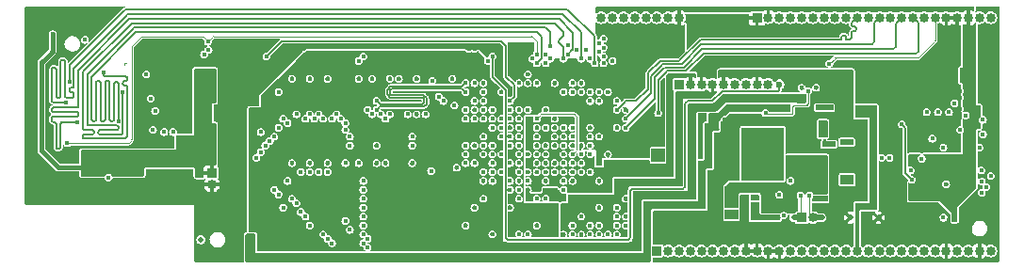
<source format=gbr>
%TF.GenerationSoftware,KiCad,Pcbnew,(6.0.2)*%
%TF.CreationDate,2022-03-22T23:14:37+08:00*%
%TF.ProjectId,som,736f6d2e-6b69-4636-9164-5f7063625858,V0R1*%
%TF.SameCoordinates,Original*%
%TF.FileFunction,Copper,L2,Inr*%
%TF.FilePolarity,Positive*%
%FSLAX46Y46*%
G04 Gerber Fmt 4.6, Leading zero omitted, Abs format (unit mm)*
G04 Created by KiCad (PCBNEW (6.0.2)) date 2022-03-22 23:14:37*
%MOMM*%
%LPD*%
G01*
G04 APERTURE LIST*
%TA.AperFunction,NonConductor*%
%ADD10C,0.000000*%
%TD*%
%TA.AperFunction,ComponentPad*%
%ADD11C,0.500000*%
%TD*%
%TA.AperFunction,ComponentPad*%
%ADD12R,0.850000X0.850000*%
%TD*%
%TA.AperFunction,ComponentPad*%
%ADD13O,0.850000X0.850000*%
%TD*%
%TA.AperFunction,ComponentPad*%
%ADD14R,0.900000X0.500000*%
%TD*%
%TA.AperFunction,ComponentPad*%
%ADD15C,0.850000*%
%TD*%
%TA.AperFunction,ViaPad*%
%ADD16C,0.400000*%
%TD*%
%TA.AperFunction,ViaPad*%
%ADD17C,0.600000*%
%TD*%
%TA.AperFunction,ViaPad*%
%ADD18C,0.500000*%
%TD*%
%TA.AperFunction,Conductor*%
%ADD19C,0.127000*%
%TD*%
%TA.AperFunction,Conductor*%
%ADD20C,0.500000*%
%TD*%
%TA.AperFunction,Conductor*%
%ADD21C,0.150000*%
%TD*%
%TA.AperFunction,Conductor*%
%ADD22C,0.100000*%
%TD*%
%TA.AperFunction,Conductor*%
%ADD23C,0.400000*%
%TD*%
G04 APERTURE END LIST*
D10*
G36*
X9400000Y-5150000D02*
G01*
X9200000Y-5150000D01*
X9200000Y-5300000D01*
X9400000Y-5300000D01*
X9400000Y-5350000D01*
X9150000Y-5350000D01*
X9150000Y-5100000D01*
X9350000Y-5100000D01*
X9350000Y-4950000D01*
X9150000Y-4950000D01*
X9150000Y-4900000D01*
X9400000Y-4900000D01*
X9400000Y-5150000D01*
G37*
D11*
%TO.N,GND*%
%TO.C,U7*%
X66500000Y-13700000D03*
X67250000Y-14500000D03*
X65000000Y-13700000D03*
X68000000Y-13700000D03*
X68000000Y-11300000D03*
X66500000Y-12900000D03*
X67250000Y-12100000D03*
X68000000Y-14500000D03*
X68000000Y-12100000D03*
X65000000Y-12100000D03*
X65000000Y-14500000D03*
X65750000Y-13700000D03*
X65750000Y-12100000D03*
X65000000Y-15300000D03*
X65750000Y-15300000D03*
X67250000Y-15300000D03*
X66500000Y-12100000D03*
X65750000Y-11300000D03*
X65750000Y-12900000D03*
X66500000Y-11300000D03*
X68000000Y-15300000D03*
X67250000Y-12900000D03*
X67250000Y-11300000D03*
X67250000Y-13700000D03*
X66500000Y-15300000D03*
X68000000Y-12900000D03*
X65750000Y-14500000D03*
X65000000Y-12900000D03*
X65000000Y-11300000D03*
X66500000Y-14500000D03*
%TD*%
%TO.N,MB_SDA*%
%TO.C,TP1*%
X69290000Y-19000000D03*
%TO.N,MB_SCL*%
X71830000Y-19000000D03*
%TO.N,+5V*%
X74370000Y-19000000D03*
%TO.N,GND*%
X76910000Y-19000000D03*
%TD*%
D12*
%TO.N,+3V3*%
%TO.C,J6*%
X59000000Y-7000000D03*
D13*
%TO.N,+1V8*%
X60000000Y-7000000D03*
%TO.N,GND*%
X61000000Y-7000000D03*
%TO.N,VDD*%
X62000000Y-7000000D03*
%TO.N,+5V*%
X63000000Y-7000000D03*
%TO.N,LDO6*%
X64000000Y-7000000D03*
%TO.N,LDO5*%
X65000000Y-7000000D03*
%TO.N,+5V*%
X66000000Y-7000000D03*
%TO.N,LDO2*%
X67000000Y-7000000D03*
%TD*%
D12*
%TO.N,+3V3*%
%TO.C,J3*%
X17000000Y-15000000D03*
D13*
%TO.N,GND*%
X17000000Y-16000000D03*
%TD*%
D14*
%TO.N,GND*%
%TO.C,AE2*%
X14400000Y-17600000D03*
%TD*%
D12*
%TO.N,GND*%
%TO.C,J5*%
X66000000Y-1000000D03*
D13*
%TO.N,+3V3*%
X67000000Y-1000000D03*
%TO.N,A20-*%
X68000000Y-1000000D03*
%TO.N,B19+*%
X69000000Y-1000000D03*
%TO.N,B20-*%
X70000000Y-1000000D03*
%TO.N,C20+*%
X71000000Y-1000000D03*
%TO.N,D19+*%
X72000000Y-1000000D03*
%TO.N,D20-*%
X73000000Y-1000000D03*
%TO.N,E19-*%
X74000000Y-1000000D03*
%TO.N,E18+*%
X75000000Y-1000000D03*
%TO.N,F20-*%
X76000000Y-1000000D03*
%TO.N,F19+*%
X77000000Y-1000000D03*
%TO.N,G20-*%
X78000000Y-1000000D03*
%TO.N,G19+*%
X79000000Y-1000000D03*
%TO.N,J20+*%
X80000000Y-1000000D03*
%TO.N,H20-*%
X81000000Y-1000000D03*
%TO.N,PMIC_PON*%
X82000000Y-1000000D03*
%TO.N,GND*%
X83000000Y-1000000D03*
X84000000Y-1000000D03*
%TO.N,+3V3*%
X85000000Y-1000000D03*
%TO.N,TTY_D-*%
X86000000Y-1000000D03*
%TO.N,TTY_D+*%
X87000000Y-1000000D03*
%TD*%
D12*
%TO.N,Y17-*%
%TO.C,J4*%
X57000000Y-22000000D03*
D13*
%TO.N,Y16+*%
X58000000Y-22000000D03*
%TO.N,W20-*%
X59000000Y-22000000D03*
%TO.N,V20+*%
X60000000Y-22000000D03*
%TO.N,U20-*%
X61000000Y-22000000D03*
%TO.N,T20+*%
X62000000Y-22000000D03*
%TO.N,P20-*%
X63000000Y-22000000D03*
%TO.N,N20+*%
X64000000Y-22000000D03*
%TO.N,+5V*%
X65000000Y-22000000D03*
X66000000Y-22000000D03*
%TO.N,GND*%
X67000000Y-22000000D03*
X68000000Y-22000000D03*
%TO.N,W15-*%
X69000000Y-22000000D03*
%TO.N,V15+*%
X70000000Y-22000000D03*
%TO.N,W13-*%
X71000000Y-22000000D03*
%TO.N,V12+*%
X72000000Y-22000000D03*
%TO.N,W16-*%
X73000000Y-22000000D03*
%TO.N,V16+*%
X74000000Y-22000000D03*
%TO.N,+3.3VA*%
X75000000Y-22000000D03*
%TO.N,Y19-*%
X76000000Y-22000000D03*
%TO.N,Y18+*%
X77000000Y-22000000D03*
%TO.N,W19-*%
X78000000Y-22000000D03*
%TO.N,W18+*%
X79000000Y-22000000D03*
%TO.N,U19-*%
X80000000Y-22000000D03*
%TO.N,U18+*%
X81000000Y-22000000D03*
%TO.N,ULPI_ID*%
X82000000Y-22000000D03*
%TO.N,GND*%
X83000000Y-22000000D03*
%TO.N,ULPI_D+*%
X84000000Y-22000000D03*
%TO.N,ULPI_D-*%
X85000000Y-22000000D03*
%TO.N,GND*%
X86000000Y-22000000D03*
%TO.N,+BATT*%
X87000000Y-22000000D03*
%TD*%
D15*
%TO.N,PMIC_nRST*%
%TO.C,J2*%
X52000000Y-1000000D03*
D13*
%TO.N,JTAG_TDI*%
X53000000Y-1000000D03*
%TO.N,JTAG_TDO*%
X54000000Y-1000000D03*
%TO.N,JTAG_TCK*%
X55000000Y-1000000D03*
%TO.N,JTAG_TMS*%
X56000000Y-1000000D03*
%TO.N,PS_SRST*%
X57000000Y-1000000D03*
%TO.N,GND*%
X58000000Y-1000000D03*
%TO.N,+3V3*%
X59000000Y-1000000D03*
%TD*%
D12*
%TO.N,MB_SDA*%
%TO.C,J7*%
X70000000Y-19000000D03*
D13*
%TO.N,MB_SCL*%
X71000000Y-19000000D03*
%TD*%
D16*
%TO.N,DDR_A0*%
X26600000Y-9700000D03*
X24600000Y-17700000D03*
%TO.N,DDR_DQ10*%
X41400000Y-10100000D03*
X36200000Y-9700000D03*
%TO.N,DDR_DQ0*%
X31400000Y-9700000D03*
X40600000Y-6900000D03*
%TO.N,DDR_CK-*%
X39800000Y-14100000D03*
X29400000Y-12500000D03*
%TO.N,DDR_CK+*%
X29400000Y-11700000D03*
X39800000Y-13300000D03*
%TO.N,DDR_DQS1+*%
X39800000Y-10100000D03*
X35000000Y-12500000D03*
%TO.N,DDR_DQS1-*%
X39800000Y-9300000D03*
X35000000Y-11700000D03*
%TO.N,DDR_DQS0+*%
X31800000Y-9300000D03*
X39800000Y-7700000D03*
%TO.N,DDR_nRST*%
X30200000Y-4900000D03*
X41800000Y-4900000D03*
%TO.N,DDR_DQS0-*%
X39800000Y-6900000D03*
X31800000Y-8500000D03*
%TO.N,GND*%
X54200000Y-17300000D03*
X60900000Y-13150000D03*
X45400000Y-6100000D03*
X60900000Y-10150000D03*
X40600000Y-18100000D03*
X60900000Y-12800000D03*
X50200000Y-6900000D03*
X61250000Y-10150000D03*
X60900000Y-9800000D03*
X60900000Y-13500000D03*
X74450000Y-15400000D03*
X39800000Y-19700000D03*
X74100000Y-15400000D03*
X74400000Y-12200000D03*
X61250000Y-9800000D03*
X73750000Y-15400000D03*
X73700000Y-12200000D03*
X41400000Y-6900000D03*
X72100000Y-12400000D03*
X72450000Y-12400000D03*
X27400000Y-6500000D03*
X27400000Y-14100000D03*
X18200000Y-15900000D03*
X24200000Y-14100000D03*
X18300000Y-13800000D03*
X31800000Y-14100000D03*
X30200000Y-6500000D03*
X25800000Y-14100000D03*
X43000000Y-14900000D03*
X31800000Y-12500000D03*
X24200000Y-6500000D03*
X25800000Y-6500000D03*
X35000000Y-14100000D03*
X74050000Y-12200000D03*
X43000000Y-13300000D03*
X39000000Y-14500000D03*
X32600000Y-14100000D03*
X72800000Y-12400000D03*
X40600000Y-12500000D03*
X33800000Y-6500000D03*
X42200000Y-20500000D03*
X47000000Y-15700000D03*
X31400000Y-6500000D03*
X47800000Y-10900000D03*
X48600000Y-13300000D03*
X44600000Y-15700000D03*
X46200000Y-13300000D03*
X46200000Y-12500000D03*
X48600000Y-11700000D03*
X45400000Y-16500000D03*
X47800000Y-14900000D03*
X46200000Y-11700000D03*
X47800000Y-14100000D03*
X48600000Y-14900000D03*
X50200000Y-12500000D03*
X49400000Y-15700000D03*
X44600000Y-9300000D03*
X43800000Y-18100000D03*
X38600000Y-6500000D03*
X47000000Y-14100000D03*
X45400000Y-13300000D03*
X40600000Y-9300000D03*
X44600000Y-14900000D03*
X35400000Y-6500000D03*
X33000000Y-6500000D03*
X46200000Y-14100000D03*
X47800000Y-11700000D03*
X50200000Y-20500000D03*
X47000000Y-13300000D03*
X47000000Y-14900000D03*
X46200000Y-10900000D03*
X45400000Y-14900000D03*
X45400000Y-6900000D03*
X44600000Y-13300000D03*
X47000000Y-12500000D03*
X47800000Y-12500000D03*
X46200000Y-14900000D03*
X44600000Y-16500000D03*
X35400000Y-9700000D03*
X52600000Y-7700000D03*
X47800000Y-6900000D03*
X57450000Y-13400000D03*
X57100000Y-13400000D03*
X44600000Y-11700000D03*
X40600000Y-3800000D03*
X57100000Y-13050000D03*
X57450000Y-13050000D03*
X57100000Y-13750000D03*
X57450000Y-13750000D03*
X71200000Y-5150000D03*
X70700000Y-5150000D03*
X70200000Y-5150000D03*
X69700000Y-5150000D03*
X80800000Y-18400000D03*
X81500000Y-17850000D03*
X18300000Y-13300000D03*
X64050000Y-18550000D03*
X63350000Y-18550000D03*
X63700000Y-18550000D03*
X67450000Y-19000000D03*
X67100000Y-19000000D03*
X67800000Y-19000000D03*
X56750000Y-13750000D03*
X56750000Y-13050000D03*
X56750000Y-13400000D03*
X73750000Y-15800000D03*
X74450000Y-15800000D03*
X74100000Y-15800000D03*
X64050000Y-18900000D03*
X63350000Y-18900000D03*
X63700000Y-18900000D03*
X78200000Y-18750000D03*
X77850000Y-18750000D03*
X75950000Y-18750000D03*
X78550000Y-18750000D03*
X24700000Y-3800000D03*
X74800000Y-5150000D03*
X74300000Y-5150000D03*
X73800000Y-5150000D03*
X73300000Y-5150000D03*
X71700000Y-5150000D03*
X25200000Y-3800000D03*
X40100000Y-3800000D03*
X75600000Y-18750000D03*
X75950000Y-19100000D03*
X75600000Y-19100000D03*
X78200000Y-19100000D03*
X77850000Y-19100000D03*
X78550000Y-19100000D03*
X78900000Y-19100000D03*
X79600000Y-19100000D03*
X79250000Y-19100000D03*
X84200000Y-8200000D03*
X11000000Y-5400000D03*
X10700000Y-5100000D03*
X10400000Y-5400000D03*
X10400000Y-4800000D03*
X10700000Y-4500000D03*
X18300000Y-22650000D03*
X16700000Y-22650000D03*
X17100000Y-22650000D03*
X17500000Y-22650000D03*
X17900000Y-22650000D03*
X84200000Y-9800000D03*
X75400000Y-5150000D03*
X6800000Y-500000D03*
X7200000Y-500000D03*
X6400000Y-500000D03*
X6000000Y-500000D03*
X800000Y-6100000D03*
X800000Y-4800000D03*
X800000Y-8600000D03*
X800000Y-7400000D03*
X800000Y-9900000D03*
X1100000Y-12300000D03*
X7600000Y-500000D03*
X17800000Y-13300000D03*
X17800000Y-13800000D03*
X17800000Y-11400000D03*
X18300000Y-11400000D03*
X17200000Y-17900000D03*
X17200000Y-18500000D03*
X17700000Y-18500000D03*
X17700000Y-17900000D03*
X19600000Y-5400000D03*
X19600000Y-5900000D03*
X19600000Y-6400000D03*
X19600000Y-6900000D03*
X19600000Y-7400000D03*
X19600000Y-7900000D03*
X19600000Y-8400000D03*
X20100000Y-8400000D03*
X20600000Y-8400000D03*
X17400000Y-9100000D03*
X17400000Y-9600000D03*
X17400000Y-10100000D03*
X77900000Y-14400000D03*
X47800000Y-16500000D03*
X72600000Y-9100000D03*
X72250000Y-9100000D03*
X71900000Y-9100000D03*
X71550000Y-9100000D03*
X10800000Y-17500000D03*
X11400000Y-17500000D03*
X4200000Y-17500000D03*
X2400000Y-17500000D03*
X9600000Y-17500000D03*
X3600000Y-17500000D03*
X600000Y-17500000D03*
X1800000Y-17500000D03*
X3000000Y-17500000D03*
X1200000Y-17500000D03*
X6600000Y-17500000D03*
X6000000Y-17500000D03*
X10200000Y-17500000D03*
X4800000Y-17500000D03*
X9000000Y-17500000D03*
X7200000Y-17500000D03*
X7800000Y-17500000D03*
X8400000Y-17500000D03*
X5400000Y-17500000D03*
X13200000Y-15100000D03*
X11400000Y-15100000D03*
X5300000Y-16400000D03*
X4900000Y-16100000D03*
X4500000Y-15800000D03*
X4900000Y-15800000D03*
X4500000Y-16100000D03*
X4500000Y-16400000D03*
X5300000Y-15800000D03*
X4900000Y-16400000D03*
X5300000Y-16100000D03*
X15700000Y-22200000D03*
X15700000Y-22700000D03*
X13200000Y-12400000D03*
X41800000Y-4100000D03*
X14800000Y-15250000D03*
X14400000Y-15600000D03*
X14000000Y-15600000D03*
X83000000Y-16000000D03*
X14000000Y-14900000D03*
X48600000Y-20500000D03*
X71700000Y-17300000D03*
X87600000Y-3700000D03*
X43000000Y-11700000D03*
X51800000Y-18100000D03*
X17100000Y-22250000D03*
X49400000Y-12500000D03*
X14800000Y-15600000D03*
X18800000Y-21200000D03*
X5600000Y-500000D03*
X71300000Y-7300000D03*
X5250000Y-900000D03*
X4900000Y-900000D03*
X47800000Y-17300000D03*
X54200000Y-9300000D03*
X17500000Y-19300000D03*
X14400000Y-15250000D03*
X10400000Y-6400000D03*
X10400000Y-11800000D03*
X5600000Y-900000D03*
X13200000Y-17500000D03*
X18800000Y-20800000D03*
X14800000Y-14900000D03*
X77900000Y-16100000D03*
X10400000Y-4200000D03*
X19200000Y-20800000D03*
X87600000Y-6200000D03*
X10400000Y-9200000D03*
X84200000Y-7600000D03*
X47000000Y-16500000D03*
X10400000Y-8300000D03*
X4100000Y-4400000D03*
X17900000Y-19300000D03*
X17100000Y-19700000D03*
X11400000Y-12400000D03*
X17900000Y-22250000D03*
X19200000Y-21200000D03*
X49400000Y-14900000D03*
X11400000Y-15700000D03*
X10400000Y-7300000D03*
X10400000Y-10900000D03*
X87600000Y-5000000D03*
X1100000Y-13100000D03*
X16700000Y-19700000D03*
X17500000Y-19700000D03*
X42600000Y-4100000D03*
X41400000Y-15700000D03*
X66750000Y-19000000D03*
X13200000Y-16900000D03*
X5250000Y-500000D03*
X46200000Y-19700000D03*
X83100000Y-20500000D03*
X47800000Y-10100000D03*
X53400000Y-10900000D03*
X3100000Y-1900000D03*
X13200000Y-15700000D03*
X17100000Y-19300000D03*
X85300000Y-18550000D03*
X10400000Y-10000000D03*
X72100000Y-17300000D03*
X16700000Y-19300000D03*
X43800000Y-10900000D03*
X18300000Y-19700000D03*
X84200000Y-9200000D03*
X78400000Y-14400000D03*
X43000000Y-7700000D03*
X70000000Y-7300000D03*
X18300000Y-22250000D03*
X14000000Y-15250000D03*
X14400000Y-14900000D03*
X11000000Y-4800000D03*
X53000000Y-4900000D03*
X52600000Y-13300000D03*
X17900000Y-19700000D03*
X17500000Y-22250000D03*
X11400000Y-16900000D03*
X51000000Y-10900000D03*
X51800000Y-15700000D03*
X87600000Y-7500000D03*
X11000000Y-4200000D03*
X65700000Y-19000000D03*
X4900000Y-500000D03*
X47000000Y-9300000D03*
X11400000Y-16300000D03*
X66050000Y-19000000D03*
X87600000Y-2400000D03*
X66400000Y-19000000D03*
X48600000Y-17300000D03*
X54200000Y-18900000D03*
X16700000Y-22250000D03*
%TO.N,VCC_DDR*%
X32200000Y-6500000D03*
X42200000Y-19700000D03*
X29400000Y-13300000D03*
X39000000Y-10500000D03*
X25000000Y-6500000D03*
X34600000Y-6500000D03*
X42200000Y-11700000D03*
X25000000Y-14100000D03*
X40600000Y-7700000D03*
X41400000Y-14100000D03*
X41400000Y-6100000D03*
X70200000Y-8450000D03*
X69800000Y-8450000D03*
X69800000Y-8100000D03*
X43000000Y-16500000D03*
X70200000Y-8100000D03*
X39800000Y-18900000D03*
X71750000Y-11550000D03*
X71750000Y-10850000D03*
X72100000Y-10850000D03*
X72100000Y-11550000D03*
X26600000Y-14100000D03*
X71750000Y-11200000D03*
X31000000Y-14100000D03*
X26600000Y-6500000D03*
X72100000Y-11200000D03*
X71750000Y-10500000D03*
X72100000Y-10500000D03*
X31400000Y-11600000D03*
X39800000Y-16500000D03*
X34200000Y-14100000D03*
X33400000Y-14100000D03*
X36200000Y-6500000D03*
X29400000Y-6500000D03*
X36800000Y-12900000D03*
X43000000Y-8500000D03*
%TO.N,+1V0*%
X72100000Y-13650000D03*
X71750000Y-15050000D03*
X72100000Y-14350000D03*
X48600000Y-15700000D03*
X44600000Y-14100000D03*
X45400000Y-15700000D03*
X71750000Y-14000000D03*
X48600000Y-12500000D03*
X72100000Y-14700000D03*
X44600000Y-10100000D03*
X71750000Y-14350000D03*
X48600000Y-10900000D03*
X71750000Y-13650000D03*
X72100000Y-15050000D03*
X44600000Y-12500000D03*
X71750000Y-14700000D03*
X72100000Y-14000000D03*
X44600000Y-17300000D03*
X48600000Y-14100000D03*
X47000000Y-10900000D03*
X43800000Y-15700000D03*
X63700000Y-17200000D03*
X64050000Y-17550000D03*
X63350000Y-17200000D03*
X64050000Y-17900000D03*
X63350000Y-17900000D03*
X63350000Y-17550000D03*
X63700000Y-17900000D03*
X64050000Y-17200000D03*
X63700000Y-17550000D03*
X49400000Y-10900000D03*
X48600000Y-16500000D03*
X49400000Y-14100000D03*
%TO.N,+1V8*%
X47800000Y-13300000D03*
X45400000Y-12500000D03*
X46200000Y-16500000D03*
X47800000Y-15700000D03*
X46200000Y-15700000D03*
X57850000Y-14400000D03*
X47000000Y-11700000D03*
X47000000Y-10100000D03*
X45400000Y-10900000D03*
X45400000Y-10100000D03*
X45400000Y-14100000D03*
X58200000Y-14400000D03*
X58200000Y-14050000D03*
X58200000Y-14750000D03*
X58200000Y-15100000D03*
X57850000Y-15100000D03*
X57850000Y-14750000D03*
X45400000Y-11700000D03*
%TO.N,/DDR_ZQ0*%
X30200000Y-14100000D03*
%TO.N,/DDR_VRN*%
X43000000Y-10100000D03*
%TO.N,/DDR_VRP*%
X43000000Y-10900000D03*
%TO.N,VREF_DDR*%
X42200000Y-4500000D03*
X43800000Y-11700000D03*
X30600000Y-4500000D03*
X43800000Y-16500000D03*
X21400000Y-11300000D03*
D17*
X68000000Y-7000000D03*
D16*
%TO.N,JTAG_TMS*%
X43800000Y-12500000D03*
%TO.N,JTAG_TDI*%
X43800000Y-10100000D03*
%TO.N,JTAG_TCK*%
X45400000Y-9300000D03*
%TO.N,JTAG_TDO*%
X43800000Y-9300000D03*
%TO.N,PS_CLK*%
X43800000Y-8500000D03*
X21900000Y-4500000D03*
%TO.N,VTT_DDR*%
X68800000Y-9000000D03*
X68450000Y-9000000D03*
X68600000Y-9300000D03*
X68250000Y-9300000D03*
X20650000Y-20700000D03*
X20250000Y-21100000D03*
X20650000Y-21100000D03*
X20250000Y-20700000D03*
%TO.N,SD0_D0*%
X16300000Y-4300000D03*
X47000000Y-5100000D03*
%TO.N,SD0_CK*%
X50600000Y-3900000D03*
X11100000Y-6100000D03*
%TO.N,SD0_CMD*%
X52200000Y-5100000D03*
X11500000Y-8300000D03*
%TO.N,SD0_D3*%
X11900000Y-9400000D03*
X51000000Y-4700000D03*
%TO.N,SD0_D2*%
X11700000Y-11100000D03*
X49400000Y-7700000D03*
X49000000Y-3500000D03*
%TO.N,SD0_D1*%
X16700000Y-3900000D03*
X45800000Y-4700000D03*
%TO.N,SD1_CK*%
X47400000Y-3600000D03*
X9000000Y-7700000D03*
%TO.N,SD1_D0*%
X51800000Y-7700000D03*
X4200000Y-6800000D03*
X51400000Y-5100000D03*
%TO.N,SD1_D1*%
X48600000Y-4700000D03*
X7300000Y-5900000D03*
%TO.N,SD1_CMD*%
X3900000Y-8600000D03*
X50200000Y-4700000D03*
%TO.N,SD1_D2*%
X49000000Y-4300000D03*
X4900000Y-10400000D03*
%TO.N,SD1_D3*%
X8600000Y-10300000D03*
X46200000Y-5100000D03*
%TO.N,BT_MOSI*%
X47000000Y-4300000D03*
X51000000Y-12500000D03*
X13500000Y-11300000D03*
%TO.N,BT_MISO*%
X49800000Y-3900000D03*
X51000000Y-11700000D03*
X12700000Y-11300000D03*
%TO.N,+5V*%
X69100000Y-10750000D03*
X65000000Y-17200000D03*
X70000000Y-9950000D03*
X63250000Y-10850000D03*
X63200000Y-11200000D03*
X71150000Y-13050000D03*
X64700000Y-17200000D03*
X69950000Y-10350000D03*
X70200000Y-12750000D03*
X69900000Y-12750000D03*
X70500000Y-12750000D03*
X69550000Y-10350000D03*
X69500000Y-10750000D03*
X71150000Y-12750000D03*
X62800000Y-13150000D03*
X63250000Y-10500000D03*
X63100000Y-13150000D03*
X62500000Y-13150000D03*
X62900000Y-10500000D03*
X62900000Y-10850000D03*
X63100000Y-10200000D03*
X74300000Y-17300000D03*
X82750000Y-19000000D03*
%TO.N,+3.3VA*%
X65650000Y-17200000D03*
X65950000Y-17200000D03*
X75100000Y-18000000D03*
X76600000Y-15900000D03*
X80800000Y-13700000D03*
X75600000Y-18000000D03*
X75100000Y-9700000D03*
X68400000Y-18800000D03*
X86000000Y-12700000D03*
X75100000Y-9200000D03*
%TO.N,PMIC_nRST*%
X44600000Y-6900000D03*
X69000000Y-15700000D03*
X49400000Y-13300000D03*
X46200000Y-10100000D03*
%TO.N,PMIC_INT*%
X51000000Y-14900000D03*
X68000000Y-16950000D03*
%TO.N,RTC_INT*%
X50200000Y-13300000D03*
X77900000Y-13600000D03*
%TO.N,RTC_32K*%
X51000000Y-13300000D03*
X77200000Y-13600000D03*
%TO.N,VDD*%
X53400000Y-15700000D03*
X50200000Y-19700000D03*
X51000000Y-17300000D03*
X52600000Y-19700000D03*
X54200000Y-20500000D03*
X53400000Y-17300000D03*
%TO.N,ULPI_D3*%
X53400000Y-8500000D03*
X82750000Y-12700000D03*
%TO.N,ULPI_NXT*%
X86200000Y-16750000D03*
X51800000Y-8500000D03*
%TO.N,ULPI_D6*%
X84250000Y-11100000D03*
X48600000Y-7700000D03*
%TO.N,ULPI_D1*%
X51000000Y-8500000D03*
X81750000Y-11900000D03*
%TO.N,ULPI_D7*%
X84750000Y-9800000D03*
X52200000Y-4500000D03*
%TO.N,ULPI_D4*%
X83250000Y-9500000D03*
X51800000Y-4100000D03*
%TO.N,ULPI_STP*%
X51000000Y-7700000D03*
X86200000Y-15750000D03*
%TO.N,ULPI_DIR*%
X49400000Y-6900000D03*
X86600000Y-16250000D03*
%TO.N,ULPI_D0*%
X52200000Y-3700000D03*
X81250000Y-9500000D03*
%TO.N,ULPI_D2*%
X82250000Y-9500000D03*
X51800000Y-3300000D03*
%TO.N,ULPI_CK*%
X87000000Y-15250000D03*
X47400000Y-4700000D03*
%TO.N,ULPI_D5*%
X52200000Y-2900000D03*
X83750000Y-8700000D03*
%TO.N,/ULPI_1V8*%
X86150000Y-14750000D03*
X79800000Y-14750000D03*
%TO.N,DDR_CKE*%
X29000000Y-14100000D03*
X29000000Y-19300000D03*
%TO.N,DDR_BA1*%
X27400000Y-20900000D03*
X41400000Y-17300000D03*
X27400000Y-14900000D03*
X31000000Y-20900000D03*
%TO.N,DDR_nCAS*%
X29000000Y-10500000D03*
X31000000Y-21700000D03*
%TO.N,DDR_nRAS*%
X29000000Y-11100000D03*
X29400000Y-20100000D03*
%TO.N,DDR_ODT*%
X27800000Y-21300000D03*
X28600000Y-10100000D03*
X30600000Y-21300000D03*
X42200000Y-15700000D03*
%TO.N,DDR_nCS*%
X27800000Y-10100000D03*
X25000000Y-18500000D03*
%TO.N,DDR_nWE*%
X30600000Y-20500000D03*
X27000000Y-20500000D03*
X28200000Y-9700000D03*
X42200000Y-14900000D03*
%TO.N,DDR_A4*%
X25800000Y-14900000D03*
X30600000Y-19700000D03*
X41400000Y-14900000D03*
X25800000Y-19700000D03*
%TO.N,DDR_A2*%
X23400000Y-18100000D03*
X40600000Y-14100000D03*
X25800000Y-9700000D03*
X30600000Y-18100000D03*
%TO.N,DDR_BA0*%
X42200000Y-14100000D03*
X30600000Y-18900000D03*
X27000000Y-10100000D03*
X25400000Y-18900000D03*
%TO.N,DDR_A6*%
X30600000Y-17300000D03*
X25000000Y-14900000D03*
X24200000Y-17300000D03*
X41400000Y-13300000D03*
%TO.N,DDR_A5*%
X23000000Y-16900000D03*
X25400000Y-10100000D03*
%TO.N,DDR_A7*%
X24600000Y-9700000D03*
X30600000Y-16500000D03*
X42200000Y-13300000D03*
X22600000Y-16500000D03*
%TO.N,DDR_A3*%
X23800000Y-15700000D03*
X26200000Y-10100000D03*
X41400000Y-12500000D03*
X30600000Y-15700000D03*
X21400000Y-13100000D03*
%TO.N,DDR_A1*%
X36700000Y-14800000D03*
X39800000Y-12500000D03*
X21000000Y-13600000D03*
X26600000Y-14900000D03*
%TO.N,DDR_BA2*%
X42200000Y-12500000D03*
X23800000Y-10500000D03*
%TO.N,DDR_A9*%
X23400000Y-10100000D03*
X41400000Y-11700000D03*
%TO.N,DDR_A11*%
X42200000Y-10900000D03*
X21800000Y-12500000D03*
%TO.N,DDR_A10*%
X23000000Y-10900000D03*
X42200000Y-10100000D03*
%TO.N,DDR_A14*%
X22200000Y-12100000D03*
X41400000Y-9300000D03*
%TO.N,DDR_A12*%
X42200000Y-9300000D03*
X22600000Y-11700000D03*
%TO.N,DDR_A13*%
X23000000Y-7700000D03*
X41400000Y-7700000D03*
%TO.N,DDR_DQ11*%
X34600000Y-9700000D03*
X40600000Y-10100000D03*
%TO.N,DDR_DQ9*%
X40600000Y-8500000D03*
X37800000Y-8500000D03*
%TO.N,DDR_DQ7*%
X33000000Y-9700000D03*
X38800000Y-8900000D03*
%TO.N,DDR_DQ4*%
X41400000Y-8500000D03*
X32200000Y-9700000D03*
%TO.N,DDR_DQ5*%
X37400000Y-8100000D03*
X32600000Y-10100000D03*
%TO.N,DDR_DQ6*%
X31000000Y-9300000D03*
X36800000Y-6700000D03*
%TO.N,+3V3*%
X53400000Y-7700000D03*
X47800000Y-7700000D03*
X49000000Y-5100000D03*
X51800000Y-14100000D03*
X43800000Y-13300000D03*
X43800000Y-17300000D03*
X44600000Y-18100000D03*
X43800000Y-14900000D03*
X83750000Y-19100000D03*
X85400000Y-13800000D03*
X56750000Y-11700000D03*
X56750000Y-12050000D03*
X56750000Y-12400000D03*
X6300000Y-15000000D03*
X6300000Y-14600000D03*
X6700000Y-14600000D03*
X6700000Y-15000000D03*
X5900000Y-14600000D03*
X5900000Y-15000000D03*
X80200000Y-13950000D03*
X80200000Y-13550000D03*
X2700000Y-2500000D03*
X57100000Y-11700000D03*
X52600000Y-10100000D03*
X16500000Y-7000000D03*
X57100000Y-12050000D03*
X47000000Y-18900000D03*
X46200000Y-20500000D03*
X57450000Y-11350000D03*
X79800000Y-13550000D03*
X57100000Y-12400000D03*
X51000000Y-6900000D03*
X9400000Y-15100000D03*
X51800000Y-12500000D03*
X84500000Y-5800000D03*
X44600000Y-7700000D03*
X43800000Y-6100000D03*
X57450000Y-12050000D03*
X43800000Y-20500000D03*
X16500000Y-8000000D03*
X16500000Y-6500000D03*
X44200000Y-4100000D03*
X50200000Y-8500000D03*
X50200000Y-10900000D03*
X57450000Y-11000000D03*
X57450000Y-12400000D03*
X44200000Y-4500000D03*
X16500000Y-7500000D03*
X55200000Y-12900000D03*
X57100000Y-11350000D03*
X57450000Y-11700000D03*
X84500000Y-6600000D03*
X16500000Y-6000000D03*
X79850000Y-17250000D03*
X44200000Y-3700000D03*
%TO.N,PMIC_PON*%
X66750000Y-9600000D03*
X72500000Y-5150000D03*
X70600000Y-7600000D03*
%TO.N,MB_SCL*%
X86300000Y-11500000D03*
X50200000Y-14100000D03*
X70700000Y-17000000D03*
%TO.N,MB_SDA*%
X69900000Y-17000000D03*
X86300000Y-10200000D03*
X50200000Y-14900000D03*
D18*
%TO.N,/EXT_ANT*%
X16000000Y-21000000D03*
D16*
%TO.N,/SD0_CK_*%
X50200000Y-7700000D03*
%TO.N,J20+*%
X57100000Y-9600000D03*
%TO.N,G19+*%
X54200000Y-10900000D03*
%TO.N,F19+*%
X54200000Y-10100000D03*
%TO.N,E18+*%
X53400000Y-9300000D03*
%TO.N,W15-*%
X51000000Y-20500000D03*
%TO.N,W16-*%
X51800000Y-20500000D03*
%TO.N,V16+*%
X51800000Y-19700000D03*
%TO.N,W19-*%
X54200000Y-19700000D03*
%TO.N,W18+*%
X53400000Y-19700000D03*
%TO.N,V15+*%
X51000000Y-19700000D03*
%TO.N,Y18+*%
X52600000Y-20500000D03*
%TO.N,Y19-*%
X53400000Y-20500000D03*
%TO.N,U18+*%
X53400000Y-18100000D03*
%TO.N,U19-*%
X53400000Y-18900000D03*
%TO.N,V12+*%
X49400000Y-19700000D03*
%TO.N,W13-*%
X49400000Y-20500000D03*
%TO.N,/VCC_PLL*%
X44600000Y-10900000D03*
%TO.N,DONE*%
X47000000Y-17300000D03*
%TO.N,INIT*%
X46200000Y-17300000D03*
%TO.N,PROGRAM*%
X43800000Y-14100000D03*
%TO.N,/DONE_*%
X45400000Y-20500000D03*
%TO.N,/INIT_*%
X44600000Y-20500000D03*
%TO.N,PS_SRST*%
X46200000Y-6900000D03*
%TO.N,/PUDC_*%
X50200000Y-18900000D03*
%TO.N,/ULPI_24M*%
X79000000Y-10600000D03*
X79900000Y-15600000D03*
%TO.N,/BT_32K*%
X5600000Y-3000000D03*
X7700000Y-15400000D03*
%TO.N,PL_CLK*%
X51800000Y-11700000D03*
%TO.N,WiFi_PWR*%
X49400000Y-11700000D03*
X16650000Y-3150000D03*
X4000000Y-12300000D03*
X46200000Y-4300000D03*
%TD*%
D19*
%TO.N,DDR_DQS0+*%
X36314300Y-8294075D02*
X36314300Y-8705925D01*
X33014300Y-7588767D02*
X33014300Y-7804320D01*
X32127121Y-9014300D02*
X36005925Y-9014300D01*
X39543590Y-7443590D02*
X39800000Y-7700000D01*
X33043590Y-7518056D02*
X33118057Y-7443589D01*
X36076636Y-8985010D02*
X36285011Y-8776635D01*
X36005925Y-7985700D02*
X33195680Y-7985700D01*
X31800000Y-9300000D02*
X32056411Y-9043589D01*
X33124969Y-7956410D02*
X33043589Y-7875030D01*
X33188767Y-7414300D02*
X39472879Y-7414300D01*
X36285010Y-8223364D02*
X36076635Y-8014989D01*
X33014300Y-7804320D02*
G75*
G03*
X33043589Y-7875030I99999J0D01*
G01*
X33043590Y-7518056D02*
G75*
G03*
X33014300Y-7588767I70705J-70709D01*
G01*
X36285011Y-8776635D02*
G75*
G03*
X36314300Y-8705925I-70710J70710D01*
G01*
X36076636Y-8985010D02*
G75*
G02*
X36005925Y-9014300I-70709J70705D01*
G01*
X36285010Y-8223364D02*
G75*
G02*
X36314300Y-8294075I-70705J-70709D01*
G01*
X36076635Y-8014989D02*
G75*
G03*
X36005925Y-7985700I-70710J-70710D01*
G01*
X32127121Y-9014300D02*
G75*
G03*
X32056411Y-9043589I0J-99999D01*
G01*
X33118057Y-7443589D02*
G75*
G02*
X33188767Y-7414300I70710J-70710D01*
G01*
X39472879Y-7414301D02*
G75*
G02*
X39543589Y-7443591I2J-99994D01*
G01*
X33124969Y-7956410D02*
G75*
G03*
X33195680Y-7985700I70709J70705D01*
G01*
%TO.N,DDR_DQS0-*%
X31800000Y-8500000D02*
X32056411Y-8756411D01*
X32814990Y-7423364D02*
X33023365Y-7214989D01*
X33030277Y-8185010D02*
X32814989Y-7969722D01*
X33094075Y-7185700D02*
X39472879Y-7185700D01*
X35981944Y-8756410D02*
X36056411Y-8681943D01*
X36056410Y-8318056D02*
X35981943Y-8243589D01*
X39543590Y-7156410D02*
X39800000Y-6900000D01*
X32127121Y-8785700D02*
X35911233Y-8785700D01*
X35911233Y-8214300D02*
X33100988Y-8214300D01*
X32785700Y-7494075D02*
X32785700Y-7899012D01*
X36085700Y-8388767D02*
X36085700Y-8611233D01*
X36085700Y-8611233D02*
G75*
G02*
X36056411Y-8681943I-99999J0D01*
G01*
X36056410Y-8318056D02*
G75*
G02*
X36085700Y-8388767I-70705J-70709D01*
G01*
X33100988Y-8214299D02*
G75*
G02*
X33030278Y-8185009I-2J99994D01*
G01*
X39472879Y-7185699D02*
G75*
G03*
X39543589Y-7156409I2J99994D01*
G01*
X32814990Y-7423364D02*
G75*
G03*
X32785700Y-7494075I70705J-70709D01*
G01*
X35911233Y-8785699D02*
G75*
G03*
X35981943Y-8756409I2J99994D01*
G01*
X32127121Y-8785700D02*
G75*
G02*
X32056411Y-8756411I0J99999D01*
G01*
X33023365Y-7214989D02*
G75*
G02*
X33094075Y-7185700I70710J-70710D01*
G01*
X32814989Y-7969722D02*
G75*
G02*
X32785700Y-7899012I70710J70710D01*
G01*
X35911233Y-8214300D02*
G75*
G02*
X35981943Y-8243589I0J-99999D01*
G01*
D20*
%TO.N,GND*%
X15100000Y-17600000D02*
X14400000Y-17600000D01*
X15100000Y-17300000D02*
X13700000Y-17300000D01*
X14400000Y-17600000D02*
X13700000Y-17600000D01*
D21*
%TO.N,VREF_DDR*%
X43400000Y-16500000D02*
X43800000Y-16500000D01*
X43800000Y-11700000D02*
X43400000Y-11700000D01*
X43400000Y-16500000D02*
X43400000Y-11700000D01*
X54629290Y-16570710D02*
X54770711Y-16429289D01*
X62841421Y-7650000D02*
X67808579Y-7650000D01*
X43400000Y-16500000D02*
X43400000Y-20758579D01*
X59379290Y-16370710D02*
X59520711Y-16229289D01*
X59550000Y-16158579D02*
X59550000Y-8741421D01*
X54600000Y-20758579D02*
X54600000Y-16641421D01*
X67879290Y-7620710D02*
X67970711Y-7529289D01*
X43400000Y-7541421D02*
X43400000Y-11700000D01*
X59791421Y-8500000D02*
X61908579Y-8500000D01*
X43641421Y-21000000D02*
X54358579Y-21000000D01*
X61979290Y-8470710D02*
X62770711Y-7679289D01*
X68000000Y-7458579D02*
X68000000Y-7000000D01*
X42229290Y-6329290D02*
X43370711Y-7470711D01*
X43429290Y-20829290D02*
X43570711Y-20970711D01*
X54841421Y-16400000D02*
X59308579Y-16400000D01*
X42200000Y-4500000D02*
X42200000Y-6258579D01*
X59579290Y-8670710D02*
X59720711Y-8529289D01*
X54429290Y-20970710D02*
X54570711Y-20829289D01*
X54570711Y-20829289D02*
G75*
G03*
X54600000Y-20758579I-70710J70710D01*
G01*
X54358579Y-20999999D02*
G75*
G03*
X54429289Y-20970709I2J99994D01*
G01*
X42200001Y-6258579D02*
G75*
G03*
X42229291Y-6329289I99994J-2D01*
G01*
X54841421Y-16400000D02*
G75*
G03*
X54770711Y-16429289I0J-99999D01*
G01*
X43370711Y-7470711D02*
G75*
G02*
X43400000Y-7541421I-70710J-70710D01*
G01*
X67879290Y-7620710D02*
G75*
G02*
X67808579Y-7650000I-70709J70705D01*
G01*
X54600001Y-16641421D02*
G75*
G02*
X54629291Y-16570711I99994J2D01*
G01*
X62770711Y-7679289D02*
G75*
G02*
X62841421Y-7650000I70710J-70710D01*
G01*
X43429290Y-20829290D02*
G75*
G02*
X43400000Y-20758579I70705J70709D01*
G01*
X61979290Y-8470710D02*
G75*
G02*
X61908579Y-8500000I-70709J70705D01*
G01*
X59791421Y-8500000D02*
G75*
G03*
X59720711Y-8529289I0J-99999D01*
G01*
X43641421Y-21000000D02*
G75*
G02*
X43570711Y-20970711I0J99999D01*
G01*
X68000000Y-7458579D02*
G75*
G02*
X67970711Y-7529289I-99999J0D01*
G01*
X59550000Y-16158579D02*
G75*
G02*
X59520711Y-16229289I-99999J0D01*
G01*
X59579290Y-8670710D02*
G75*
G03*
X59550000Y-8741421I70705J-70709D01*
G01*
X59308579Y-16399999D02*
G75*
G03*
X59379289Y-16370709I2J99994D01*
G01*
%TO.N,PS_CLK*%
X44200000Y-7141421D02*
X44200000Y-8058579D01*
X43400000Y-3541421D02*
X43400000Y-6258579D01*
X21900000Y-4500000D02*
X23270711Y-3129289D01*
X43429290Y-6329290D02*
X44170711Y-7070711D01*
X43029290Y-3129290D02*
X43370711Y-3470711D01*
X44170710Y-8129290D02*
X43800000Y-8500000D01*
X23341421Y-3100000D02*
X42958579Y-3100000D01*
X43370711Y-3470711D02*
G75*
G02*
X43400000Y-3541421I-70710J-70710D01*
G01*
X44200000Y-7141421D02*
G75*
G03*
X44170711Y-7070711I-99999J0D01*
G01*
X23341421Y-3100000D02*
G75*
G03*
X23270711Y-3129289I0J-99999D01*
G01*
X44199999Y-8058579D02*
G75*
G02*
X44170709Y-8129289I-99994J-2D01*
G01*
X43400001Y-6258579D02*
G75*
G03*
X43429291Y-6329289I99994J-2D01*
G01*
X42958579Y-3100001D02*
G75*
G02*
X43029289Y-3129291I2J-99994D01*
G01*
%TO.N,SD1_CK*%
X6800000Y-11241421D02*
X6800000Y-11358579D01*
X8570710Y-11029290D02*
X8529289Y-11070711D01*
X8458579Y-11100000D02*
X6941421Y-11100000D01*
X47370710Y-2270710D02*
X47029289Y-1929289D01*
X9970710Y-1929290D02*
X5829289Y-6070711D01*
X8929290Y-11470710D02*
X8970711Y-11429289D01*
X46958579Y-1900000D02*
X10041421Y-1900000D01*
X6829290Y-11429290D02*
X6870711Y-11470711D01*
X9000000Y-11358579D02*
X9000000Y-7700000D01*
X6941421Y-11500000D02*
X8858579Y-11500000D01*
X47400000Y-3600000D02*
X47400000Y-2341421D01*
X5800000Y-6141421D02*
X5800000Y-10558579D01*
X5829290Y-10629290D02*
X5870711Y-10670711D01*
X6829290Y-11170710D02*
X6870711Y-11129289D01*
X5941421Y-10700000D02*
X8458579Y-10700000D01*
X8600000Y-10841421D02*
X8600000Y-10958579D01*
X8529290Y-10729290D02*
X8570711Y-10770711D01*
X6941421Y-11500000D02*
G75*
G02*
X6870711Y-11470711I0J99999D01*
G01*
X5800001Y-10558579D02*
G75*
G03*
X5829291Y-10629289I99994J-2D01*
G01*
X6829290Y-11170710D02*
G75*
G03*
X6800000Y-11241421I70705J-70709D01*
G01*
X8529289Y-11070711D02*
G75*
G02*
X8458579Y-11100000I-70710J70710D01*
G01*
X5870711Y-10670711D02*
G75*
G03*
X5941421Y-10700000I70710J70710D01*
G01*
X9970710Y-1929290D02*
G75*
G02*
X10041421Y-1900000I70709J-70705D01*
G01*
X9000000Y-11358579D02*
G75*
G02*
X8970711Y-11429289I-99999J0D01*
G01*
X8599999Y-10958579D02*
G75*
G02*
X8570709Y-11029289I-99994J-2D01*
G01*
X6941421Y-11100000D02*
G75*
G03*
X6870711Y-11129289I0J-99999D01*
G01*
X6829290Y-11429290D02*
G75*
G02*
X6800000Y-11358579I70705J70709D01*
G01*
X47399999Y-2341421D02*
G75*
G03*
X47370709Y-2270711I-99994J2D01*
G01*
X5800000Y-6141421D02*
G75*
G02*
X5829289Y-6070711I99999J0D01*
G01*
X8529290Y-10729290D02*
G75*
G03*
X8458579Y-10700000I-70709J-70705D01*
G01*
X8600000Y-10841421D02*
G75*
G03*
X8570711Y-10770711I-99999J0D01*
G01*
X8858579Y-11499999D02*
G75*
G03*
X8929289Y-11470709I2J99994D01*
G01*
X47029289Y-1929289D02*
G75*
G03*
X46958579Y-1900000I-70710J-70710D01*
G01*
%TO.N,SD1_D0*%
X48958579Y-300000D02*
X9241421Y-300000D01*
X9170710Y-329290D02*
X4229289Y-5270711D01*
X4200000Y-5341421D02*
X4200000Y-6800000D01*
X51400000Y-5100000D02*
X51400000Y-2741421D01*
X51370710Y-2670710D02*
X49029289Y-329289D01*
X48958579Y-300000D02*
G75*
G02*
X49029289Y-329289I0J-99999D01*
G01*
X9170710Y-329290D02*
G75*
G02*
X9241421Y-300000I70709J-70705D01*
G01*
X51399999Y-2741421D02*
G75*
G03*
X51370709Y-2670711I-99994J2D01*
G01*
X4229289Y-5270711D02*
G75*
G03*
X4200000Y-5341421I70710J-70710D01*
G01*
%TO.N,SD1_D1*%
X48570710Y-3670710D02*
X48229289Y-3329289D01*
X9029290Y-6770710D02*
X9070711Y-6729289D01*
X9400000Y-11658579D02*
X9400000Y-7241421D01*
X5400000Y-5941421D02*
X5400000Y-10958579D01*
X5429290Y-11829290D02*
X5470711Y-11870711D01*
X7370710Y-6270710D02*
X7329289Y-6229289D01*
X6329290Y-11129290D02*
X6370711Y-11170711D01*
X9258579Y-7100000D02*
X9141421Y-7100000D01*
X5400000Y-11641421D02*
X5400000Y-11758579D01*
X47758579Y-1500000D02*
X9841421Y-1500000D01*
X9770710Y-1529290D02*
X5429289Y-5870711D01*
X9141421Y-6700000D02*
X9258579Y-6700000D01*
X9070710Y-7070710D02*
X9029289Y-7029289D01*
X5429290Y-11029290D02*
X5470711Y-11070711D01*
X9229290Y-11870710D02*
X9370711Y-11729289D01*
X48229290Y-2970710D02*
X48570711Y-2629289D01*
X6258579Y-11500000D02*
X5541421Y-11500000D01*
X7300000Y-6158579D02*
X7300000Y-5900000D01*
X5541421Y-11900000D02*
X9158579Y-11900000D01*
X6400000Y-11241421D02*
X6400000Y-11358579D01*
X48600000Y-2558579D02*
X48600000Y-2341421D01*
X48200000Y-3258579D02*
X48200000Y-3041421D01*
X5470710Y-11529290D02*
X5429289Y-11570711D01*
X6370710Y-11429290D02*
X6329289Y-11470711D01*
X48570710Y-2270710D02*
X47829289Y-1529289D01*
X7441421Y-6300000D02*
X9258579Y-6300000D01*
X9400000Y-6558579D02*
X9400000Y-6441421D01*
X9370710Y-6370710D02*
X9329289Y-6329289D01*
X5541421Y-11100000D02*
X6258579Y-11100000D01*
X9370710Y-7170710D02*
X9329289Y-7129289D01*
X9000000Y-6958579D02*
X9000000Y-6841421D01*
X48600000Y-4700000D02*
X48600000Y-3741421D01*
X9329290Y-6670710D02*
X9370711Y-6629289D01*
X6399999Y-11358579D02*
G75*
G02*
X6370709Y-11429289I-99994J-2D01*
G01*
X6258579Y-11100001D02*
G75*
G02*
X6329289Y-11129291I2J-99994D01*
G01*
X48599999Y-3741421D02*
G75*
G03*
X48570709Y-3670711I-99994J2D01*
G01*
X6400000Y-11241421D02*
G75*
G03*
X6370711Y-11170711I-99999J0D01*
G01*
X7300000Y-6158579D02*
G75*
G03*
X7329289Y-6229289I99999J0D01*
G01*
X5541421Y-11900000D02*
G75*
G02*
X5470711Y-11870711I0J99999D01*
G01*
X6258579Y-11500000D02*
G75*
G03*
X6329289Y-11470711I0J99999D01*
G01*
X9770710Y-1529290D02*
G75*
G02*
X9841421Y-1500000I70709J-70705D01*
G01*
X5400001Y-11758579D02*
G75*
G03*
X5429291Y-11829289I99994J-2D01*
G01*
X9070710Y-7070710D02*
G75*
G03*
X9141421Y-7100000I70709J70705D01*
G01*
X47829289Y-1529289D02*
G75*
G03*
X47758579Y-1500000I-70710J-70710D01*
G01*
X9370711Y-11729289D02*
G75*
G03*
X9400000Y-11658579I-70710J70710D01*
G01*
X48599999Y-2341421D02*
G75*
G03*
X48570709Y-2270711I-99994J2D01*
G01*
X9000000Y-6958579D02*
G75*
G03*
X9029289Y-7029289I99999J0D01*
G01*
X48600000Y-2558579D02*
G75*
G02*
X48570711Y-2629289I-99999J0D01*
G01*
X9158579Y-11899999D02*
G75*
G03*
X9229289Y-11870709I2J99994D01*
G01*
X9000001Y-6841421D02*
G75*
G02*
X9029291Y-6770711I99994J2D01*
G01*
X5541421Y-11100000D02*
G75*
G02*
X5470711Y-11070711I0J99999D01*
G01*
X7441421Y-6299999D02*
G75*
G02*
X7370711Y-6270709I-2J99994D01*
G01*
X5429290Y-11029290D02*
G75*
G02*
X5400000Y-10958579I70705J70709D01*
G01*
X5429289Y-5870711D02*
G75*
G03*
X5400000Y-5941421I70710J-70710D01*
G01*
X9370710Y-6370710D02*
G75*
G02*
X9400000Y-6441421I-70705J-70709D01*
G01*
X9141421Y-6700000D02*
G75*
G03*
X9070711Y-6729289I0J-99999D01*
G01*
X9329289Y-6329289D02*
G75*
G03*
X9258579Y-6300000I-70710J-70710D01*
G01*
X48200000Y-3258579D02*
G75*
G03*
X48229289Y-3329289I99999J0D01*
G01*
X9329289Y-7129289D02*
G75*
G03*
X9258579Y-7100000I-70710J-70710D01*
G01*
X5429289Y-11570711D02*
G75*
G03*
X5400000Y-11641421I70710J-70710D01*
G01*
X5470710Y-11529290D02*
G75*
G02*
X5541421Y-11500000I70709J-70705D01*
G01*
X9370710Y-7170710D02*
G75*
G02*
X9400000Y-7241421I-70705J-70709D01*
G01*
X9329290Y-6670710D02*
G75*
G02*
X9258579Y-6700000I-70709J70705D01*
G01*
X9400000Y-6558579D02*
G75*
G02*
X9370711Y-6629289I-99999J0D01*
G01*
X48200001Y-3041421D02*
G75*
G02*
X48229291Y-2970711I99994J2D01*
G01*
%TO.N,SD1_CMD*%
X3400000Y-4941421D02*
X3400000Y-8058579D01*
X3258579Y-8200000D02*
X3141421Y-8200000D01*
X3770710Y-4870710D02*
X3729289Y-4829289D01*
X2858579Y-5500000D02*
X2741421Y-5500000D01*
X4570710Y-8129290D02*
X4529289Y-8170711D01*
X2741421Y-8600000D02*
X3900000Y-8600000D01*
X4270710Y-7329290D02*
X4229289Y-7370711D01*
X2670710Y-5529290D02*
X2629289Y-5570711D01*
X4458579Y-8200000D02*
X3941421Y-8200000D01*
X9370710Y-729290D02*
X4629289Y-5470711D01*
X4600000Y-7841421D02*
X4600000Y-8058579D01*
X3470710Y-4829290D02*
X3429289Y-4870711D01*
X2600000Y-5641421D02*
X2600000Y-8458579D01*
X3000000Y-8058579D02*
X3000000Y-5641421D01*
X2970710Y-5570710D02*
X2929289Y-5529289D01*
X3658579Y-4800000D02*
X3541421Y-4800000D01*
X4458579Y-7300000D02*
X4341421Y-7300000D01*
X4570710Y-7229290D02*
X4529289Y-7270711D01*
X4600000Y-5541421D02*
X4600000Y-7158579D01*
X50200000Y-4700000D02*
X50200000Y-2341421D01*
X3070710Y-8170710D02*
X3029289Y-8129289D01*
X4341421Y-7700000D02*
X4458579Y-7700000D01*
X4229290Y-7629290D02*
X4270711Y-7670711D01*
X3870710Y-8170710D02*
X3829289Y-8129289D01*
X4200000Y-7441421D02*
X4200000Y-7558579D01*
X3370710Y-8129290D02*
X3329289Y-8170711D01*
X4529290Y-7729290D02*
X4570711Y-7770711D01*
X3800000Y-8058579D02*
X3800000Y-4941421D01*
X2629290Y-8529290D02*
X2670711Y-8570711D01*
X50170710Y-2270710D02*
X48629289Y-729289D01*
X48558579Y-700000D02*
X9441421Y-700000D01*
X3400000Y-4941421D02*
G75*
G02*
X3429289Y-4870711I99999J0D01*
G01*
X3541421Y-4800001D02*
G75*
G03*
X3470711Y-4829291I-2J-99994D01*
G01*
X4600000Y-7841421D02*
G75*
G03*
X4570711Y-7770711I-99999J0D01*
G01*
X4600000Y-5541421D02*
G75*
G02*
X4629289Y-5470711I99999J0D01*
G01*
X4200001Y-7558579D02*
G75*
G03*
X4229291Y-7629289I99994J-2D01*
G01*
X4570710Y-7229290D02*
G75*
G03*
X4600000Y-7158579I-70705J70709D01*
G01*
X4229289Y-7370711D02*
G75*
G03*
X4200000Y-7441421I70710J-70710D01*
G01*
X3941421Y-8199999D02*
G75*
G02*
X3870711Y-8170709I-2J99994D01*
G01*
X3000000Y-8058579D02*
G75*
G03*
X3029289Y-8129289I99999J0D01*
G01*
X3070710Y-8170710D02*
G75*
G03*
X3141421Y-8200000I70709J70705D01*
G01*
X2629289Y-5570711D02*
G75*
G03*
X2600000Y-5641421I70710J-70710D01*
G01*
X2970710Y-5570710D02*
G75*
G02*
X3000000Y-5641421I-70705J-70709D01*
G01*
X50199999Y-2341421D02*
G75*
G03*
X50170709Y-2270711I-99994J2D01*
G01*
X4529290Y-7729290D02*
G75*
G03*
X4458579Y-7700000I-70709J-70705D01*
G01*
X2929289Y-5529289D02*
G75*
G03*
X2858579Y-5500000I-70710J-70710D01*
G01*
X3658579Y-4800000D02*
G75*
G02*
X3729289Y-4829289I0J-99999D01*
G01*
X4270711Y-7670711D02*
G75*
G03*
X4341421Y-7700000I70710J70710D01*
G01*
X4458579Y-8200000D02*
G75*
G03*
X4529289Y-8170711I0J99999D01*
G01*
X2629290Y-8529290D02*
G75*
G02*
X2600000Y-8458579I70705J70709D01*
G01*
X4529289Y-7270711D02*
G75*
G02*
X4458579Y-7300000I-70710J70710D01*
G01*
X3329289Y-8170711D02*
G75*
G02*
X3258579Y-8200000I-70710J70710D01*
G01*
X3399999Y-8058579D02*
G75*
G02*
X3370709Y-8129289I-99994J-2D01*
G01*
X3770710Y-4870710D02*
G75*
G02*
X3800000Y-4941421I-70705J-70709D01*
G01*
X9441421Y-700001D02*
G75*
G03*
X9370711Y-729291I-2J-99994D01*
G01*
X4599999Y-8058579D02*
G75*
G02*
X4570709Y-8129289I-99994J-2D01*
G01*
X2741421Y-8600000D02*
G75*
G02*
X2670711Y-8570711I0J99999D01*
G01*
X4270710Y-7329290D02*
G75*
G02*
X4341421Y-7300000I70709J-70705D01*
G01*
X2670710Y-5529290D02*
G75*
G02*
X2741421Y-5500000I70709J-70705D01*
G01*
X3800000Y-8058579D02*
G75*
G03*
X3829289Y-8129289I99999J0D01*
G01*
X48558579Y-700000D02*
G75*
G02*
X48629289Y-729289I0J-99999D01*
G01*
%TO.N,SD1_D2*%
X3329290Y-12770710D02*
X3370711Y-12729289D01*
X3000000Y-12658579D02*
X3000000Y-10541421D01*
X49370710Y-3929290D02*
X49000000Y-4300000D01*
X5000000Y-9758579D02*
X5000000Y-9641421D01*
X4970710Y-9570710D02*
X4929289Y-9529289D01*
X4929290Y-9870710D02*
X4970711Y-9829289D01*
X9641421Y-1100000D02*
X48158579Y-1100000D01*
X2970710Y-10470710D02*
X2929289Y-10429289D01*
X5000000Y-8958579D02*
X5000000Y-5741421D01*
X49400000Y-2341421D02*
X49400000Y-3858579D01*
X3029290Y-12729290D02*
X3070711Y-12770711D01*
X4858579Y-9500000D02*
X2741421Y-9500000D01*
X2629290Y-9970710D02*
X2670711Y-9929289D01*
X2741421Y-9900000D02*
X4858579Y-9900000D01*
X2629290Y-9170710D02*
X2670711Y-9129289D01*
X2670710Y-10370710D02*
X2629289Y-10329289D01*
X2600000Y-9358579D02*
X2600000Y-9241421D01*
X3141421Y-12800000D02*
X3258579Y-12800000D01*
X5029290Y-5670710D02*
X9570711Y-1129289D01*
X2670710Y-9470710D02*
X2629289Y-9429289D01*
X3429290Y-10470710D02*
X3470711Y-10429289D01*
X3541421Y-10400000D02*
X4900000Y-10400000D01*
X2858579Y-10400000D02*
X2741421Y-10400000D01*
X2600000Y-10258579D02*
X2600000Y-10041421D01*
X48229290Y-1129290D02*
X49370711Y-2270711D01*
X3400000Y-12658579D02*
X3400000Y-10541421D01*
X4929290Y-9070710D02*
X4970711Y-9029289D01*
X2741421Y-9100000D02*
X4858579Y-9100000D01*
X3141421Y-12800000D02*
G75*
G02*
X3070711Y-12770711I0J99999D01*
G01*
X4999999Y-9641421D02*
G75*
G03*
X4970709Y-9570711I-99994J2D01*
G01*
X2670710Y-10370710D02*
G75*
G03*
X2741421Y-10400000I70709J70705D01*
G01*
X4858579Y-9500000D02*
G75*
G02*
X4929289Y-9529289I0J-99999D01*
G01*
X2970710Y-10470710D02*
G75*
G02*
X3000000Y-10541421I-70705J-70709D01*
G01*
X2600001Y-10041421D02*
G75*
G02*
X2629291Y-9970711I99994J2D01*
G01*
X3029290Y-12729290D02*
G75*
G02*
X3000000Y-12658579I70705J70709D01*
G01*
X2741421Y-9499999D02*
G75*
G02*
X2670711Y-9470709I-2J99994D01*
G01*
X3400000Y-12658579D02*
G75*
G02*
X3370711Y-12729289I-99999J0D01*
G01*
X48229290Y-1129290D02*
G75*
G03*
X48158579Y-1100000I-70709J-70705D01*
G01*
X2629289Y-9429289D02*
G75*
G02*
X2600000Y-9358579I70710J70710D01*
G01*
X5000000Y-9758579D02*
G75*
G02*
X4970711Y-9829289I-99999J0D01*
G01*
X2858579Y-10400000D02*
G75*
G02*
X2929289Y-10429289I0J-99999D01*
G01*
X49399999Y-3858579D02*
G75*
G02*
X49370709Y-3929289I-99994J-2D01*
G01*
X2600001Y-9241421D02*
G75*
G02*
X2629291Y-9170711I99994J2D01*
G01*
X49370711Y-2270711D02*
G75*
G02*
X49400000Y-2341421I-70710J-70710D01*
G01*
X5029290Y-5670710D02*
G75*
G03*
X5000000Y-5741421I70705J-70709D01*
G01*
X2629289Y-10329289D02*
G75*
G02*
X2600000Y-10258579I70710J70710D01*
G01*
X2741421Y-9100000D02*
G75*
G03*
X2670711Y-9129289I0J-99999D01*
G01*
X4929290Y-9070710D02*
G75*
G02*
X4858579Y-9100000I-70709J70705D01*
G01*
X3470711Y-10429289D02*
G75*
G02*
X3541421Y-10400000I70710J-70710D01*
G01*
X4970711Y-9029289D02*
G75*
G03*
X5000000Y-8958579I-70710J70710D01*
G01*
X4858579Y-9899999D02*
G75*
G03*
X4929289Y-9870709I2J99994D01*
G01*
X3400001Y-10541421D02*
G75*
G02*
X3429291Y-10470711I99994J2D01*
G01*
X9570711Y-1129289D02*
G75*
G02*
X9641421Y-1100000I70710J-70710D01*
G01*
X3258579Y-12799999D02*
G75*
G03*
X3329289Y-12770709I2J99994D01*
G01*
X2670711Y-9929289D02*
G75*
G02*
X2741421Y-9900000I70710J-70710D01*
G01*
%TO.N,SD1_D3*%
X8600000Y-6941421D02*
X8600000Y-10300000D01*
X8129290Y-10270710D02*
X8170711Y-10229289D01*
X7941421Y-10300000D02*
X8058579Y-10300000D01*
X8229290Y-6870710D02*
X8270711Y-6829289D01*
X6629290Y-6770710D02*
X6670711Y-6729289D01*
X7329290Y-10270710D02*
X7370711Y-10229289D01*
X7729290Y-6729290D02*
X7770711Y-6770711D01*
X7429290Y-6770710D02*
X7470711Y-6729289D01*
X46200000Y-5100000D02*
X46570711Y-4729289D01*
X46600000Y-4658579D02*
X46600000Y-2741421D01*
X7800000Y-6841421D02*
X7800000Y-10158579D01*
X8200000Y-10158579D02*
X8200000Y-6941421D01*
X6741421Y-6700000D02*
X6858579Y-6700000D01*
X6229290Y-10229290D02*
X6270711Y-10270711D01*
X8341421Y-6800000D02*
X8458579Y-6800000D01*
X46570710Y-2670710D02*
X46229289Y-2329289D01*
X46158579Y-2300000D02*
X10241421Y-2300000D01*
X8529290Y-6829290D02*
X8570711Y-6870711D01*
X6600000Y-10158579D02*
X6600000Y-6841421D01*
X6200000Y-6341421D02*
X6200000Y-10158579D01*
X7141421Y-10300000D02*
X7258579Y-10300000D01*
X6529290Y-10270710D02*
X6570711Y-10229289D01*
X6341421Y-10300000D02*
X6458579Y-10300000D01*
X10170710Y-2329290D02*
X6229289Y-6270711D01*
X7541421Y-6700000D02*
X7658579Y-6700000D01*
X7029290Y-10229290D02*
X7070711Y-10270711D01*
X7000000Y-6841421D02*
X7000000Y-10158579D01*
X6929290Y-6729290D02*
X6970711Y-6770711D01*
X7829290Y-10229290D02*
X7870711Y-10270711D01*
X7400000Y-10158579D02*
X7400000Y-6841421D01*
X10170710Y-2329290D02*
G75*
G02*
X10241421Y-2300000I70709J-70705D01*
G01*
X7070711Y-10270711D02*
G75*
G03*
X7141421Y-10300000I70710J70710D01*
G01*
X6741421Y-6700000D02*
G75*
G03*
X6670711Y-6729289I0J-99999D01*
G01*
X7658579Y-6700001D02*
G75*
G02*
X7729289Y-6729291I2J-99994D01*
G01*
X46570710Y-2670710D02*
G75*
G02*
X46600000Y-2741421I-70705J-70709D01*
G01*
X7541421Y-6700000D02*
G75*
G03*
X7470711Y-6729289I0J-99999D01*
G01*
X7829290Y-10229290D02*
G75*
G02*
X7800000Y-10158579I70705J70709D01*
G01*
X8058579Y-10299999D02*
G75*
G03*
X8129289Y-10270709I2J99994D01*
G01*
X46570711Y-4729289D02*
G75*
G03*
X46600000Y-4658579I-70710J70710D01*
G01*
X6229290Y-10229290D02*
G75*
G02*
X6200000Y-10158579I70705J70709D01*
G01*
X7258579Y-10299999D02*
G75*
G03*
X7329289Y-10270709I2J99994D01*
G01*
X8229290Y-6870710D02*
G75*
G03*
X8200000Y-6941421I70705J-70709D01*
G01*
X6929290Y-6729290D02*
G75*
G03*
X6858579Y-6700000I-70709J-70705D01*
G01*
X6229289Y-6270711D02*
G75*
G03*
X6200000Y-6341421I70710J-70710D01*
G01*
X8600000Y-6941421D02*
G75*
G03*
X8570711Y-6870711I-99999J0D01*
G01*
X46158579Y-2300000D02*
G75*
G02*
X46229289Y-2329289I0J-99999D01*
G01*
X8529290Y-6829290D02*
G75*
G03*
X8458579Y-6800000I-70709J-70705D01*
G01*
X6529290Y-10270710D02*
G75*
G02*
X6458579Y-10300000I-70709J70705D01*
G01*
X7941421Y-10300000D02*
G75*
G02*
X7870711Y-10270711I0J99999D01*
G01*
X7429290Y-6770710D02*
G75*
G03*
X7400000Y-6841421I70705J-70709D01*
G01*
X6600000Y-10158579D02*
G75*
G02*
X6570711Y-10229289I-99999J0D01*
G01*
X7000000Y-6841421D02*
G75*
G03*
X6970711Y-6770711I-99999J0D01*
G01*
X7770711Y-6770711D02*
G75*
G02*
X7800000Y-6841421I-70710J-70710D01*
G01*
X6600001Y-6841421D02*
G75*
G02*
X6629291Y-6770711I99994J2D01*
G01*
X8270711Y-6829289D02*
G75*
G02*
X8341421Y-6800000I70710J-70710D01*
G01*
X8200000Y-10158579D02*
G75*
G02*
X8170711Y-10229289I-99999J0D01*
G01*
X6270711Y-10270711D02*
G75*
G03*
X6341421Y-10300000I70710J70710D01*
G01*
X7000001Y-10158579D02*
G75*
G03*
X7029291Y-10229289I99994J-2D01*
G01*
X7370711Y-10229289D02*
G75*
G03*
X7400000Y-10158579I-70710J70710D01*
G01*
D22*
%TO.N,PMIC_nRST*%
X49800000Y-12858579D02*
X49800000Y-9941421D01*
X49629290Y-9729290D02*
X49770711Y-9870711D01*
X49400000Y-13300000D02*
X49770711Y-12929289D01*
X49558579Y-9700000D02*
X46641421Y-9700000D01*
X46570710Y-9729290D02*
X46200000Y-10100000D01*
X49770711Y-9870711D02*
G75*
G02*
X49800000Y-9941421I-70710J-70710D01*
G01*
X49558579Y-9700001D02*
G75*
G02*
X49629289Y-9729291I2J-99994D01*
G01*
X49800000Y-12858579D02*
G75*
G02*
X49770711Y-12929289I-99999J0D01*
G01*
X46641421Y-9700001D02*
G75*
G03*
X46570711Y-9729291I-2J-99994D01*
G01*
D23*
%TO.N,+3V3*%
X2670710Y-4029290D02*
X1729289Y-4970711D01*
X1700000Y-5041421D02*
X1700000Y-12958579D01*
X2700000Y-2500000D02*
X2700000Y-3958579D01*
X3241421Y-14500000D02*
X5600000Y-14500000D01*
X1729290Y-13029290D02*
X3170711Y-14470711D01*
X3170711Y-14470711D02*
G75*
G03*
X3241421Y-14500000I70710J70710D01*
G01*
X1700000Y-5041421D02*
G75*
G02*
X1729289Y-4970711I99999J0D01*
G01*
X2699999Y-3958579D02*
G75*
G02*
X2670709Y-4029289I-99994J-2D01*
G01*
X1729290Y-13029290D02*
G75*
G02*
X1700000Y-12958579I70705J70709D01*
G01*
D22*
%TO.N,PMIC_PON*%
X70600000Y-8758579D02*
X70600000Y-7600000D01*
X70529290Y-8870710D02*
X70570711Y-8829289D01*
X69341421Y-8900000D02*
X70458579Y-8900000D01*
X72500000Y-5150000D02*
X73020711Y-4629289D01*
X80529290Y-4570710D02*
X81970711Y-3129289D01*
X73091421Y-4600000D02*
X80458579Y-4600000D01*
X69129290Y-9670710D02*
X69170711Y-9629289D01*
X66891421Y-9700000D02*
X69058579Y-9700000D01*
X82000000Y-3058579D02*
X82000000Y-1000000D01*
X66750000Y-9600000D02*
X66820711Y-9670711D01*
X69229290Y-8970710D02*
X69270711Y-8929289D01*
X69200000Y-9558579D02*
X69200000Y-9041421D01*
X66891421Y-9700000D02*
G75*
G02*
X66820711Y-9670711I0J99999D01*
G01*
X69341421Y-8900000D02*
G75*
G03*
X69270711Y-8929289I0J-99999D01*
G01*
X70600000Y-8758579D02*
G75*
G02*
X70570711Y-8829289I-99999J0D01*
G01*
X69058579Y-9699999D02*
G75*
G03*
X69129289Y-9670709I2J99994D01*
G01*
X69200001Y-9041421D02*
G75*
G02*
X69229291Y-8970711I99994J2D01*
G01*
X73091421Y-4600000D02*
G75*
G03*
X73020711Y-4629289I0J-99999D01*
G01*
X69170711Y-9629289D02*
G75*
G03*
X69200000Y-9558579I-70710J70710D01*
G01*
X70458579Y-8899999D02*
G75*
G03*
X70529289Y-8870709I2J99994D01*
G01*
X80458579Y-4599999D02*
G75*
G03*
X80529289Y-4570709I2J99994D01*
G01*
X81970711Y-3129289D02*
G75*
G03*
X82000000Y-3058579I-70710J70710D01*
G01*
%TO.N,MB_SCL*%
X70729290Y-18729290D02*
X71000000Y-19000000D01*
X70700000Y-17000000D02*
X70700000Y-18658579D01*
D20*
X71830000Y-19000000D02*
X71000000Y-19000000D01*
D22*
X70700001Y-18658579D02*
G75*
G03*
X70729291Y-18729289I99994J-2D01*
G01*
%TO.N,MB_SDA*%
X69900000Y-17000000D02*
X69900000Y-18900000D01*
D20*
X69290000Y-19000000D02*
X70000000Y-19000000D01*
D21*
%TO.N,J20+*%
X80329290Y-4170710D02*
X80470711Y-4029289D01*
X57941421Y-5800000D02*
X59558579Y-5800000D01*
X57100000Y-9600000D02*
X57100000Y-6641421D01*
X57129290Y-6570710D02*
X57870711Y-5829289D01*
X80500000Y-3958579D02*
X80500000Y-1541421D01*
X80470710Y-1470710D02*
X80000000Y-1000000D01*
X59629290Y-5770710D02*
X61170711Y-4229289D01*
X61241421Y-4200000D02*
X80258579Y-4200000D01*
X80500000Y-3958579D02*
G75*
G02*
X80470711Y-4029289I-99999J0D01*
G01*
X57870711Y-5829289D02*
G75*
G02*
X57941421Y-5800000I70710J-70710D01*
G01*
X80499999Y-1541421D02*
G75*
G03*
X80470709Y-1470711I-99994J2D01*
G01*
X59629290Y-5770710D02*
G75*
G02*
X59558579Y-5800000I-70709J70705D01*
G01*
X61241421Y-4200000D02*
G75*
G03*
X61170711Y-4229289I0J-99999D01*
G01*
X80258579Y-4199999D02*
G75*
G03*
X80329289Y-4170709I2J99994D01*
G01*
X57100001Y-6641421D02*
G75*
G02*
X57129291Y-6570711I99994J2D01*
G01*
%TO.N,G19+*%
X59429290Y-5470710D02*
X61070711Y-3829289D01*
X78500000Y-3558579D02*
X78500000Y-1541421D01*
X54200000Y-10900000D02*
X56770711Y-8329289D01*
X78529290Y-1470710D02*
X79000000Y-1000000D01*
X61141421Y-3800000D02*
X78258579Y-3800000D01*
X78329290Y-3770710D02*
X78470711Y-3629289D01*
X57741421Y-5500000D02*
X59358579Y-5500000D01*
X56829290Y-6370710D02*
X57670711Y-5529289D01*
X56800000Y-8258579D02*
X56800000Y-6441421D01*
X78329290Y-3770710D02*
G75*
G02*
X78258579Y-3800000I-70709J70705D01*
G01*
X78500001Y-1541421D02*
G75*
G02*
X78529291Y-1470711I99994J2D01*
G01*
X78500000Y-3558579D02*
G75*
G02*
X78470711Y-3629289I-99999J0D01*
G01*
X57741421Y-5500000D02*
G75*
G03*
X57670711Y-5529289I0J-99999D01*
G01*
X56829290Y-6370710D02*
G75*
G03*
X56800000Y-6441421I70705J-70709D01*
G01*
X56800000Y-8258579D02*
G75*
G02*
X56770711Y-8329289I-99999J0D01*
G01*
X59358579Y-5499999D02*
G75*
G03*
X59429289Y-5470709I2J99994D01*
G01*
X61070711Y-3829289D02*
G75*
G02*
X61141421Y-3800000I70710J-70710D01*
G01*
%TO.N,F19+*%
X59229290Y-5170710D02*
X60970711Y-3429289D01*
X76329290Y-3370710D02*
X76470711Y-3229289D01*
X57541421Y-5200000D02*
X59158579Y-5200000D01*
X56529290Y-6170710D02*
X57470711Y-5229289D01*
X76529290Y-1470710D02*
X77000000Y-1000000D01*
X54200000Y-10100000D02*
X56470711Y-7829289D01*
X61041421Y-3400000D02*
X76258579Y-3400000D01*
X56500000Y-7758579D02*
X56500000Y-6241421D01*
X76500000Y-3158579D02*
X76500000Y-1541421D01*
X59158579Y-5199999D02*
G75*
G03*
X59229289Y-5170709I2J99994D01*
G01*
X56470711Y-7829289D02*
G75*
G03*
X56500000Y-7758579I-70710J70710D01*
G01*
X60970711Y-3429289D02*
G75*
G02*
X61041421Y-3400000I70710J-70710D01*
G01*
X56529290Y-6170710D02*
G75*
G03*
X56500000Y-6241421I70705J-70709D01*
G01*
X76258579Y-3399999D02*
G75*
G03*
X76329289Y-3370709I2J99994D01*
G01*
X76500000Y-3158579D02*
G75*
G02*
X76470711Y-3229289I-99999J0D01*
G01*
X57470711Y-5229289D02*
G75*
G02*
X57541421Y-5200000I70710J-70710D01*
G01*
X76529290Y-1470710D02*
G75*
G03*
X76500000Y-1541421I70705J-70709D01*
G01*
%TO.N,E18+*%
X74500000Y-2758579D02*
X74500000Y-2341421D01*
X74029290Y-2929290D02*
X74070711Y-2970711D01*
X56200000Y-7358579D02*
X56200000Y-6041421D01*
X74329290Y-2970710D02*
X74470711Y-2829289D01*
X74900000Y-2058579D02*
X74900000Y-1941421D01*
X73600000Y-2858579D02*
X73600000Y-2741421D01*
X59029290Y-4870710D02*
X60870711Y-3029289D01*
X74500000Y-1658579D02*
X74500000Y-1541421D01*
X73741421Y-2600000D02*
X73858579Y-2600000D01*
X73529290Y-2970710D02*
X73570711Y-2929289D01*
X56229290Y-5970710D02*
X57270711Y-4929289D01*
X60941421Y-3000000D02*
X73458579Y-3000000D01*
X53400000Y-9300000D02*
X54170711Y-8529289D01*
X74529290Y-1470710D02*
X75000000Y-1000000D01*
X74829290Y-2170710D02*
X74870711Y-2129289D01*
X73629290Y-2670710D02*
X73670711Y-2629289D01*
X73929290Y-2629290D02*
X73970711Y-2670711D01*
X74570710Y-1770710D02*
X74529289Y-1729289D01*
X74529290Y-2270710D02*
X74570711Y-2229289D01*
X74141421Y-3000000D02*
X74258579Y-3000000D01*
X57341421Y-4900000D02*
X58958579Y-4900000D01*
X74000000Y-2741421D02*
X74000000Y-2858579D01*
X54241421Y-8500000D02*
X55058579Y-8500000D01*
X74641421Y-2200000D02*
X74758579Y-2200000D01*
X74758579Y-1800000D02*
X74641421Y-1800000D01*
X74870710Y-1870710D02*
X74829289Y-1829289D01*
X55129290Y-8470710D02*
X56170711Y-7429289D01*
X58958579Y-4899999D02*
G75*
G03*
X59029289Y-4870709I2J99994D01*
G01*
X74500000Y-2758579D02*
G75*
G02*
X74470711Y-2829289I-99999J0D01*
G01*
X74829290Y-2170710D02*
G75*
G02*
X74758579Y-2200000I-70709J70705D01*
G01*
X73629290Y-2670710D02*
G75*
G03*
X73600000Y-2741421I70705J-70709D01*
G01*
X56229290Y-5970710D02*
G75*
G03*
X56200000Y-6041421I70705J-70709D01*
G01*
X57341421Y-4900000D02*
G75*
G03*
X57270711Y-4929289I0J-99999D01*
G01*
X54241421Y-8500000D02*
G75*
G03*
X54170711Y-8529289I0J-99999D01*
G01*
X74000001Y-2858579D02*
G75*
G03*
X74029291Y-2929289I99994J-2D01*
G01*
X74641421Y-2200000D02*
G75*
G03*
X74570711Y-2229289I0J-99999D01*
G01*
X74258579Y-2999999D02*
G75*
G03*
X74329289Y-2970709I2J99994D01*
G01*
X73670711Y-2629289D02*
G75*
G02*
X73741421Y-2600000I70710J-70710D01*
G01*
X74529289Y-1729289D02*
G75*
G02*
X74500000Y-1658579I70710J70710D01*
G01*
X73458579Y-2999999D02*
G75*
G03*
X73529289Y-2970709I2J99994D01*
G01*
X74870710Y-1870710D02*
G75*
G02*
X74900000Y-1941421I-70705J-70709D01*
G01*
X74529290Y-1470710D02*
G75*
G03*
X74500000Y-1541421I70705J-70709D01*
G01*
X55058579Y-8499999D02*
G75*
G03*
X55129289Y-8470709I2J99994D01*
G01*
X60941421Y-3000000D02*
G75*
G03*
X60870711Y-3029289I0J-99999D01*
G01*
X74641421Y-1799999D02*
G75*
G02*
X74570711Y-1770709I-2J99994D01*
G01*
X74141421Y-3000000D02*
G75*
G02*
X74070711Y-2970711I0J99999D01*
G01*
X56170711Y-7429289D02*
G75*
G03*
X56200000Y-7358579I-70710J70710D01*
G01*
X74758579Y-1800000D02*
G75*
G02*
X74829289Y-1829289I0J-99999D01*
G01*
X73600000Y-2858579D02*
G75*
G02*
X73570711Y-2929289I-99999J0D01*
G01*
X74529290Y-2270710D02*
G75*
G03*
X74500000Y-2341421I70705J-70709D01*
G01*
X74000000Y-2741421D02*
G75*
G03*
X73970711Y-2670711I-99999J0D01*
G01*
X73929290Y-2629290D02*
G75*
G03*
X73858579Y-2600000I-70709J-70705D01*
G01*
X74870711Y-2129289D02*
G75*
G03*
X74900000Y-2058579I-70710J70710D01*
G01*
%TO.N,/ULPI_24M*%
X79300000Y-14958579D02*
X79300000Y-10941421D01*
X79329290Y-15029290D02*
X79900000Y-15600000D01*
X79270710Y-10870710D02*
X79000000Y-10600000D01*
X79270710Y-10870710D02*
G75*
G02*
X79300000Y-10941421I-70705J-70709D01*
G01*
X79329290Y-15029290D02*
G75*
G02*
X79300000Y-14958579I70705J70709D01*
G01*
D22*
%TO.N,WiFi_PWR*%
X16650000Y-3150000D02*
X16229289Y-2729289D01*
X9770710Y-12029290D02*
X9529289Y-12270711D01*
X45829290Y-2729290D02*
X46170711Y-3070711D01*
X9458579Y-12300000D02*
X4000000Y-12300000D01*
X16158579Y-2700000D02*
X10741421Y-2700000D01*
X17141421Y-2700000D02*
X45758579Y-2700000D01*
X10670710Y-2729290D02*
X9829289Y-3570711D01*
X9800000Y-3641421D02*
X9800000Y-11958579D01*
X46200000Y-3141421D02*
X46200000Y-4300000D01*
X16650000Y-3150000D02*
X17070711Y-2729289D01*
X9770710Y-12029290D02*
G75*
G03*
X9800000Y-11958579I-70705J70709D01*
G01*
X17070711Y-2729289D02*
G75*
G02*
X17141421Y-2700000I70710J-70710D01*
G01*
X45829290Y-2729290D02*
G75*
G03*
X45758579Y-2700000I-70709J-70705D01*
G01*
X10670710Y-2729290D02*
G75*
G02*
X10741421Y-2700000I70709J-70705D01*
G01*
X16158579Y-2700000D02*
G75*
G02*
X16229289Y-2729289I0J-99999D01*
G01*
X9529289Y-12270711D02*
G75*
G02*
X9458579Y-12300000I-70710J70710D01*
G01*
X46170711Y-3070711D02*
G75*
G02*
X46200000Y-3141421I-70710J-70710D01*
G01*
X9829289Y-3570711D02*
G75*
G03*
X9800000Y-3641421I70710J-70710D01*
G01*
%TD*%
%TA.AperFunction,Conductor*%
%TO.N,GND*%
G36*
X72850000Y-9350000D02*
G01*
X71300000Y-9350000D01*
X71300000Y-8850000D01*
X72850000Y-8850000D01*
X72850000Y-9350000D01*
G37*
%TD.AperFunction*%
%TD*%
%TA.AperFunction,Conductor*%
%TO.N,VCC_DDR*%
G36*
X72258084Y-10253349D02*
G01*
X72303872Y-10272314D01*
X72327686Y-10296128D01*
X72346651Y-10341916D01*
X72350000Y-10358753D01*
X72350000Y-11691247D01*
X72346651Y-11708084D01*
X72327686Y-11753872D01*
X72303872Y-11777686D01*
X72258084Y-11796651D01*
X72241247Y-11800000D01*
X71608753Y-11800000D01*
X71591916Y-11796651D01*
X71546128Y-11777686D01*
X71522314Y-11753872D01*
X71503349Y-11708084D01*
X71500000Y-11691247D01*
X71500000Y-10358753D01*
X71503349Y-10341916D01*
X71522314Y-10296128D01*
X71546128Y-10272314D01*
X71591916Y-10253349D01*
X71608753Y-10250000D01*
X72241247Y-10250000D01*
X72258084Y-10253349D01*
G37*
%TD.AperFunction*%
%TD*%
%TA.AperFunction,Conductor*%
%TO.N,+3.3VA*%
G36*
X66108084Y-16953349D02*
G01*
X66153872Y-16972314D01*
X66177686Y-16996128D01*
X66196651Y-17041916D01*
X66200000Y-17058753D01*
X66200000Y-17341247D01*
X66196651Y-17358084D01*
X66177686Y-17403872D01*
X66153872Y-17427686D01*
X66108084Y-17446651D01*
X66091247Y-17450000D01*
X65508753Y-17450000D01*
X65491916Y-17446651D01*
X65446128Y-17427686D01*
X65422314Y-17403872D01*
X65403349Y-17358084D01*
X65400000Y-17341247D01*
X65400000Y-17058753D01*
X65403349Y-17041916D01*
X65422314Y-16996128D01*
X65446128Y-16972314D01*
X65491916Y-16953349D01*
X65508753Y-16950000D01*
X66091247Y-16950000D01*
X66108084Y-16953349D01*
G37*
%TD.AperFunction*%
%TD*%
%TA.AperFunction,Conductor*%
%TO.N,GND*%
G36*
X74650000Y-12450000D02*
G01*
X73450000Y-12450000D01*
X73450000Y-11950000D01*
X74650000Y-11950000D01*
X74650000Y-12450000D01*
G37*
%TD.AperFunction*%
%TD*%
%TA.AperFunction,Conductor*%
%TO.N,GND*%
G36*
X74700000Y-16050000D02*
G01*
X73500000Y-16050000D01*
X73500000Y-15150000D01*
X74700000Y-15150000D01*
X74700000Y-16050000D01*
G37*
%TD.AperFunction*%
%TD*%
%TA.AperFunction,Conductor*%
%TO.N,GND*%
G36*
X73050000Y-12650000D02*
G01*
X71850000Y-12650000D01*
X71850000Y-12150000D01*
X73050000Y-12150000D01*
X73050000Y-12650000D01*
G37*
%TD.AperFunction*%
%TD*%
%TA.AperFunction,Conductor*%
%TO.N,+1V0*%
G36*
X71122681Y-13400542D02*
G01*
X71150000Y-13404869D01*
X71153422Y-13404327D01*
X71177319Y-13400542D01*
X71184202Y-13400000D01*
X72241247Y-13400000D01*
X72258084Y-13403349D01*
X72303872Y-13422314D01*
X72327686Y-13446128D01*
X72346651Y-13491916D01*
X72350000Y-13508753D01*
X72350000Y-16791247D01*
X72346651Y-16808084D01*
X72327686Y-16853872D01*
X72303872Y-16877686D01*
X72258084Y-16896651D01*
X72241247Y-16900000D01*
X71069385Y-16900000D01*
X71038272Y-16887113D01*
X71030181Y-16875975D01*
X71014466Y-16845131D01*
X70987095Y-16791413D01*
X70908587Y-16712905D01*
X70905498Y-16711331D01*
X70812747Y-16664072D01*
X70812745Y-16664071D01*
X70809661Y-16662500D01*
X70806243Y-16661959D01*
X70806241Y-16661958D01*
X70703422Y-16645673D01*
X70700000Y-16645131D01*
X70696578Y-16645673D01*
X70593759Y-16661958D01*
X70593757Y-16661959D01*
X70590339Y-16662500D01*
X70587255Y-16664071D01*
X70587253Y-16664072D01*
X70494502Y-16711331D01*
X70491413Y-16712905D01*
X70412905Y-16791413D01*
X70385535Y-16845131D01*
X70369819Y-16875975D01*
X70344212Y-16897846D01*
X70330615Y-16900000D01*
X70269385Y-16900000D01*
X70238272Y-16887113D01*
X70230181Y-16875975D01*
X70214466Y-16845131D01*
X70187095Y-16791413D01*
X70108587Y-16712905D01*
X70105498Y-16711331D01*
X70012747Y-16664072D01*
X70012745Y-16664071D01*
X70009661Y-16662500D01*
X70006243Y-16661959D01*
X70006241Y-16661958D01*
X69903422Y-16645673D01*
X69900000Y-16645131D01*
X69896578Y-16645673D01*
X69793759Y-16661958D01*
X69793757Y-16661959D01*
X69790339Y-16662500D01*
X69787255Y-16664071D01*
X69787253Y-16664072D01*
X69694502Y-16711331D01*
X69691413Y-16712905D01*
X69612905Y-16791413D01*
X69611331Y-16794502D01*
X69564144Y-16887113D01*
X69562500Y-16890339D01*
X69545131Y-17000000D01*
X69545673Y-17003422D01*
X69559440Y-17090339D01*
X69562500Y-17109661D01*
X69564071Y-17112745D01*
X69564072Y-17112747D01*
X69608530Y-17200000D01*
X69612905Y-17208587D01*
X69686613Y-17282295D01*
X69699500Y-17313408D01*
X69699500Y-18380500D01*
X69686613Y-18411613D01*
X69655500Y-18424500D01*
X69560180Y-18424500D01*
X69516278Y-18433233D01*
X69512677Y-18435639D01*
X69500501Y-18443775D01*
X69466496Y-18466496D01*
X69433233Y-18516278D01*
X69424500Y-18560180D01*
X69424500Y-18560284D01*
X69408870Y-18589516D01*
X69380961Y-18599500D01*
X69324980Y-18599500D01*
X69318097Y-18598958D01*
X69293422Y-18595050D01*
X69290000Y-18594508D01*
X69286578Y-18595050D01*
X69258746Y-18599458D01*
X69251863Y-18600000D01*
X68713908Y-18600000D01*
X68682795Y-18587113D01*
X68608587Y-18512905D01*
X68599125Y-18508084D01*
X68512747Y-18464072D01*
X68512745Y-18464071D01*
X68509661Y-18462500D01*
X68506243Y-18461959D01*
X68506241Y-18461958D01*
X68403422Y-18445673D01*
X68400000Y-18445131D01*
X68396578Y-18445673D01*
X68293759Y-18461958D01*
X68293757Y-18461959D01*
X68290339Y-18462500D01*
X68287255Y-18464071D01*
X68287253Y-18464072D01*
X68200875Y-18508084D01*
X68191413Y-18512905D01*
X68117205Y-18587113D01*
X68086092Y-18600000D01*
X66458753Y-18600000D01*
X66441916Y-18596651D01*
X66396128Y-18577686D01*
X66372314Y-18553872D01*
X66353349Y-18508084D01*
X66350000Y-18491247D01*
X66350000Y-16950000D01*
X67645131Y-16950000D01*
X67662500Y-17059661D01*
X67664071Y-17062745D01*
X67664072Y-17062747D01*
X67687976Y-17109661D01*
X67712905Y-17158587D01*
X67791413Y-17237095D01*
X67794502Y-17238669D01*
X67887253Y-17285928D01*
X67887255Y-17285929D01*
X67890339Y-17287500D01*
X67893757Y-17288041D01*
X67893759Y-17288042D01*
X67996578Y-17304327D01*
X68000000Y-17304869D01*
X68003422Y-17304327D01*
X68106241Y-17288042D01*
X68106243Y-17288041D01*
X68109661Y-17287500D01*
X68112745Y-17285929D01*
X68112747Y-17285928D01*
X68205498Y-17238669D01*
X68208587Y-17237095D01*
X68287095Y-17158587D01*
X68312024Y-17109661D01*
X68335928Y-17062747D01*
X68335929Y-17062745D01*
X68337500Y-17059661D01*
X68354869Y-16950000D01*
X68348994Y-16912905D01*
X68338042Y-16843759D01*
X68338041Y-16843757D01*
X68337500Y-16840339D01*
X68321066Y-16808084D01*
X68288669Y-16744502D01*
X68287095Y-16741413D01*
X68208587Y-16662905D01*
X68174767Y-16645673D01*
X68112747Y-16614072D01*
X68112745Y-16614071D01*
X68109661Y-16612500D01*
X68106243Y-16611959D01*
X68106241Y-16611958D01*
X68003422Y-16595673D01*
X68000000Y-16595131D01*
X67996578Y-16595673D01*
X67893759Y-16611958D01*
X67893757Y-16611959D01*
X67890339Y-16612500D01*
X67887255Y-16614071D01*
X67887253Y-16614072D01*
X67825233Y-16645673D01*
X67791413Y-16662905D01*
X67712905Y-16741413D01*
X67711331Y-16744502D01*
X67678935Y-16808084D01*
X67662500Y-16840339D01*
X67661959Y-16843757D01*
X67661958Y-16843759D01*
X67651006Y-16912905D01*
X67645131Y-16950000D01*
X66350000Y-16950000D01*
X66350000Y-16900000D01*
X66320711Y-16829289D01*
X66250000Y-16800000D01*
X64400000Y-16800000D01*
X64329289Y-16829289D01*
X64300000Y-16900000D01*
X64300000Y-18041247D01*
X64296651Y-18058084D01*
X64277686Y-18103872D01*
X64253872Y-18127686D01*
X64208084Y-18146651D01*
X64191247Y-18150000D01*
X63208753Y-18150000D01*
X63191916Y-18146651D01*
X63146128Y-18127686D01*
X63122314Y-18103872D01*
X63103349Y-18058084D01*
X63100000Y-18041247D01*
X63100000Y-16245757D01*
X63100846Y-16237172D01*
X63105906Y-16211736D01*
X63112475Y-16195877D01*
X63126881Y-16174316D01*
X63132353Y-16167647D01*
X63467647Y-15832353D01*
X63474316Y-15826881D01*
X63495877Y-15812475D01*
X63511736Y-15805906D01*
X63537172Y-15800846D01*
X63545757Y-15800000D01*
X68450000Y-15800000D01*
X68520711Y-15770711D01*
X68550000Y-15700000D01*
X68645131Y-15700000D01*
X68662500Y-15809661D01*
X68712905Y-15908587D01*
X68791413Y-15987095D01*
X68794502Y-15988669D01*
X68887253Y-16035928D01*
X68887255Y-16035929D01*
X68890339Y-16037500D01*
X68893757Y-16038041D01*
X68893759Y-16038042D01*
X68996578Y-16054327D01*
X69000000Y-16054869D01*
X69003422Y-16054327D01*
X69106241Y-16038042D01*
X69106243Y-16038041D01*
X69109661Y-16037500D01*
X69112745Y-16035929D01*
X69112747Y-16035928D01*
X69205498Y-15988669D01*
X69208587Y-15987095D01*
X69287095Y-15908587D01*
X69337500Y-15809661D01*
X69354869Y-15700000D01*
X69354327Y-15696578D01*
X69338042Y-15593759D01*
X69338041Y-15593757D01*
X69337500Y-15590339D01*
X69311007Y-15538342D01*
X69288669Y-15494502D01*
X69287095Y-15491413D01*
X69208587Y-15412905D01*
X69205498Y-15411331D01*
X69112747Y-15364072D01*
X69112745Y-15364071D01*
X69109661Y-15362500D01*
X69106243Y-15361959D01*
X69106241Y-15361958D01*
X69003422Y-15345673D01*
X69000000Y-15345131D01*
X68996578Y-15345673D01*
X68893759Y-15361958D01*
X68893757Y-15361959D01*
X68890339Y-15362500D01*
X68887255Y-15364071D01*
X68887253Y-15364072D01*
X68794502Y-15411331D01*
X68791413Y-15412905D01*
X68712905Y-15491413D01*
X68711331Y-15494502D01*
X68688994Y-15538342D01*
X68662500Y-15590339D01*
X68661959Y-15593757D01*
X68661958Y-15593759D01*
X68645673Y-15696578D01*
X68645131Y-15700000D01*
X68550000Y-15700000D01*
X68550000Y-13508753D01*
X68553349Y-13491916D01*
X68572314Y-13446128D01*
X68596128Y-13422314D01*
X68641916Y-13403349D01*
X68658753Y-13400000D01*
X71115798Y-13400000D01*
X71122681Y-13400542D01*
G37*
%TD.AperFunction*%
%TD*%
%TA.AperFunction,Conductor*%
%TO.N,VTT_DDR*%
G36*
X68908084Y-8803349D02*
G01*
X68953872Y-8822314D01*
X68977686Y-8846128D01*
X68996651Y-8891916D01*
X69000000Y-8908753D01*
X69000000Y-9011274D01*
X68998864Y-9021208D01*
X68997155Y-9028585D01*
X68994345Y-9040707D01*
X68994344Y-9041425D01*
X68994896Y-9043844D01*
X68994896Y-9043845D01*
X68998398Y-9059194D01*
X68999500Y-9068981D01*
X68999500Y-9392454D01*
X68996151Y-9409291D01*
X68977686Y-9453872D01*
X68953872Y-9477686D01*
X68909291Y-9496151D01*
X68892454Y-9499500D01*
X67119130Y-9499500D01*
X67088017Y-9486613D01*
X67079926Y-9475475D01*
X67064466Y-9445131D01*
X67037095Y-9391413D01*
X66958587Y-9312905D01*
X66955498Y-9311331D01*
X66862747Y-9264072D01*
X66862745Y-9264071D01*
X66859661Y-9262500D01*
X66856243Y-9261959D01*
X66856241Y-9261958D01*
X66753422Y-9245673D01*
X66750000Y-9245131D01*
X66746578Y-9245673D01*
X66643759Y-9261958D01*
X66643757Y-9261959D01*
X66640339Y-9262500D01*
X66637255Y-9264071D01*
X66637253Y-9264072D01*
X66544502Y-9311331D01*
X66541413Y-9312905D01*
X66462905Y-9391413D01*
X66435535Y-9445131D01*
X66419819Y-9475975D01*
X66394212Y-9497846D01*
X66380615Y-9500000D01*
X63541421Y-9500000D01*
X63539311Y-9500420D01*
X63539308Y-9500420D01*
X63525152Y-9503236D01*
X63503153Y-9507612D01*
X63499552Y-9510018D01*
X63499550Y-9510019D01*
X63484888Y-9519816D01*
X63470711Y-9529289D01*
X63163219Y-9836781D01*
X63132106Y-9849668D01*
X63125223Y-9849126D01*
X63103422Y-9845673D01*
X63100000Y-9845131D01*
X63096578Y-9845673D01*
X62993759Y-9861958D01*
X62993757Y-9861959D01*
X62990339Y-9862500D01*
X62987255Y-9864071D01*
X62987253Y-9864072D01*
X62897780Y-9909661D01*
X62891413Y-9912905D01*
X62812905Y-9991413D01*
X62811331Y-9994502D01*
X62780573Y-10054869D01*
X62762500Y-10090339D01*
X62753592Y-10146578D01*
X62751130Y-10162123D01*
X62733534Y-10190836D01*
X62727653Y-10194440D01*
X62726160Y-10195201D01*
X62706179Y-10200000D01*
X62700000Y-10200000D01*
X62629289Y-10229289D01*
X62600000Y-10300000D01*
X62600000Y-10306178D01*
X62595204Y-10326154D01*
X62564153Y-10387095D01*
X62562500Y-10390339D01*
X62545131Y-10500000D01*
X62562500Y-10609661D01*
X62564072Y-10612747D01*
X62564073Y-10612749D01*
X62585614Y-10655024D01*
X62588257Y-10688596D01*
X62585615Y-10694973D01*
X62562500Y-10740339D01*
X62545131Y-10850000D01*
X62562500Y-10959661D01*
X62564072Y-10962747D01*
X62564073Y-10962749D01*
X62595204Y-11023846D01*
X62600000Y-11043822D01*
X62600000Y-11091247D01*
X62596651Y-11108084D01*
X62577686Y-11153872D01*
X62553872Y-11177686D01*
X62508084Y-11196651D01*
X62491247Y-11200000D01*
X62050000Y-11200000D01*
X61979289Y-11229289D01*
X61950000Y-11300000D01*
X61950000Y-14441247D01*
X61946651Y-14458084D01*
X61927686Y-14503872D01*
X61903872Y-14527686D01*
X61858084Y-14546651D01*
X61841247Y-14550000D01*
X61500000Y-14550000D01*
X61429289Y-14579289D01*
X61400000Y-14650000D01*
X61400000Y-18141247D01*
X61396651Y-18158084D01*
X61377686Y-18203872D01*
X61353872Y-18227686D01*
X61308084Y-18246651D01*
X61291247Y-18250000D01*
X56550000Y-18250000D01*
X56479289Y-18279289D01*
X56450000Y-18350000D01*
X56450000Y-21477837D01*
X56442584Y-21502282D01*
X56435640Y-21512673D01*
X56435637Y-21512680D01*
X56433233Y-21516278D01*
X56424500Y-21560180D01*
X56424500Y-22439820D01*
X56433233Y-22483722D01*
X56435637Y-22487320D01*
X56435640Y-22487327D01*
X56442584Y-22497718D01*
X56450000Y-22522163D01*
X56450000Y-22891247D01*
X56446651Y-22908084D01*
X56427686Y-22953872D01*
X56403872Y-22977686D01*
X56358084Y-22996651D01*
X56341247Y-23000000D01*
X20108753Y-23000000D01*
X20091916Y-22996651D01*
X20046128Y-22977686D01*
X20022314Y-22953872D01*
X20003349Y-22908084D01*
X20000000Y-22891247D01*
X20000000Y-20558753D01*
X20003349Y-20541916D01*
X20022314Y-20496128D01*
X20046128Y-20472314D01*
X20091916Y-20453349D01*
X20108753Y-20450000D01*
X20791247Y-20450000D01*
X20808084Y-20453349D01*
X20853872Y-20472314D01*
X20877686Y-20496128D01*
X20896651Y-20541916D01*
X20900000Y-20558753D01*
X20900000Y-22100000D01*
X20929289Y-22170711D01*
X21000000Y-22200000D01*
X55650000Y-22200000D01*
X55720711Y-22170711D01*
X55750000Y-22100000D01*
X55750000Y-17658753D01*
X55753349Y-17641916D01*
X55772314Y-17596128D01*
X55796128Y-17572314D01*
X55841916Y-17553349D01*
X55858753Y-17550000D01*
X60600000Y-17550000D01*
X60670711Y-17520711D01*
X60700000Y-17450000D01*
X60700000Y-13958753D01*
X60703349Y-13941916D01*
X60722314Y-13896128D01*
X60746128Y-13872314D01*
X60791916Y-13853349D01*
X60808753Y-13850000D01*
X60865798Y-13850000D01*
X60872681Y-13850542D01*
X60900000Y-13854869D01*
X60903422Y-13854327D01*
X60927319Y-13850542D01*
X60934202Y-13850000D01*
X61150000Y-13850000D01*
X61220711Y-13820711D01*
X61250000Y-13750000D01*
X61250000Y-13534202D01*
X61250542Y-13527319D01*
X61254327Y-13503422D01*
X61254869Y-13500000D01*
X61250542Y-13472681D01*
X61250000Y-13465798D01*
X61250000Y-13184202D01*
X61250542Y-13177319D01*
X61254327Y-13153422D01*
X61254869Y-13150000D01*
X61250542Y-13122681D01*
X61250000Y-13115798D01*
X61250000Y-12834202D01*
X61250542Y-12827319D01*
X61254327Y-12803422D01*
X61254869Y-12800000D01*
X61250542Y-12772681D01*
X61250000Y-12765798D01*
X61250000Y-10608753D01*
X61253349Y-10591916D01*
X61272314Y-10546128D01*
X61296128Y-10522314D01*
X61341916Y-10503349D01*
X61358753Y-10500000D01*
X61500000Y-10500000D01*
X61570711Y-10470711D01*
X61600000Y-10400000D01*
X61600000Y-10184202D01*
X61600542Y-10177319D01*
X61604327Y-10153422D01*
X61604869Y-10150000D01*
X61600542Y-10122681D01*
X61600000Y-10115798D01*
X61600000Y-9834202D01*
X61600542Y-9827319D01*
X61604327Y-9803422D01*
X61604869Y-9800000D01*
X61600542Y-9772681D01*
X61600000Y-9765798D01*
X61600000Y-9708753D01*
X61603349Y-9691916D01*
X61622314Y-9646128D01*
X61646128Y-9622314D01*
X61691916Y-9603349D01*
X61708753Y-9600000D01*
X62408579Y-9600000D01*
X62410689Y-9599580D01*
X62410692Y-9599580D01*
X62424848Y-9596764D01*
X62446847Y-9592388D01*
X62450448Y-9589982D01*
X62450450Y-9589981D01*
X62465112Y-9580184D01*
X62479289Y-9570711D01*
X63217647Y-8832353D01*
X63224316Y-8826881D01*
X63245877Y-8812475D01*
X63261736Y-8805906D01*
X63287172Y-8800846D01*
X63295757Y-8800000D01*
X68891247Y-8800000D01*
X68908084Y-8803349D01*
G37*
%TD.AperFunction*%
%TD*%
%TA.AperFunction,Conductor*%
%TO.N,VDD*%
G36*
X62137113Y-6862887D02*
G01*
X62150000Y-6894000D01*
X62150000Y-7704861D01*
X62152563Y-7711051D01*
X62154905Y-7712020D01*
X62299056Y-7665183D01*
X62303512Y-7663162D01*
X62333470Y-7645303D01*
X62366793Y-7640441D01*
X62393794Y-7660567D01*
X62400000Y-7683097D01*
X62400000Y-7712869D01*
X62387113Y-7743982D01*
X61869482Y-8261613D01*
X61838369Y-8274500D01*
X59817968Y-8274500D01*
X59809384Y-8273655D01*
X59795669Y-8270927D01*
X59791421Y-8270082D01*
X59787173Y-8270927D01*
X59787171Y-8270927D01*
X59770268Y-8274289D01*
X59768876Y-8274500D01*
X59767719Y-8274500D01*
X59765470Y-8274978D01*
X59765415Y-8274984D01*
X59762155Y-8275544D01*
X59735765Y-8279019D01*
X59706449Y-8282878D01*
X59703788Y-8283980D01*
X59703785Y-8283981D01*
X59673198Y-8296651D01*
X59656360Y-8300000D01*
X59450000Y-8300000D01*
X59379289Y-8329289D01*
X59350000Y-8400000D01*
X59350000Y-8606358D01*
X59346651Y-8623196D01*
X59337262Y-8645864D01*
X59332877Y-8656449D01*
X59332501Y-8659307D01*
X59330304Y-8675999D01*
X59326876Y-8688153D01*
X59324500Y-8693489D01*
X59324500Y-8714879D01*
X59323655Y-8723461D01*
X59320082Y-8741426D01*
X59320928Y-8745677D01*
X59323654Y-8759382D01*
X59324500Y-8767967D01*
X59324500Y-16088369D01*
X59311613Y-16119482D01*
X59269482Y-16161613D01*
X59238369Y-16174500D01*
X54867968Y-16174500D01*
X54859384Y-16173655D01*
X54845669Y-16170927D01*
X54841421Y-16170082D01*
X54837173Y-16170927D01*
X54837171Y-16170927D01*
X54820268Y-16174289D01*
X54818876Y-16174500D01*
X54817719Y-16174500D01*
X54815470Y-16174978D01*
X54815415Y-16174984D01*
X54812155Y-16175544D01*
X54785765Y-16179019D01*
X54756449Y-16182878D01*
X54753788Y-16183980D01*
X54753785Y-16183981D01*
X54723198Y-16196651D01*
X54706360Y-16200000D01*
X54500000Y-16200000D01*
X54429289Y-16229289D01*
X54400000Y-16300000D01*
X54400000Y-16506360D01*
X54396651Y-16523198D01*
X54383981Y-16553786D01*
X54382878Y-16556449D01*
X54382502Y-16559307D01*
X54380306Y-16575993D01*
X54376877Y-16588149D01*
X54374500Y-16593489D01*
X54374500Y-16614878D01*
X54373655Y-16623461D01*
X54370927Y-16637175D01*
X54370927Y-16637178D01*
X54370082Y-16641426D01*
X54370928Y-16645677D01*
X54373654Y-16659382D01*
X54374500Y-16667967D01*
X54374500Y-16923736D01*
X54361613Y-16954849D01*
X54330500Y-16967736D01*
X54316306Y-16964326D01*
X54316041Y-16965143D01*
X54312750Y-16964074D01*
X54309661Y-16962500D01*
X54200000Y-16945131D01*
X54196578Y-16945673D01*
X54093759Y-16961958D01*
X54093757Y-16961959D01*
X54090339Y-16962500D01*
X54087255Y-16964071D01*
X54087253Y-16964072D01*
X53999562Y-17008753D01*
X53991413Y-17012905D01*
X53912905Y-17091413D01*
X53862500Y-17190339D01*
X53845131Y-17300000D01*
X53862500Y-17409661D01*
X53912905Y-17508587D01*
X53991413Y-17587095D01*
X53994502Y-17588669D01*
X54087253Y-17635928D01*
X54087255Y-17635929D01*
X54090339Y-17637500D01*
X54093757Y-17638041D01*
X54093759Y-17638042D01*
X54196578Y-17654327D01*
X54200000Y-17654869D01*
X54309661Y-17637500D01*
X54312750Y-17635926D01*
X54316041Y-17634857D01*
X54316602Y-17636584D01*
X54344086Y-17634414D01*
X54369699Y-17656278D01*
X54374500Y-17676264D01*
X54374500Y-18523736D01*
X54361613Y-18554849D01*
X54330500Y-18567736D01*
X54316306Y-18564326D01*
X54316041Y-18565143D01*
X54312750Y-18564074D01*
X54309661Y-18562500D01*
X54200000Y-18545131D01*
X54196578Y-18545673D01*
X54093759Y-18561958D01*
X54093757Y-18561959D01*
X54090339Y-18562500D01*
X54087255Y-18564071D01*
X54087253Y-18564072D01*
X53994502Y-18611331D01*
X53991413Y-18612905D01*
X53912905Y-18691413D01*
X53862500Y-18790339D01*
X53845131Y-18900000D01*
X53862500Y-19009661D01*
X53912905Y-19108587D01*
X53991413Y-19187095D01*
X53994502Y-19188669D01*
X54087253Y-19235928D01*
X54087255Y-19235929D01*
X54090339Y-19237500D01*
X54093757Y-19238041D01*
X54093759Y-19238042D01*
X54196578Y-19254327D01*
X54200000Y-19254869D01*
X54309661Y-19237500D01*
X54312750Y-19235926D01*
X54316041Y-19234857D01*
X54316602Y-19236584D01*
X54344086Y-19234414D01*
X54369699Y-19256278D01*
X54374500Y-19276264D01*
X54374500Y-19323736D01*
X54361613Y-19354849D01*
X54330500Y-19367736D01*
X54316306Y-19364326D01*
X54316041Y-19365143D01*
X54312750Y-19364074D01*
X54309661Y-19362500D01*
X54200000Y-19345131D01*
X54196578Y-19345673D01*
X54093759Y-19361958D01*
X54093757Y-19361959D01*
X54090339Y-19362500D01*
X54087255Y-19364071D01*
X54087253Y-19364072D01*
X53994502Y-19411331D01*
X53991413Y-19412905D01*
X53912905Y-19491413D01*
X53862500Y-19590339D01*
X53845131Y-19700000D01*
X53862500Y-19809661D01*
X53912905Y-19908587D01*
X53991413Y-19987095D01*
X53994502Y-19988669D01*
X54087253Y-20035928D01*
X54087255Y-20035929D01*
X54090339Y-20037500D01*
X54093757Y-20038041D01*
X54093759Y-20038042D01*
X54196578Y-20054327D01*
X54200000Y-20054869D01*
X54309661Y-20037500D01*
X54312750Y-20035926D01*
X54316041Y-20034857D01*
X54316602Y-20036584D01*
X54344086Y-20034414D01*
X54369699Y-20056278D01*
X54374500Y-20076264D01*
X54374500Y-20688369D01*
X54361613Y-20719482D01*
X54319482Y-20761613D01*
X54288369Y-20774500D01*
X53724891Y-20774500D01*
X53693778Y-20761613D01*
X53680891Y-20730500D01*
X53687881Y-20708987D01*
X53687095Y-20708587D01*
X53735928Y-20612747D01*
X53735929Y-20612745D01*
X53737500Y-20609661D01*
X53754869Y-20500000D01*
X53737500Y-20390339D01*
X53687095Y-20291413D01*
X53608587Y-20212905D01*
X53586025Y-20201409D01*
X53512747Y-20164072D01*
X53512745Y-20164071D01*
X53509661Y-20162500D01*
X53506243Y-20161959D01*
X53506241Y-20161958D01*
X53403422Y-20145673D01*
X53400000Y-20145131D01*
X53396578Y-20145673D01*
X53293759Y-20161958D01*
X53293757Y-20161959D01*
X53290339Y-20162500D01*
X53287255Y-20164071D01*
X53287253Y-20164072D01*
X53213975Y-20201409D01*
X53191413Y-20212905D01*
X53112905Y-20291413D01*
X53062500Y-20390339D01*
X53045131Y-20500000D01*
X53062500Y-20609661D01*
X53064071Y-20612745D01*
X53064072Y-20612747D01*
X53112905Y-20708587D01*
X53111790Y-20709155D01*
X53118567Y-20737384D01*
X53100971Y-20766097D01*
X53075109Y-20774500D01*
X52924891Y-20774500D01*
X52893778Y-20761613D01*
X52880891Y-20730500D01*
X52887881Y-20708987D01*
X52887095Y-20708587D01*
X52935928Y-20612747D01*
X52935929Y-20612745D01*
X52937500Y-20609661D01*
X52954869Y-20500000D01*
X52937500Y-20390339D01*
X52887095Y-20291413D01*
X52808587Y-20212905D01*
X52786025Y-20201409D01*
X52712747Y-20164072D01*
X52712745Y-20164071D01*
X52709661Y-20162500D01*
X52706243Y-20161959D01*
X52706241Y-20161958D01*
X52603422Y-20145673D01*
X52600000Y-20145131D01*
X52596578Y-20145673D01*
X52493759Y-20161958D01*
X52493757Y-20161959D01*
X52490339Y-20162500D01*
X52487255Y-20164071D01*
X52487253Y-20164072D01*
X52413975Y-20201409D01*
X52391413Y-20212905D01*
X52312905Y-20291413D01*
X52262500Y-20390339D01*
X52245131Y-20500000D01*
X52262500Y-20609661D01*
X52264071Y-20612745D01*
X52264072Y-20612747D01*
X52312905Y-20708587D01*
X52311790Y-20709155D01*
X52318567Y-20737384D01*
X52300971Y-20766097D01*
X52275109Y-20774500D01*
X52124891Y-20774500D01*
X52093778Y-20761613D01*
X52080891Y-20730500D01*
X52087881Y-20708987D01*
X52087095Y-20708587D01*
X52135928Y-20612747D01*
X52135929Y-20612745D01*
X52137500Y-20609661D01*
X52154869Y-20500000D01*
X52137500Y-20390339D01*
X52087095Y-20291413D01*
X52008587Y-20212905D01*
X51986025Y-20201409D01*
X51912747Y-20164072D01*
X51912745Y-20164071D01*
X51909661Y-20162500D01*
X51906243Y-20161959D01*
X51906241Y-20161958D01*
X51803422Y-20145673D01*
X51800000Y-20145131D01*
X51796578Y-20145673D01*
X51693759Y-20161958D01*
X51693757Y-20161959D01*
X51690339Y-20162500D01*
X51687255Y-20164071D01*
X51687253Y-20164072D01*
X51613975Y-20201409D01*
X51591413Y-20212905D01*
X51512905Y-20291413D01*
X51462500Y-20390339D01*
X51445131Y-20500000D01*
X51462500Y-20609661D01*
X51464071Y-20612745D01*
X51464072Y-20612747D01*
X51512905Y-20708587D01*
X51511790Y-20709155D01*
X51518567Y-20737384D01*
X51500971Y-20766097D01*
X51475109Y-20774500D01*
X51324891Y-20774500D01*
X51293778Y-20761613D01*
X51280891Y-20730500D01*
X51287881Y-20708987D01*
X51287095Y-20708587D01*
X51335928Y-20612747D01*
X51335929Y-20612745D01*
X51337500Y-20609661D01*
X51354869Y-20500000D01*
X51337500Y-20390339D01*
X51287095Y-20291413D01*
X51208587Y-20212905D01*
X51186025Y-20201409D01*
X51112747Y-20164072D01*
X51112745Y-20164071D01*
X51109661Y-20162500D01*
X51106243Y-20161959D01*
X51106241Y-20161958D01*
X51003422Y-20145673D01*
X51000000Y-20145131D01*
X50996578Y-20145673D01*
X50893759Y-20161958D01*
X50893757Y-20161959D01*
X50890339Y-20162500D01*
X50887255Y-20164071D01*
X50887253Y-20164072D01*
X50813975Y-20201409D01*
X50791413Y-20212905D01*
X50712905Y-20291413D01*
X50662500Y-20390339D01*
X50645131Y-20500000D01*
X50662500Y-20609661D01*
X50664071Y-20612745D01*
X50664072Y-20612747D01*
X50712905Y-20708587D01*
X50711790Y-20709155D01*
X50718567Y-20737384D01*
X50700971Y-20766097D01*
X50675109Y-20774500D01*
X50524891Y-20774500D01*
X50493778Y-20761613D01*
X50480891Y-20730500D01*
X50487881Y-20708987D01*
X50487095Y-20708587D01*
X50535928Y-20612747D01*
X50535929Y-20612745D01*
X50537500Y-20609661D01*
X50554869Y-20500000D01*
X50537500Y-20390339D01*
X50487095Y-20291413D01*
X50408587Y-20212905D01*
X50386025Y-20201409D01*
X50312747Y-20164072D01*
X50312745Y-20164071D01*
X50309661Y-20162500D01*
X50306243Y-20161959D01*
X50306241Y-20161958D01*
X50203422Y-20145673D01*
X50200000Y-20145131D01*
X50196578Y-20145673D01*
X50093759Y-20161958D01*
X50093757Y-20161959D01*
X50090339Y-20162500D01*
X50087255Y-20164071D01*
X50087253Y-20164072D01*
X50013975Y-20201409D01*
X49991413Y-20212905D01*
X49912905Y-20291413D01*
X49862500Y-20390339D01*
X49845131Y-20500000D01*
X49862500Y-20609661D01*
X49864071Y-20612745D01*
X49864072Y-20612747D01*
X49912905Y-20708587D01*
X49911790Y-20709155D01*
X49918567Y-20737384D01*
X49900971Y-20766097D01*
X49875109Y-20774500D01*
X49724891Y-20774500D01*
X49693778Y-20761613D01*
X49680891Y-20730500D01*
X49687881Y-20708987D01*
X49687095Y-20708587D01*
X49735928Y-20612747D01*
X49735929Y-20612745D01*
X49737500Y-20609661D01*
X49754869Y-20500000D01*
X49737500Y-20390339D01*
X49687095Y-20291413D01*
X49608587Y-20212905D01*
X49586025Y-20201409D01*
X49512747Y-20164072D01*
X49512745Y-20164071D01*
X49509661Y-20162500D01*
X49506243Y-20161959D01*
X49506241Y-20161958D01*
X49403422Y-20145673D01*
X49400000Y-20145131D01*
X49396578Y-20145673D01*
X49293759Y-20161958D01*
X49293757Y-20161959D01*
X49290339Y-20162500D01*
X49287255Y-20164071D01*
X49287253Y-20164072D01*
X49213975Y-20201409D01*
X49191413Y-20212905D01*
X49112905Y-20291413D01*
X49062500Y-20390339D01*
X49045131Y-20500000D01*
X49062500Y-20609661D01*
X49064071Y-20612745D01*
X49064072Y-20612747D01*
X49112905Y-20708587D01*
X49111790Y-20709155D01*
X49118567Y-20737384D01*
X49100971Y-20766097D01*
X49075109Y-20774500D01*
X48924891Y-20774500D01*
X48893778Y-20761613D01*
X48880891Y-20730500D01*
X48887881Y-20708987D01*
X48887095Y-20708587D01*
X48935928Y-20612747D01*
X48935929Y-20612745D01*
X48937500Y-20609661D01*
X48954869Y-20500000D01*
X48937500Y-20390339D01*
X48887095Y-20291413D01*
X48808587Y-20212905D01*
X48786025Y-20201409D01*
X48712747Y-20164072D01*
X48712745Y-20164071D01*
X48709661Y-20162500D01*
X48706243Y-20161959D01*
X48706241Y-20161958D01*
X48603422Y-20145673D01*
X48600000Y-20145131D01*
X48596578Y-20145673D01*
X48493759Y-20161958D01*
X48493757Y-20161959D01*
X48490339Y-20162500D01*
X48487255Y-20164071D01*
X48487253Y-20164072D01*
X48413975Y-20201409D01*
X48380403Y-20204051D01*
X48354796Y-20182180D01*
X48350000Y-20162205D01*
X48350000Y-19700000D01*
X49045131Y-19700000D01*
X49062500Y-19809661D01*
X49112905Y-19908587D01*
X49191413Y-19987095D01*
X49194502Y-19988669D01*
X49287253Y-20035928D01*
X49287255Y-20035929D01*
X49290339Y-20037500D01*
X49293757Y-20038041D01*
X49293759Y-20038042D01*
X49396578Y-20054327D01*
X49400000Y-20054869D01*
X49403422Y-20054327D01*
X49506241Y-20038042D01*
X49506243Y-20038041D01*
X49509661Y-20037500D01*
X49512745Y-20035929D01*
X49512747Y-20035928D01*
X49605498Y-19988669D01*
X49608587Y-19987095D01*
X49687095Y-19908587D01*
X49737500Y-19809661D01*
X49754869Y-19700000D01*
X50645131Y-19700000D01*
X50662500Y-19809661D01*
X50712905Y-19908587D01*
X50791413Y-19987095D01*
X50794502Y-19988669D01*
X50887253Y-20035928D01*
X50887255Y-20035929D01*
X50890339Y-20037500D01*
X50893757Y-20038041D01*
X50893759Y-20038042D01*
X50996578Y-20054327D01*
X51000000Y-20054869D01*
X51003422Y-20054327D01*
X51106241Y-20038042D01*
X51106243Y-20038041D01*
X51109661Y-20037500D01*
X51112745Y-20035929D01*
X51112747Y-20035928D01*
X51205498Y-19988669D01*
X51208587Y-19987095D01*
X51287095Y-19908587D01*
X51337500Y-19809661D01*
X51354869Y-19700000D01*
X51445131Y-19700000D01*
X51462500Y-19809661D01*
X51512905Y-19908587D01*
X51591413Y-19987095D01*
X51594502Y-19988669D01*
X51687253Y-20035928D01*
X51687255Y-20035929D01*
X51690339Y-20037500D01*
X51693757Y-20038041D01*
X51693759Y-20038042D01*
X51796578Y-20054327D01*
X51800000Y-20054869D01*
X51803422Y-20054327D01*
X51906241Y-20038042D01*
X51906243Y-20038041D01*
X51909661Y-20037500D01*
X51912745Y-20035929D01*
X51912747Y-20035928D01*
X52005498Y-19988669D01*
X52008587Y-19987095D01*
X52087095Y-19908587D01*
X52137500Y-19809661D01*
X52154869Y-19700000D01*
X53045131Y-19700000D01*
X53062500Y-19809661D01*
X53112905Y-19908587D01*
X53191413Y-19987095D01*
X53194502Y-19988669D01*
X53287253Y-20035928D01*
X53287255Y-20035929D01*
X53290339Y-20037500D01*
X53293757Y-20038041D01*
X53293759Y-20038042D01*
X53396578Y-20054327D01*
X53400000Y-20054869D01*
X53403422Y-20054327D01*
X53506241Y-20038042D01*
X53506243Y-20038041D01*
X53509661Y-20037500D01*
X53512745Y-20035929D01*
X53512747Y-20035928D01*
X53605498Y-19988669D01*
X53608587Y-19987095D01*
X53687095Y-19908587D01*
X53737500Y-19809661D01*
X53754869Y-19700000D01*
X53737500Y-19590339D01*
X53687095Y-19491413D01*
X53608587Y-19412905D01*
X53605498Y-19411331D01*
X53512747Y-19364072D01*
X53512745Y-19364071D01*
X53509661Y-19362500D01*
X53506243Y-19361959D01*
X53506241Y-19361958D01*
X53403422Y-19345673D01*
X53400000Y-19345131D01*
X53396578Y-19345673D01*
X53293759Y-19361958D01*
X53293757Y-19361959D01*
X53290339Y-19362500D01*
X53287255Y-19364071D01*
X53287253Y-19364072D01*
X53194502Y-19411331D01*
X53191413Y-19412905D01*
X53112905Y-19491413D01*
X53062500Y-19590339D01*
X53045131Y-19700000D01*
X52154869Y-19700000D01*
X52137500Y-19590339D01*
X52087095Y-19491413D01*
X52008587Y-19412905D01*
X52005498Y-19411331D01*
X51912747Y-19364072D01*
X51912745Y-19364071D01*
X51909661Y-19362500D01*
X51906243Y-19361959D01*
X51906241Y-19361958D01*
X51803422Y-19345673D01*
X51800000Y-19345131D01*
X51796578Y-19345673D01*
X51693759Y-19361958D01*
X51693757Y-19361959D01*
X51690339Y-19362500D01*
X51687255Y-19364071D01*
X51687253Y-19364072D01*
X51594502Y-19411331D01*
X51591413Y-19412905D01*
X51512905Y-19491413D01*
X51462500Y-19590339D01*
X51445131Y-19700000D01*
X51354869Y-19700000D01*
X51337500Y-19590339D01*
X51287095Y-19491413D01*
X51208587Y-19412905D01*
X51205498Y-19411331D01*
X51112747Y-19364072D01*
X51112745Y-19364071D01*
X51109661Y-19362500D01*
X51106243Y-19361959D01*
X51106241Y-19361958D01*
X51003422Y-19345673D01*
X51000000Y-19345131D01*
X50996578Y-19345673D01*
X50893759Y-19361958D01*
X50893757Y-19361959D01*
X50890339Y-19362500D01*
X50887255Y-19364071D01*
X50887253Y-19364072D01*
X50794502Y-19411331D01*
X50791413Y-19412905D01*
X50712905Y-19491413D01*
X50662500Y-19590339D01*
X50645131Y-19700000D01*
X49754869Y-19700000D01*
X49737500Y-19590339D01*
X49687095Y-19491413D01*
X49608587Y-19412905D01*
X49605498Y-19411331D01*
X49512747Y-19364072D01*
X49512745Y-19364071D01*
X49509661Y-19362500D01*
X49506243Y-19361959D01*
X49506241Y-19361958D01*
X49403422Y-19345673D01*
X49400000Y-19345131D01*
X49396578Y-19345673D01*
X49293759Y-19361958D01*
X49293757Y-19361959D01*
X49290339Y-19362500D01*
X49287255Y-19364071D01*
X49287253Y-19364072D01*
X49194502Y-19411331D01*
X49191413Y-19412905D01*
X49112905Y-19491413D01*
X49062500Y-19590339D01*
X49045131Y-19700000D01*
X48350000Y-19700000D01*
X48350000Y-18900000D01*
X49845131Y-18900000D01*
X49862500Y-19009661D01*
X49912905Y-19108587D01*
X49991413Y-19187095D01*
X49994502Y-19188669D01*
X50087253Y-19235928D01*
X50087255Y-19235929D01*
X50090339Y-19237500D01*
X50093757Y-19238041D01*
X50093759Y-19238042D01*
X50196578Y-19254327D01*
X50200000Y-19254869D01*
X50203422Y-19254327D01*
X50306241Y-19238042D01*
X50306243Y-19238041D01*
X50309661Y-19237500D01*
X50312745Y-19235929D01*
X50312747Y-19235928D01*
X50405498Y-19188669D01*
X50408587Y-19187095D01*
X50487095Y-19108587D01*
X50537500Y-19009661D01*
X50554869Y-18900000D01*
X53045131Y-18900000D01*
X53062500Y-19009661D01*
X53112905Y-19108587D01*
X53191413Y-19187095D01*
X53194502Y-19188669D01*
X53287253Y-19235928D01*
X53287255Y-19235929D01*
X53290339Y-19237500D01*
X53293757Y-19238041D01*
X53293759Y-19238042D01*
X53396578Y-19254327D01*
X53400000Y-19254869D01*
X53403422Y-19254327D01*
X53506241Y-19238042D01*
X53506243Y-19238041D01*
X53509661Y-19237500D01*
X53512745Y-19235929D01*
X53512747Y-19235928D01*
X53605498Y-19188669D01*
X53608587Y-19187095D01*
X53687095Y-19108587D01*
X53737500Y-19009661D01*
X53754869Y-18900000D01*
X53737500Y-18790339D01*
X53687095Y-18691413D01*
X53608587Y-18612905D01*
X53605498Y-18611331D01*
X53512747Y-18564072D01*
X53512745Y-18564071D01*
X53509661Y-18562500D01*
X53506243Y-18561959D01*
X53506241Y-18561958D01*
X53403422Y-18545673D01*
X53400000Y-18545131D01*
X53396578Y-18545673D01*
X53293759Y-18561958D01*
X53293757Y-18561959D01*
X53290339Y-18562500D01*
X53287255Y-18564071D01*
X53287253Y-18564072D01*
X53194502Y-18611331D01*
X53191413Y-18612905D01*
X53112905Y-18691413D01*
X53062500Y-18790339D01*
X53045131Y-18900000D01*
X50554869Y-18900000D01*
X50537500Y-18790339D01*
X50487095Y-18691413D01*
X50408587Y-18612905D01*
X50405498Y-18611331D01*
X50312747Y-18564072D01*
X50312745Y-18564071D01*
X50309661Y-18562500D01*
X50306243Y-18561959D01*
X50306241Y-18561958D01*
X50203422Y-18545673D01*
X50200000Y-18545131D01*
X50196578Y-18545673D01*
X50093759Y-18561958D01*
X50093757Y-18561959D01*
X50090339Y-18562500D01*
X50087255Y-18564071D01*
X50087253Y-18564072D01*
X49994502Y-18611331D01*
X49991413Y-18612905D01*
X49912905Y-18691413D01*
X49862500Y-18790339D01*
X49845131Y-18900000D01*
X48350000Y-18900000D01*
X48350000Y-18100000D01*
X51445131Y-18100000D01*
X51462500Y-18209661D01*
X51512905Y-18308587D01*
X51591413Y-18387095D01*
X51594502Y-18388669D01*
X51687253Y-18435928D01*
X51687255Y-18435929D01*
X51690339Y-18437500D01*
X51693757Y-18438041D01*
X51693759Y-18438042D01*
X51796578Y-18454327D01*
X51800000Y-18454869D01*
X51803422Y-18454327D01*
X51906241Y-18438042D01*
X51906243Y-18438041D01*
X51909661Y-18437500D01*
X51912745Y-18435929D01*
X51912747Y-18435928D01*
X52005498Y-18388669D01*
X52008587Y-18387095D01*
X52087095Y-18308587D01*
X52137500Y-18209661D01*
X52154869Y-18100000D01*
X53045131Y-18100000D01*
X53062500Y-18209661D01*
X53112905Y-18308587D01*
X53191413Y-18387095D01*
X53194502Y-18388669D01*
X53287253Y-18435928D01*
X53287255Y-18435929D01*
X53290339Y-18437500D01*
X53293757Y-18438041D01*
X53293759Y-18438042D01*
X53396578Y-18454327D01*
X53400000Y-18454869D01*
X53403422Y-18454327D01*
X53506241Y-18438042D01*
X53506243Y-18438041D01*
X53509661Y-18437500D01*
X53512745Y-18435929D01*
X53512747Y-18435928D01*
X53605498Y-18388669D01*
X53608587Y-18387095D01*
X53687095Y-18308587D01*
X53737500Y-18209661D01*
X53754869Y-18100000D01*
X53737500Y-17990339D01*
X53687095Y-17891413D01*
X53608587Y-17812905D01*
X53567394Y-17791916D01*
X53512747Y-17764072D01*
X53512745Y-17764071D01*
X53509661Y-17762500D01*
X53506243Y-17761959D01*
X53506241Y-17761958D01*
X53403422Y-17745673D01*
X53400000Y-17745131D01*
X53396578Y-17745673D01*
X53293759Y-17761958D01*
X53293757Y-17761959D01*
X53290339Y-17762500D01*
X53287255Y-17764071D01*
X53287253Y-17764072D01*
X53232606Y-17791916D01*
X53191413Y-17812905D01*
X53112905Y-17891413D01*
X53062500Y-17990339D01*
X53045131Y-18100000D01*
X52154869Y-18100000D01*
X52137500Y-17990339D01*
X52087095Y-17891413D01*
X52008587Y-17812905D01*
X51967394Y-17791916D01*
X51912747Y-17764072D01*
X51912745Y-17764071D01*
X51909661Y-17762500D01*
X51906243Y-17761959D01*
X51906241Y-17761958D01*
X51803422Y-17745673D01*
X51800000Y-17745131D01*
X51796578Y-17745673D01*
X51693759Y-17761958D01*
X51693757Y-17761959D01*
X51690339Y-17762500D01*
X51687255Y-17764071D01*
X51687253Y-17764072D01*
X51632606Y-17791916D01*
X51591413Y-17812905D01*
X51512905Y-17891413D01*
X51462500Y-17990339D01*
X51445131Y-18100000D01*
X48350000Y-18100000D01*
X48350000Y-17808753D01*
X48353349Y-17791916D01*
X48372314Y-17746128D01*
X48396128Y-17722314D01*
X48441916Y-17703349D01*
X48458753Y-17700000D01*
X48900000Y-17700000D01*
X48970711Y-17670711D01*
X49000000Y-17600000D01*
X49000000Y-17008753D01*
X49003349Y-16991916D01*
X49022314Y-16946128D01*
X49046128Y-16922314D01*
X49091916Y-16903349D01*
X49108753Y-16900000D01*
X53050000Y-16900000D01*
X53120711Y-16870711D01*
X53150000Y-16800000D01*
X53150000Y-15608753D01*
X53153349Y-15591916D01*
X53172314Y-15546128D01*
X53196128Y-15522314D01*
X53241916Y-15503349D01*
X53258753Y-15500000D01*
X58550000Y-15500000D01*
X58620711Y-15470711D01*
X58650000Y-15400000D01*
X58650000Y-7758753D01*
X58653349Y-7741916D01*
X58672314Y-7696128D01*
X58696128Y-7672314D01*
X58741916Y-7653349D01*
X58758753Y-7650000D01*
X61208579Y-7650000D01*
X61210689Y-7649580D01*
X61210692Y-7649580D01*
X61232192Y-7645303D01*
X61246847Y-7642388D01*
X61250448Y-7639982D01*
X61250450Y-7639981D01*
X61265112Y-7630184D01*
X61279289Y-7620711D01*
X61406454Y-7493546D01*
X61437567Y-7480659D01*
X61469218Y-7494094D01*
X61533234Y-7560385D01*
X61537003Y-7563503D01*
X61668987Y-7649871D01*
X61673357Y-7652078D01*
X61821191Y-7707057D01*
X61825932Y-7708240D01*
X61841326Y-7710294D01*
X61847797Y-7708572D01*
X61850000Y-7704772D01*
X61850000Y-6894000D01*
X61862887Y-6862887D01*
X61894000Y-6850000D01*
X62106000Y-6850000D01*
X62137113Y-6862887D01*
G37*
%TD.AperFunction*%
%TD*%
%TA.AperFunction,Conductor*%
%TO.N,GND*%
G36*
X57700000Y-14000000D02*
G01*
X56500000Y-14000000D01*
X56500000Y-12800000D01*
X57700000Y-12800000D01*
X57700000Y-14000000D01*
G37*
%TD.AperFunction*%
%TD*%
%TA.AperFunction,Conductor*%
%TO.N,+1V8*%
G36*
X60408084Y-6003349D02*
G01*
X60453872Y-6022314D01*
X60477686Y-6046128D01*
X60496651Y-6091916D01*
X60500000Y-6108753D01*
X60500000Y-6378556D01*
X60487113Y-6409669D01*
X60456000Y-6422556D01*
X60432424Y-6415706D01*
X60321914Y-6345574D01*
X60317506Y-6343424D01*
X60168922Y-6290515D01*
X60164157Y-6289397D01*
X60158692Y-6288746D01*
X60152241Y-6290559D01*
X60150000Y-6294552D01*
X60150000Y-7106000D01*
X60137113Y-7137113D01*
X60106000Y-7150000D01*
X59894000Y-7150000D01*
X59862887Y-7137113D01*
X59850000Y-7106000D01*
X59850000Y-6295485D01*
X59847437Y-6289295D01*
X59843518Y-6287673D01*
X59841006Y-6288225D01*
X59691682Y-6339059D01*
X59687263Y-6341138D01*
X59552920Y-6423786D01*
X59549061Y-6426802D01*
X59544184Y-6431578D01*
X59512938Y-6444141D01*
X59488950Y-6436726D01*
X59487324Y-6435640D01*
X59487325Y-6435640D01*
X59483722Y-6433233D01*
X59439820Y-6424500D01*
X58560180Y-6424500D01*
X58516278Y-6433233D01*
X58512677Y-6435639D01*
X58499953Y-6444141D01*
X58466496Y-6466496D01*
X58433233Y-6516278D01*
X58424500Y-6560180D01*
X58424500Y-7439820D01*
X58433233Y-7483722D01*
X58466496Y-7533504D01*
X58470100Y-7535912D01*
X58484285Y-7545390D01*
X58502994Y-7573391D01*
X58501216Y-7591489D01*
X58502504Y-7591745D01*
X58501659Y-7595996D01*
X58500000Y-7600000D01*
X58500000Y-15241247D01*
X58496651Y-15258084D01*
X58477686Y-15303872D01*
X58453872Y-15327686D01*
X58408084Y-15346651D01*
X58391247Y-15350000D01*
X53434202Y-15350000D01*
X53427319Y-15349458D01*
X53403422Y-15345673D01*
X53400000Y-15345131D01*
X53396578Y-15345673D01*
X53372681Y-15349458D01*
X53365798Y-15350000D01*
X53100000Y-15350000D01*
X53029289Y-15379289D01*
X53000000Y-15450000D01*
X53000000Y-16641247D01*
X52996651Y-16658084D01*
X52977686Y-16703872D01*
X52953872Y-16727686D01*
X52908084Y-16746651D01*
X52891247Y-16750000D01*
X48937795Y-16750000D01*
X48906682Y-16737113D01*
X48893795Y-16706000D01*
X48898591Y-16686025D01*
X48935928Y-16612747D01*
X48935929Y-16612745D01*
X48937500Y-16609661D01*
X48938043Y-16606237D01*
X48954327Y-16503422D01*
X48954869Y-16500000D01*
X48943468Y-16428017D01*
X48938042Y-16393759D01*
X48938041Y-16393757D01*
X48937500Y-16390339D01*
X48928684Y-16373035D01*
X48888669Y-16294502D01*
X48887095Y-16291413D01*
X48808587Y-16212905D01*
X48796038Y-16206511D01*
X48712747Y-16164072D01*
X48712745Y-16164071D01*
X48709661Y-16162500D01*
X48706243Y-16161959D01*
X48706241Y-16161958D01*
X48603422Y-16145673D01*
X48600000Y-16145131D01*
X48596578Y-16145673D01*
X48493759Y-16161958D01*
X48493757Y-16161959D01*
X48490339Y-16162500D01*
X48487255Y-16164071D01*
X48487253Y-16164072D01*
X48403962Y-16206511D01*
X48391413Y-16212905D01*
X48312905Y-16291413D01*
X48311331Y-16294502D01*
X48283204Y-16349705D01*
X48257597Y-16371576D01*
X48224025Y-16368934D01*
X48202154Y-16343327D01*
X48200000Y-16329730D01*
X48200000Y-16300000D01*
X48170711Y-16229289D01*
X48100000Y-16200000D01*
X47993822Y-16200000D01*
X47973847Y-16195204D01*
X47934820Y-16175319D01*
X47912749Y-16164073D01*
X47912747Y-16164072D01*
X47909661Y-16162500D01*
X47800000Y-16145131D01*
X47690339Y-16162500D01*
X47687253Y-16164072D01*
X47687251Y-16164073D01*
X47665180Y-16175319D01*
X47626153Y-16195204D01*
X47606178Y-16200000D01*
X47193822Y-16200000D01*
X47173847Y-16195204D01*
X47134820Y-16175319D01*
X47112749Y-16164073D01*
X47112747Y-16164072D01*
X47109661Y-16162500D01*
X47000000Y-16145131D01*
X46890339Y-16162500D01*
X46887253Y-16164072D01*
X46887251Y-16164073D01*
X46865180Y-16175319D01*
X46826153Y-16195204D01*
X46806178Y-16200000D01*
X46700000Y-16200000D01*
X46629289Y-16229289D01*
X46600000Y-16300000D01*
X46600000Y-16591247D01*
X46596651Y-16608084D01*
X46577686Y-16653872D01*
X46553872Y-16677686D01*
X46508084Y-16696651D01*
X46491247Y-16700000D01*
X45763271Y-16700000D01*
X45732158Y-16687113D01*
X45719271Y-16656000D01*
X45724067Y-16636024D01*
X45727179Y-16629918D01*
X45732633Y-16619214D01*
X45735927Y-16612749D01*
X45735928Y-16612747D01*
X45737500Y-16609661D01*
X45754869Y-16500000D01*
X45743468Y-16428017D01*
X45738042Y-16393759D01*
X45738041Y-16393757D01*
X45737500Y-16390339D01*
X45728684Y-16373035D01*
X45688669Y-16294502D01*
X45687095Y-16291413D01*
X45608587Y-16212905D01*
X45596038Y-16206511D01*
X45512747Y-16164072D01*
X45512745Y-16164071D01*
X45509661Y-16162500D01*
X45506243Y-16161959D01*
X45506241Y-16161958D01*
X45403422Y-16145673D01*
X45400000Y-16145131D01*
X45290339Y-16162500D01*
X45287253Y-16164072D01*
X45287251Y-16164073D01*
X45276412Y-16169596D01*
X45263975Y-16175933D01*
X45230404Y-16178576D01*
X45204796Y-16156705D01*
X45200000Y-16136729D01*
X45200000Y-16063271D01*
X45212887Y-16032158D01*
X45244000Y-16019271D01*
X45263974Y-16024067D01*
X45276412Y-16030404D01*
X45287251Y-16035927D01*
X45287253Y-16035928D01*
X45290339Y-16037500D01*
X45400000Y-16054869D01*
X45403422Y-16054327D01*
X45506241Y-16038042D01*
X45506243Y-16038041D01*
X45509661Y-16037500D01*
X45512745Y-16035929D01*
X45512747Y-16035928D01*
X45605498Y-15988669D01*
X45608587Y-15987095D01*
X45687095Y-15908587D01*
X45737500Y-15809661D01*
X45754869Y-15700000D01*
X46645131Y-15700000D01*
X46662500Y-15809661D01*
X46712905Y-15908587D01*
X46791413Y-15987095D01*
X46794502Y-15988669D01*
X46887253Y-16035928D01*
X46887255Y-16035929D01*
X46890339Y-16037500D01*
X46893757Y-16038041D01*
X46893759Y-16038042D01*
X46996578Y-16054327D01*
X47000000Y-16054869D01*
X47003422Y-16054327D01*
X47106241Y-16038042D01*
X47106243Y-16038041D01*
X47109661Y-16037500D01*
X47112745Y-16035929D01*
X47112747Y-16035928D01*
X47205498Y-15988669D01*
X47208587Y-15987095D01*
X47287095Y-15908587D01*
X47337500Y-15809661D01*
X47354869Y-15700000D01*
X48245131Y-15700000D01*
X48262500Y-15809661D01*
X48312905Y-15908587D01*
X48391413Y-15987095D01*
X48394502Y-15988669D01*
X48487253Y-16035928D01*
X48487255Y-16035929D01*
X48490339Y-16037500D01*
X48493757Y-16038041D01*
X48493759Y-16038042D01*
X48596578Y-16054327D01*
X48600000Y-16054869D01*
X48603422Y-16054327D01*
X48706241Y-16038042D01*
X48706243Y-16038041D01*
X48709661Y-16037500D01*
X48712745Y-16035929D01*
X48712747Y-16035928D01*
X48805498Y-15988669D01*
X48808587Y-15987095D01*
X48887095Y-15908587D01*
X48937500Y-15809661D01*
X48954869Y-15700000D01*
X49045131Y-15700000D01*
X49062500Y-15809661D01*
X49112905Y-15908587D01*
X49191413Y-15987095D01*
X49194502Y-15988669D01*
X49287253Y-16035928D01*
X49287255Y-16035929D01*
X49290339Y-16037500D01*
X49293757Y-16038041D01*
X49293759Y-16038042D01*
X49396578Y-16054327D01*
X49400000Y-16054869D01*
X49403422Y-16054327D01*
X49506241Y-16038042D01*
X49506243Y-16038041D01*
X49509661Y-16037500D01*
X49512745Y-16035929D01*
X49512747Y-16035928D01*
X49605498Y-15988669D01*
X49608587Y-15987095D01*
X49687095Y-15908587D01*
X49737500Y-15809661D01*
X49754869Y-15700000D01*
X51445131Y-15700000D01*
X51462500Y-15809661D01*
X51512905Y-15908587D01*
X51591413Y-15987095D01*
X51594502Y-15988669D01*
X51687253Y-16035928D01*
X51687255Y-16035929D01*
X51690339Y-16037500D01*
X51693757Y-16038041D01*
X51693759Y-16038042D01*
X51796578Y-16054327D01*
X51800000Y-16054869D01*
X51803422Y-16054327D01*
X51906241Y-16038042D01*
X51906243Y-16038041D01*
X51909661Y-16037500D01*
X51912745Y-16035929D01*
X51912747Y-16035928D01*
X52005498Y-15988669D01*
X52008587Y-15987095D01*
X52087095Y-15908587D01*
X52137500Y-15809661D01*
X52154869Y-15700000D01*
X52137500Y-15590339D01*
X52087095Y-15491413D01*
X52008587Y-15412905D01*
X52005498Y-15411331D01*
X51912747Y-15364072D01*
X51912745Y-15364071D01*
X51909661Y-15362500D01*
X51906243Y-15361959D01*
X51906241Y-15361958D01*
X51803422Y-15345673D01*
X51800000Y-15345131D01*
X51796578Y-15345673D01*
X51693759Y-15361958D01*
X51693757Y-15361959D01*
X51690339Y-15362500D01*
X51687255Y-15364071D01*
X51687253Y-15364072D01*
X51594502Y-15411331D01*
X51591413Y-15412905D01*
X51512905Y-15491413D01*
X51462500Y-15590339D01*
X51445131Y-15700000D01*
X49754869Y-15700000D01*
X49737500Y-15590339D01*
X49687095Y-15491413D01*
X49608587Y-15412905D01*
X49605498Y-15411331D01*
X49512747Y-15364072D01*
X49512745Y-15364071D01*
X49509661Y-15362500D01*
X49506243Y-15361959D01*
X49506241Y-15361958D01*
X49403422Y-15345673D01*
X49400000Y-15345131D01*
X49396578Y-15345673D01*
X49293759Y-15361958D01*
X49293757Y-15361959D01*
X49290339Y-15362500D01*
X49287255Y-15364071D01*
X49287253Y-15364072D01*
X49194502Y-15411331D01*
X49191413Y-15412905D01*
X49112905Y-15491413D01*
X49062500Y-15590339D01*
X49045131Y-15700000D01*
X48954869Y-15700000D01*
X48937500Y-15590339D01*
X48887095Y-15491413D01*
X48808587Y-15412905D01*
X48805498Y-15411331D01*
X48712747Y-15364072D01*
X48712745Y-15364071D01*
X48709661Y-15362500D01*
X48706243Y-15361959D01*
X48706241Y-15361958D01*
X48603422Y-15345673D01*
X48600000Y-15345131D01*
X48596578Y-15345673D01*
X48493759Y-15361958D01*
X48493757Y-15361959D01*
X48490339Y-15362500D01*
X48487255Y-15364071D01*
X48487253Y-15364072D01*
X48394502Y-15411331D01*
X48391413Y-15412905D01*
X48312905Y-15491413D01*
X48262500Y-15590339D01*
X48245131Y-15700000D01*
X47354869Y-15700000D01*
X47337500Y-15590339D01*
X47287095Y-15491413D01*
X47208587Y-15412905D01*
X47205498Y-15411331D01*
X47112747Y-15364072D01*
X47112745Y-15364071D01*
X47109661Y-15362500D01*
X47106243Y-15361959D01*
X47106241Y-15361958D01*
X47003422Y-15345673D01*
X47000000Y-15345131D01*
X46996578Y-15345673D01*
X46893759Y-15361958D01*
X46893757Y-15361959D01*
X46890339Y-15362500D01*
X46887255Y-15364071D01*
X46887253Y-15364072D01*
X46794502Y-15411331D01*
X46791413Y-15412905D01*
X46712905Y-15491413D01*
X46662500Y-15590339D01*
X46645131Y-15700000D01*
X45754869Y-15700000D01*
X45737500Y-15590339D01*
X45687095Y-15491413D01*
X45608587Y-15412905D01*
X45605498Y-15411331D01*
X45512747Y-15364072D01*
X45512745Y-15364071D01*
X45509661Y-15362500D01*
X45506243Y-15361959D01*
X45506241Y-15361958D01*
X45403422Y-15345673D01*
X45400000Y-15345131D01*
X45290339Y-15362500D01*
X45287253Y-15364072D01*
X45287251Y-15364073D01*
X45276412Y-15369596D01*
X45263975Y-15375933D01*
X45230404Y-15378576D01*
X45204796Y-15356705D01*
X45200000Y-15336729D01*
X45200000Y-15263271D01*
X45212887Y-15232158D01*
X45244000Y-15219271D01*
X45263974Y-15224067D01*
X45276412Y-15230404D01*
X45287251Y-15235927D01*
X45287253Y-15235928D01*
X45290339Y-15237500D01*
X45400000Y-15254869D01*
X45403422Y-15254327D01*
X45506241Y-15238042D01*
X45506243Y-15238041D01*
X45509661Y-15237500D01*
X45512745Y-15235929D01*
X45512747Y-15235928D01*
X45605498Y-15188669D01*
X45608587Y-15187095D01*
X45687095Y-15108587D01*
X45737500Y-15009661D01*
X45754869Y-14900000D01*
X45845131Y-14900000D01*
X45862500Y-15009661D01*
X45912905Y-15108587D01*
X45991413Y-15187095D01*
X45994502Y-15188669D01*
X46087253Y-15235928D01*
X46087255Y-15235929D01*
X46090339Y-15237500D01*
X46093757Y-15238041D01*
X46093759Y-15238042D01*
X46196578Y-15254327D01*
X46200000Y-15254869D01*
X46203422Y-15254327D01*
X46306241Y-15238042D01*
X46306243Y-15238041D01*
X46309661Y-15237500D01*
X46312745Y-15235929D01*
X46312747Y-15235928D01*
X46405498Y-15188669D01*
X46408587Y-15187095D01*
X46487095Y-15108587D01*
X46537500Y-15009661D01*
X46554869Y-14900000D01*
X46645131Y-14900000D01*
X46662500Y-15009661D01*
X46712905Y-15108587D01*
X46791413Y-15187095D01*
X46794502Y-15188669D01*
X46887253Y-15235928D01*
X46887255Y-15235929D01*
X46890339Y-15237500D01*
X46893757Y-15238041D01*
X46893759Y-15238042D01*
X46996578Y-15254327D01*
X47000000Y-15254869D01*
X47003422Y-15254327D01*
X47106241Y-15238042D01*
X47106243Y-15238041D01*
X47109661Y-15237500D01*
X47112745Y-15235929D01*
X47112747Y-15235928D01*
X47205498Y-15188669D01*
X47208587Y-15187095D01*
X47287095Y-15108587D01*
X47337500Y-15009661D01*
X47354869Y-14900000D01*
X47445131Y-14900000D01*
X47462500Y-15009661D01*
X47512905Y-15108587D01*
X47591413Y-15187095D01*
X47594502Y-15188669D01*
X47687253Y-15235928D01*
X47687255Y-15235929D01*
X47690339Y-15237500D01*
X47693757Y-15238041D01*
X47693759Y-15238042D01*
X47796578Y-15254327D01*
X47800000Y-15254869D01*
X47803422Y-15254327D01*
X47906241Y-15238042D01*
X47906243Y-15238041D01*
X47909661Y-15237500D01*
X47912745Y-15235929D01*
X47912747Y-15235928D01*
X48005498Y-15188669D01*
X48008587Y-15187095D01*
X48087095Y-15108587D01*
X48137500Y-15009661D01*
X48154869Y-14900000D01*
X48245131Y-14900000D01*
X48262500Y-15009661D01*
X48312905Y-15108587D01*
X48391413Y-15187095D01*
X48394502Y-15188669D01*
X48487253Y-15235928D01*
X48487255Y-15235929D01*
X48490339Y-15237500D01*
X48493757Y-15238041D01*
X48493759Y-15238042D01*
X48596578Y-15254327D01*
X48600000Y-15254869D01*
X48603422Y-15254327D01*
X48706241Y-15238042D01*
X48706243Y-15238041D01*
X48709661Y-15237500D01*
X48712745Y-15235929D01*
X48712747Y-15235928D01*
X48805498Y-15188669D01*
X48808587Y-15187095D01*
X48887095Y-15108587D01*
X48937500Y-15009661D01*
X48954869Y-14900000D01*
X49045131Y-14900000D01*
X49062500Y-15009661D01*
X49112905Y-15108587D01*
X49191413Y-15187095D01*
X49194502Y-15188669D01*
X49287253Y-15235928D01*
X49287255Y-15235929D01*
X49290339Y-15237500D01*
X49293757Y-15238041D01*
X49293759Y-15238042D01*
X49396578Y-15254327D01*
X49400000Y-15254869D01*
X49403422Y-15254327D01*
X49506241Y-15238042D01*
X49506243Y-15238041D01*
X49509661Y-15237500D01*
X49512745Y-15235929D01*
X49512747Y-15235928D01*
X49605498Y-15188669D01*
X49608587Y-15187095D01*
X49687095Y-15108587D01*
X49737500Y-15009661D01*
X49754869Y-14900000D01*
X49845131Y-14900000D01*
X49862500Y-15009661D01*
X49912905Y-15108587D01*
X49991413Y-15187095D01*
X49994502Y-15188669D01*
X50087253Y-15235928D01*
X50087255Y-15235929D01*
X50090339Y-15237500D01*
X50093757Y-15238041D01*
X50093759Y-15238042D01*
X50196578Y-15254327D01*
X50200000Y-15254869D01*
X50203422Y-15254327D01*
X50306241Y-15238042D01*
X50306243Y-15238041D01*
X50309661Y-15237500D01*
X50312745Y-15235929D01*
X50312747Y-15235928D01*
X50405498Y-15188669D01*
X50408587Y-15187095D01*
X50487095Y-15108587D01*
X50537500Y-15009661D01*
X50554869Y-14900000D01*
X50645131Y-14900000D01*
X50662500Y-15009661D01*
X50712905Y-15108587D01*
X50791413Y-15187095D01*
X50794502Y-15188669D01*
X50887253Y-15235928D01*
X50887255Y-15235929D01*
X50890339Y-15237500D01*
X50893757Y-15238041D01*
X50893759Y-15238042D01*
X50996578Y-15254327D01*
X51000000Y-15254869D01*
X51003422Y-15254327D01*
X51106241Y-15238042D01*
X51106243Y-15238041D01*
X51109661Y-15237500D01*
X51112745Y-15235929D01*
X51112747Y-15235928D01*
X51205498Y-15188669D01*
X51208587Y-15187095D01*
X51287095Y-15108587D01*
X51337500Y-15009661D01*
X51354869Y-14900000D01*
X51337500Y-14790339D01*
X51287095Y-14691413D01*
X51208587Y-14612905D01*
X51205498Y-14611331D01*
X51112747Y-14564072D01*
X51112745Y-14564071D01*
X51109661Y-14562500D01*
X51106243Y-14561959D01*
X51106241Y-14561958D01*
X51003422Y-14545673D01*
X51000000Y-14545131D01*
X50996578Y-14545673D01*
X50893759Y-14561958D01*
X50893757Y-14561959D01*
X50890339Y-14562500D01*
X50887255Y-14564071D01*
X50887253Y-14564072D01*
X50794502Y-14611331D01*
X50791413Y-14612905D01*
X50712905Y-14691413D01*
X50662500Y-14790339D01*
X50645131Y-14900000D01*
X50554869Y-14900000D01*
X50537500Y-14790339D01*
X50487095Y-14691413D01*
X50408587Y-14612905D01*
X50405498Y-14611331D01*
X50312747Y-14564072D01*
X50312745Y-14564071D01*
X50309661Y-14562500D01*
X50306243Y-14561959D01*
X50306241Y-14561958D01*
X50203422Y-14545673D01*
X50200000Y-14545131D01*
X50196578Y-14545673D01*
X50093759Y-14561958D01*
X50093757Y-14561959D01*
X50090339Y-14562500D01*
X50087255Y-14564071D01*
X50087253Y-14564072D01*
X49994502Y-14611331D01*
X49991413Y-14612905D01*
X49912905Y-14691413D01*
X49862500Y-14790339D01*
X49845131Y-14900000D01*
X49754869Y-14900000D01*
X49737500Y-14790339D01*
X49687095Y-14691413D01*
X49608587Y-14612905D01*
X49605498Y-14611331D01*
X49512747Y-14564072D01*
X49512745Y-14564071D01*
X49509661Y-14562500D01*
X49506243Y-14561959D01*
X49506241Y-14561958D01*
X49403422Y-14545673D01*
X49400000Y-14545131D01*
X49396578Y-14545673D01*
X49293759Y-14561958D01*
X49293757Y-14561959D01*
X49290339Y-14562500D01*
X49287255Y-14564071D01*
X49287253Y-14564072D01*
X49194502Y-14611331D01*
X49191413Y-14612905D01*
X49112905Y-14691413D01*
X49062500Y-14790339D01*
X49045131Y-14900000D01*
X48954869Y-14900000D01*
X48937500Y-14790339D01*
X48887095Y-14691413D01*
X48808587Y-14612905D01*
X48805498Y-14611331D01*
X48712747Y-14564072D01*
X48712745Y-14564071D01*
X48709661Y-14562500D01*
X48706243Y-14561959D01*
X48706241Y-14561958D01*
X48603422Y-14545673D01*
X48600000Y-14545131D01*
X48596578Y-14545673D01*
X48493759Y-14561958D01*
X48493757Y-14561959D01*
X48490339Y-14562500D01*
X48487255Y-14564071D01*
X48487253Y-14564072D01*
X48394502Y-14611331D01*
X48391413Y-14612905D01*
X48312905Y-14691413D01*
X48262500Y-14790339D01*
X48245131Y-14900000D01*
X48154869Y-14900000D01*
X48137500Y-14790339D01*
X48087095Y-14691413D01*
X48008587Y-14612905D01*
X48005498Y-14611331D01*
X47912747Y-14564072D01*
X47912745Y-14564071D01*
X47909661Y-14562500D01*
X47906243Y-14561959D01*
X47906241Y-14561958D01*
X47803422Y-14545673D01*
X47800000Y-14545131D01*
X47796578Y-14545673D01*
X47693759Y-14561958D01*
X47693757Y-14561959D01*
X47690339Y-14562500D01*
X47687255Y-14564071D01*
X47687253Y-14564072D01*
X47594502Y-14611331D01*
X47591413Y-14612905D01*
X47512905Y-14691413D01*
X47462500Y-14790339D01*
X47445131Y-14900000D01*
X47354869Y-14900000D01*
X47337500Y-14790339D01*
X47287095Y-14691413D01*
X47208587Y-14612905D01*
X47205498Y-14611331D01*
X47112747Y-14564072D01*
X47112745Y-14564071D01*
X47109661Y-14562500D01*
X47106243Y-14561959D01*
X47106241Y-14561958D01*
X47003422Y-14545673D01*
X47000000Y-14545131D01*
X46996578Y-14545673D01*
X46893759Y-14561958D01*
X46893757Y-14561959D01*
X46890339Y-14562500D01*
X46887255Y-14564071D01*
X46887253Y-14564072D01*
X46794502Y-14611331D01*
X46791413Y-14612905D01*
X46712905Y-14691413D01*
X46662500Y-14790339D01*
X46645131Y-14900000D01*
X46554869Y-14900000D01*
X46537500Y-14790339D01*
X46487095Y-14691413D01*
X46408587Y-14612905D01*
X46405498Y-14611331D01*
X46312747Y-14564072D01*
X46312745Y-14564071D01*
X46309661Y-14562500D01*
X46306243Y-14561959D01*
X46306241Y-14561958D01*
X46203422Y-14545673D01*
X46200000Y-14545131D01*
X46196578Y-14545673D01*
X46093759Y-14561958D01*
X46093757Y-14561959D01*
X46090339Y-14562500D01*
X46087255Y-14564071D01*
X46087253Y-14564072D01*
X45994502Y-14611331D01*
X45991413Y-14612905D01*
X45912905Y-14691413D01*
X45862500Y-14790339D01*
X45845131Y-14900000D01*
X45754869Y-14900000D01*
X45737500Y-14790339D01*
X45687095Y-14691413D01*
X45608587Y-14612905D01*
X45605498Y-14611331D01*
X45512747Y-14564072D01*
X45512745Y-14564071D01*
X45509661Y-14562500D01*
X45506243Y-14561959D01*
X45506241Y-14561958D01*
X45403422Y-14545673D01*
X45400000Y-14545131D01*
X45290339Y-14562500D01*
X45287253Y-14564072D01*
X45287251Y-14564073D01*
X45276412Y-14569596D01*
X45263975Y-14575933D01*
X45230404Y-14578576D01*
X45204796Y-14556705D01*
X45200000Y-14536729D01*
X45200000Y-14100000D01*
X45845131Y-14100000D01*
X45862500Y-14209661D01*
X45912905Y-14308587D01*
X45991413Y-14387095D01*
X45994502Y-14388669D01*
X46087253Y-14435928D01*
X46087255Y-14435929D01*
X46090339Y-14437500D01*
X46093757Y-14438041D01*
X46093759Y-14438042D01*
X46196578Y-14454327D01*
X46200000Y-14454869D01*
X46203422Y-14454327D01*
X46306241Y-14438042D01*
X46306243Y-14438041D01*
X46309661Y-14437500D01*
X46312745Y-14435929D01*
X46312747Y-14435928D01*
X46405498Y-14388669D01*
X46408587Y-14387095D01*
X46487095Y-14308587D01*
X46537500Y-14209661D01*
X46554869Y-14100000D01*
X46645131Y-14100000D01*
X46662500Y-14209661D01*
X46712905Y-14308587D01*
X46791413Y-14387095D01*
X46794502Y-14388669D01*
X46887253Y-14435928D01*
X46887255Y-14435929D01*
X46890339Y-14437500D01*
X46893757Y-14438041D01*
X46893759Y-14438042D01*
X46996578Y-14454327D01*
X47000000Y-14454869D01*
X47003422Y-14454327D01*
X47106241Y-14438042D01*
X47106243Y-14438041D01*
X47109661Y-14437500D01*
X47112745Y-14435929D01*
X47112747Y-14435928D01*
X47205498Y-14388669D01*
X47208587Y-14387095D01*
X47287095Y-14308587D01*
X47337500Y-14209661D01*
X47354869Y-14100000D01*
X47445131Y-14100000D01*
X47462500Y-14209661D01*
X47512905Y-14308587D01*
X47591413Y-14387095D01*
X47594502Y-14388669D01*
X47687253Y-14435928D01*
X47687255Y-14435929D01*
X47690339Y-14437500D01*
X47693757Y-14438041D01*
X47693759Y-14438042D01*
X47796578Y-14454327D01*
X47800000Y-14454869D01*
X47803422Y-14454327D01*
X47906241Y-14438042D01*
X47906243Y-14438041D01*
X47909661Y-14437500D01*
X47912745Y-14435929D01*
X47912747Y-14435928D01*
X48005498Y-14388669D01*
X48008587Y-14387095D01*
X48087095Y-14308587D01*
X48137500Y-14209661D01*
X48154869Y-14100000D01*
X48245131Y-14100000D01*
X48262500Y-14209661D01*
X48312905Y-14308587D01*
X48391413Y-14387095D01*
X48394502Y-14388669D01*
X48487253Y-14435928D01*
X48487255Y-14435929D01*
X48490339Y-14437500D01*
X48493757Y-14438041D01*
X48493759Y-14438042D01*
X48596578Y-14454327D01*
X48600000Y-14454869D01*
X48603422Y-14454327D01*
X48706241Y-14438042D01*
X48706243Y-14438041D01*
X48709661Y-14437500D01*
X48712745Y-14435929D01*
X48712747Y-14435928D01*
X48805498Y-14388669D01*
X48808587Y-14387095D01*
X48887095Y-14308587D01*
X48937500Y-14209661D01*
X48954869Y-14100000D01*
X49045131Y-14100000D01*
X49062500Y-14209661D01*
X49112905Y-14308587D01*
X49191413Y-14387095D01*
X49194502Y-14388669D01*
X49287253Y-14435928D01*
X49287255Y-14435929D01*
X49290339Y-14437500D01*
X49293757Y-14438041D01*
X49293759Y-14438042D01*
X49396578Y-14454327D01*
X49400000Y-14454869D01*
X49403422Y-14454327D01*
X49506241Y-14438042D01*
X49506243Y-14438041D01*
X49509661Y-14437500D01*
X49512745Y-14435929D01*
X49512747Y-14435928D01*
X49605498Y-14388669D01*
X49608587Y-14387095D01*
X49687095Y-14308587D01*
X49737500Y-14209661D01*
X49754869Y-14100000D01*
X49845131Y-14100000D01*
X49862500Y-14209661D01*
X49912905Y-14308587D01*
X49991413Y-14387095D01*
X49994502Y-14388669D01*
X50087253Y-14435928D01*
X50087255Y-14435929D01*
X50090339Y-14437500D01*
X50093757Y-14438041D01*
X50093759Y-14438042D01*
X50196578Y-14454327D01*
X50200000Y-14454869D01*
X50203422Y-14454327D01*
X50306241Y-14438042D01*
X50306243Y-14438041D01*
X50309661Y-14437500D01*
X50312745Y-14435929D01*
X50312747Y-14435928D01*
X50405498Y-14388669D01*
X50408587Y-14387095D01*
X50487095Y-14308587D01*
X50537500Y-14209661D01*
X50554869Y-14100000D01*
X50537500Y-13990339D01*
X50487095Y-13891413D01*
X50408587Y-13812905D01*
X50389832Y-13803349D01*
X50312747Y-13764072D01*
X50312745Y-13764071D01*
X50309661Y-13762500D01*
X50306243Y-13761959D01*
X50306241Y-13761958D01*
X50203422Y-13745673D01*
X50200000Y-13745131D01*
X50196578Y-13745673D01*
X50093759Y-13761958D01*
X50093757Y-13761959D01*
X50090339Y-13762500D01*
X50087255Y-13764071D01*
X50087253Y-13764072D01*
X50010168Y-13803349D01*
X49991413Y-13812905D01*
X49912905Y-13891413D01*
X49862500Y-13990339D01*
X49845131Y-14100000D01*
X49754869Y-14100000D01*
X49737500Y-13990339D01*
X49687095Y-13891413D01*
X49608587Y-13812905D01*
X49589832Y-13803349D01*
X49512747Y-13764072D01*
X49512745Y-13764071D01*
X49509661Y-13762500D01*
X49506243Y-13761959D01*
X49506241Y-13761958D01*
X49403422Y-13745673D01*
X49400000Y-13745131D01*
X49396578Y-13745673D01*
X49293759Y-13761958D01*
X49293757Y-13761959D01*
X49290339Y-13762500D01*
X49287255Y-13764071D01*
X49287253Y-13764072D01*
X49210168Y-13803349D01*
X49191413Y-13812905D01*
X49112905Y-13891413D01*
X49062500Y-13990339D01*
X49045131Y-14100000D01*
X48954869Y-14100000D01*
X48937500Y-13990339D01*
X48887095Y-13891413D01*
X48808587Y-13812905D01*
X48789832Y-13803349D01*
X48712747Y-13764072D01*
X48712745Y-13764071D01*
X48709661Y-13762500D01*
X48706243Y-13761959D01*
X48706241Y-13761958D01*
X48603422Y-13745673D01*
X48600000Y-13745131D01*
X48596578Y-13745673D01*
X48493759Y-13761958D01*
X48493757Y-13761959D01*
X48490339Y-13762500D01*
X48487255Y-13764071D01*
X48487253Y-13764072D01*
X48410168Y-13803349D01*
X48391413Y-13812905D01*
X48312905Y-13891413D01*
X48262500Y-13990339D01*
X48245131Y-14100000D01*
X48154869Y-14100000D01*
X48137500Y-13990339D01*
X48087095Y-13891413D01*
X48008587Y-13812905D01*
X47989832Y-13803349D01*
X47912747Y-13764072D01*
X47912745Y-13764071D01*
X47909661Y-13762500D01*
X47906243Y-13761959D01*
X47906241Y-13761958D01*
X47803422Y-13745673D01*
X47800000Y-13745131D01*
X47796578Y-13745673D01*
X47693759Y-13761958D01*
X47693757Y-13761959D01*
X47690339Y-13762500D01*
X47687255Y-13764071D01*
X47687253Y-13764072D01*
X47610168Y-13803349D01*
X47591413Y-13812905D01*
X47512905Y-13891413D01*
X47462500Y-13990339D01*
X47445131Y-14100000D01*
X47354869Y-14100000D01*
X47337500Y-13990339D01*
X47287095Y-13891413D01*
X47208587Y-13812905D01*
X47189832Y-13803349D01*
X47112747Y-13764072D01*
X47112745Y-13764071D01*
X47109661Y-13762500D01*
X47106243Y-13761959D01*
X47106241Y-13761958D01*
X47003422Y-13745673D01*
X47000000Y-13745131D01*
X46996578Y-13745673D01*
X46893759Y-13761958D01*
X46893757Y-13761959D01*
X46890339Y-13762500D01*
X46887255Y-13764071D01*
X46887253Y-13764072D01*
X46810168Y-13803349D01*
X46791413Y-13812905D01*
X46712905Y-13891413D01*
X46662500Y-13990339D01*
X46645131Y-14100000D01*
X46554869Y-14100000D01*
X46537500Y-13990339D01*
X46487095Y-13891413D01*
X46408587Y-13812905D01*
X46389832Y-13803349D01*
X46312747Y-13764072D01*
X46312745Y-13764071D01*
X46309661Y-13762500D01*
X46306243Y-13761959D01*
X46306241Y-13761958D01*
X46203422Y-13745673D01*
X46200000Y-13745131D01*
X46196578Y-13745673D01*
X46093759Y-13761958D01*
X46093757Y-13761959D01*
X46090339Y-13762500D01*
X46087255Y-13764071D01*
X46087253Y-13764072D01*
X46010168Y-13803349D01*
X45991413Y-13812905D01*
X45912905Y-13891413D01*
X45862500Y-13990339D01*
X45845131Y-14100000D01*
X45200000Y-14100000D01*
X45200000Y-13663271D01*
X45212887Y-13632158D01*
X45244000Y-13619271D01*
X45263974Y-13624067D01*
X45276412Y-13630404D01*
X45287251Y-13635927D01*
X45287253Y-13635928D01*
X45290339Y-13637500D01*
X45400000Y-13654869D01*
X45403422Y-13654327D01*
X45506241Y-13638042D01*
X45506243Y-13638041D01*
X45509661Y-13637500D01*
X45512745Y-13635929D01*
X45512747Y-13635928D01*
X45605498Y-13588669D01*
X45608587Y-13587095D01*
X45687095Y-13508587D01*
X45691470Y-13500000D01*
X45735928Y-13412747D01*
X45735929Y-13412745D01*
X45737500Y-13409661D01*
X45740561Y-13390339D01*
X45754327Y-13303422D01*
X45754869Y-13300000D01*
X45845131Y-13300000D01*
X45845673Y-13303422D01*
X45859440Y-13390339D01*
X45862500Y-13409661D01*
X45864071Y-13412745D01*
X45864072Y-13412747D01*
X45908530Y-13500000D01*
X45912905Y-13508587D01*
X45991413Y-13587095D01*
X45994502Y-13588669D01*
X46087253Y-13635928D01*
X46087255Y-13635929D01*
X46090339Y-13637500D01*
X46093757Y-13638041D01*
X46093759Y-13638042D01*
X46196578Y-13654327D01*
X46200000Y-13654869D01*
X46203422Y-13654327D01*
X46306241Y-13638042D01*
X46306243Y-13638041D01*
X46309661Y-13637500D01*
X46312745Y-13635929D01*
X46312747Y-13635928D01*
X46405498Y-13588669D01*
X46408587Y-13587095D01*
X46487095Y-13508587D01*
X46491470Y-13500000D01*
X46535928Y-13412747D01*
X46535929Y-13412745D01*
X46537500Y-13409661D01*
X46540561Y-13390339D01*
X46554327Y-13303422D01*
X46554869Y-13300000D01*
X46645131Y-13300000D01*
X46645673Y-13303422D01*
X46659440Y-13390339D01*
X46662500Y-13409661D01*
X46664071Y-13412745D01*
X46664072Y-13412747D01*
X46708530Y-13500000D01*
X46712905Y-13508587D01*
X46791413Y-13587095D01*
X46794502Y-13588669D01*
X46887253Y-13635928D01*
X46887255Y-13635929D01*
X46890339Y-13637500D01*
X46893757Y-13638041D01*
X46893759Y-13638042D01*
X46996578Y-13654327D01*
X47000000Y-13654869D01*
X47003422Y-13654327D01*
X47106241Y-13638042D01*
X47106243Y-13638041D01*
X47109661Y-13637500D01*
X47112745Y-13635929D01*
X47112747Y-13635928D01*
X47205498Y-13588669D01*
X47208587Y-13587095D01*
X47287095Y-13508587D01*
X47291470Y-13500000D01*
X47335928Y-13412747D01*
X47335929Y-13412745D01*
X47337500Y-13409661D01*
X47340561Y-13390339D01*
X47354327Y-13303422D01*
X47354869Y-13300000D01*
X48245131Y-13300000D01*
X48245673Y-13303422D01*
X48259440Y-13390339D01*
X48262500Y-13409661D01*
X48264071Y-13412745D01*
X48264072Y-13412747D01*
X48308530Y-13500000D01*
X48312905Y-13508587D01*
X48391413Y-13587095D01*
X48394502Y-13588669D01*
X48487253Y-13635928D01*
X48487255Y-13635929D01*
X48490339Y-13637500D01*
X48493757Y-13638041D01*
X48493759Y-13638042D01*
X48596578Y-13654327D01*
X48600000Y-13654869D01*
X48603422Y-13654327D01*
X48706241Y-13638042D01*
X48706243Y-13638041D01*
X48709661Y-13637500D01*
X48712745Y-13635929D01*
X48712747Y-13635928D01*
X48805498Y-13588669D01*
X48808587Y-13587095D01*
X48887095Y-13508587D01*
X48891470Y-13500000D01*
X48935928Y-13412747D01*
X48935929Y-13412745D01*
X48937500Y-13409661D01*
X48940561Y-13390339D01*
X48954327Y-13303422D01*
X48954869Y-13300000D01*
X48937500Y-13190339D01*
X48916947Y-13150000D01*
X48888669Y-13094502D01*
X48887095Y-13091413D01*
X48808587Y-13012905D01*
X48802220Y-13009661D01*
X48712747Y-12964072D01*
X48712745Y-12964071D01*
X48709661Y-12962500D01*
X48706243Y-12961959D01*
X48706241Y-12961958D01*
X48603422Y-12945673D01*
X48600000Y-12945131D01*
X48596578Y-12945673D01*
X48493759Y-12961958D01*
X48493757Y-12961959D01*
X48490339Y-12962500D01*
X48487255Y-12964071D01*
X48487253Y-12964072D01*
X48397780Y-13009661D01*
X48391413Y-13012905D01*
X48312905Y-13091413D01*
X48311331Y-13094502D01*
X48283054Y-13150000D01*
X48262500Y-13190339D01*
X48245131Y-13300000D01*
X47354869Y-13300000D01*
X47337500Y-13190339D01*
X47316947Y-13150000D01*
X47288669Y-13094502D01*
X47287095Y-13091413D01*
X47208587Y-13012905D01*
X47202220Y-13009661D01*
X47112747Y-12964072D01*
X47112745Y-12964071D01*
X47109661Y-12962500D01*
X47106243Y-12961959D01*
X47106241Y-12961958D01*
X47003422Y-12945673D01*
X47000000Y-12945131D01*
X46996578Y-12945673D01*
X46893759Y-12961958D01*
X46893757Y-12961959D01*
X46890339Y-12962500D01*
X46887255Y-12964071D01*
X46887253Y-12964072D01*
X46797780Y-13009661D01*
X46791413Y-13012905D01*
X46712905Y-13091413D01*
X46711331Y-13094502D01*
X46683054Y-13150000D01*
X46662500Y-13190339D01*
X46645131Y-13300000D01*
X46554869Y-13300000D01*
X46537500Y-13190339D01*
X46516947Y-13150000D01*
X46488669Y-13094502D01*
X46487095Y-13091413D01*
X46408587Y-13012905D01*
X46402220Y-13009661D01*
X46312747Y-12964072D01*
X46312745Y-12964071D01*
X46309661Y-12962500D01*
X46306243Y-12961959D01*
X46306241Y-12961958D01*
X46203422Y-12945673D01*
X46200000Y-12945131D01*
X46196578Y-12945673D01*
X46093759Y-12961958D01*
X46093757Y-12961959D01*
X46090339Y-12962500D01*
X46087255Y-12964071D01*
X46087253Y-12964072D01*
X45997780Y-13009661D01*
X45991413Y-13012905D01*
X45912905Y-13091413D01*
X45911331Y-13094502D01*
X45883054Y-13150000D01*
X45862500Y-13190339D01*
X45845131Y-13300000D01*
X45754869Y-13300000D01*
X45737500Y-13190339D01*
X45716947Y-13150000D01*
X45688669Y-13094502D01*
X45687095Y-13091413D01*
X45608587Y-13012905D01*
X45602220Y-13009661D01*
X45512747Y-12964072D01*
X45512745Y-12964071D01*
X45509661Y-12962500D01*
X45506243Y-12961959D01*
X45506241Y-12961958D01*
X45403422Y-12945673D01*
X45400000Y-12945131D01*
X45290339Y-12962500D01*
X45287253Y-12964072D01*
X45287251Y-12964073D01*
X45276412Y-12969596D01*
X45263975Y-12975933D01*
X45230404Y-12978576D01*
X45204796Y-12956705D01*
X45200000Y-12936729D01*
X45200000Y-12500000D01*
X45845131Y-12500000D01*
X45845673Y-12503422D01*
X45859610Y-12591413D01*
X45862500Y-12609661D01*
X45864071Y-12612745D01*
X45864072Y-12612747D01*
X45893293Y-12670096D01*
X45912905Y-12708587D01*
X45991413Y-12787095D01*
X45994502Y-12788669D01*
X46087253Y-12835928D01*
X46087255Y-12835929D01*
X46090339Y-12837500D01*
X46093757Y-12838041D01*
X46093759Y-12838042D01*
X46196578Y-12854327D01*
X46200000Y-12854869D01*
X46203422Y-12854327D01*
X46306241Y-12838042D01*
X46306243Y-12838041D01*
X46309661Y-12837500D01*
X46312745Y-12835929D01*
X46312747Y-12835928D01*
X46405498Y-12788669D01*
X46408587Y-12787095D01*
X46487095Y-12708587D01*
X46506707Y-12670096D01*
X46535928Y-12612747D01*
X46535929Y-12612745D01*
X46537500Y-12609661D01*
X46540391Y-12591413D01*
X46554327Y-12503422D01*
X46554869Y-12500000D01*
X46645131Y-12500000D01*
X46645673Y-12503422D01*
X46659610Y-12591413D01*
X46662500Y-12609661D01*
X46664071Y-12612745D01*
X46664072Y-12612747D01*
X46693293Y-12670096D01*
X46712905Y-12708587D01*
X46791413Y-12787095D01*
X46794502Y-12788669D01*
X46887253Y-12835928D01*
X46887255Y-12835929D01*
X46890339Y-12837500D01*
X46893757Y-12838041D01*
X46893759Y-12838042D01*
X46996578Y-12854327D01*
X47000000Y-12854869D01*
X47003422Y-12854327D01*
X47106241Y-12838042D01*
X47106243Y-12838041D01*
X47109661Y-12837500D01*
X47112745Y-12835929D01*
X47112747Y-12835928D01*
X47205498Y-12788669D01*
X47208587Y-12787095D01*
X47287095Y-12708587D01*
X47306707Y-12670096D01*
X47335928Y-12612747D01*
X47335929Y-12612745D01*
X47337500Y-12609661D01*
X47340391Y-12591413D01*
X47354327Y-12503422D01*
X47354869Y-12500000D01*
X47445131Y-12500000D01*
X47445673Y-12503422D01*
X47459610Y-12591413D01*
X47462500Y-12609661D01*
X47464071Y-12612745D01*
X47464072Y-12612747D01*
X47493293Y-12670096D01*
X47512905Y-12708587D01*
X47591413Y-12787095D01*
X47594502Y-12788669D01*
X47687253Y-12835928D01*
X47687255Y-12835929D01*
X47690339Y-12837500D01*
X47693757Y-12838041D01*
X47693759Y-12838042D01*
X47796578Y-12854327D01*
X47800000Y-12854869D01*
X47803422Y-12854327D01*
X47906241Y-12838042D01*
X47906243Y-12838041D01*
X47909661Y-12837500D01*
X47912745Y-12835929D01*
X47912747Y-12835928D01*
X48005498Y-12788669D01*
X48008587Y-12787095D01*
X48087095Y-12708587D01*
X48106707Y-12670096D01*
X48135928Y-12612747D01*
X48135929Y-12612745D01*
X48137500Y-12609661D01*
X48140391Y-12591413D01*
X48154327Y-12503422D01*
X48154869Y-12500000D01*
X48245131Y-12500000D01*
X48245673Y-12503422D01*
X48259610Y-12591413D01*
X48262500Y-12609661D01*
X48264071Y-12612745D01*
X48264072Y-12612747D01*
X48293293Y-12670096D01*
X48312905Y-12708587D01*
X48391413Y-12787095D01*
X48394502Y-12788669D01*
X48487253Y-12835928D01*
X48487255Y-12835929D01*
X48490339Y-12837500D01*
X48493757Y-12838041D01*
X48493759Y-12838042D01*
X48596578Y-12854327D01*
X48600000Y-12854869D01*
X48603422Y-12854327D01*
X48706241Y-12838042D01*
X48706243Y-12838041D01*
X48709661Y-12837500D01*
X48712745Y-12835929D01*
X48712747Y-12835928D01*
X48805498Y-12788669D01*
X48808587Y-12787095D01*
X48887095Y-12708587D01*
X48906707Y-12670096D01*
X48935928Y-12612747D01*
X48935929Y-12612745D01*
X48937500Y-12609661D01*
X48940391Y-12591413D01*
X48954327Y-12503422D01*
X48954869Y-12500000D01*
X48954327Y-12496578D01*
X48938042Y-12393759D01*
X48938041Y-12393757D01*
X48937500Y-12390339D01*
X48887095Y-12291413D01*
X48808587Y-12212905D01*
X48799500Y-12208275D01*
X48712747Y-12164072D01*
X48712745Y-12164071D01*
X48709661Y-12162500D01*
X48706243Y-12161959D01*
X48706241Y-12161958D01*
X48603422Y-12145673D01*
X48600000Y-12145131D01*
X48596578Y-12145673D01*
X48493759Y-12161958D01*
X48493757Y-12161959D01*
X48490339Y-12162500D01*
X48487255Y-12164071D01*
X48487253Y-12164072D01*
X48400500Y-12208275D01*
X48391413Y-12212905D01*
X48312905Y-12291413D01*
X48262500Y-12390339D01*
X48261959Y-12393757D01*
X48261958Y-12393759D01*
X48245673Y-12496578D01*
X48245131Y-12500000D01*
X48154869Y-12500000D01*
X48154327Y-12496578D01*
X48138042Y-12393759D01*
X48138041Y-12393757D01*
X48137500Y-12390339D01*
X48087095Y-12291413D01*
X48008587Y-12212905D01*
X47999500Y-12208275D01*
X47912747Y-12164072D01*
X47912745Y-12164071D01*
X47909661Y-12162500D01*
X47906243Y-12161959D01*
X47906241Y-12161958D01*
X47803422Y-12145673D01*
X47800000Y-12145131D01*
X47796578Y-12145673D01*
X47693759Y-12161958D01*
X47693757Y-12161959D01*
X47690339Y-12162500D01*
X47687255Y-12164071D01*
X47687253Y-12164072D01*
X47600500Y-12208275D01*
X47591413Y-12212905D01*
X47512905Y-12291413D01*
X47462500Y-12390339D01*
X47461959Y-12393757D01*
X47461958Y-12393759D01*
X47445673Y-12496578D01*
X47445131Y-12500000D01*
X47354869Y-12500000D01*
X47354327Y-12496578D01*
X47338042Y-12393759D01*
X47338041Y-12393757D01*
X47337500Y-12390339D01*
X47287095Y-12291413D01*
X47208587Y-12212905D01*
X47199500Y-12208275D01*
X47112747Y-12164072D01*
X47112745Y-12164071D01*
X47109661Y-12162500D01*
X47106243Y-12161959D01*
X47106241Y-12161958D01*
X47003422Y-12145673D01*
X47000000Y-12145131D01*
X46996578Y-12145673D01*
X46893759Y-12161958D01*
X46893757Y-12161959D01*
X46890339Y-12162500D01*
X46887255Y-12164071D01*
X46887253Y-12164072D01*
X46800500Y-12208275D01*
X46791413Y-12212905D01*
X46712905Y-12291413D01*
X46662500Y-12390339D01*
X46661959Y-12393757D01*
X46661958Y-12393759D01*
X46645673Y-12496578D01*
X46645131Y-12500000D01*
X46554869Y-12500000D01*
X46554327Y-12496578D01*
X46538042Y-12393759D01*
X46538041Y-12393757D01*
X46537500Y-12390339D01*
X46487095Y-12291413D01*
X46408587Y-12212905D01*
X46399500Y-12208275D01*
X46312747Y-12164072D01*
X46312745Y-12164071D01*
X46309661Y-12162500D01*
X46306243Y-12161959D01*
X46306241Y-12161958D01*
X46203422Y-12145673D01*
X46200000Y-12145131D01*
X46196578Y-12145673D01*
X46093759Y-12161958D01*
X46093757Y-12161959D01*
X46090339Y-12162500D01*
X46087255Y-12164071D01*
X46087253Y-12164072D01*
X46000500Y-12208275D01*
X45991413Y-12212905D01*
X45912905Y-12291413D01*
X45862500Y-12390339D01*
X45861959Y-12393757D01*
X45861958Y-12393759D01*
X45845673Y-12496578D01*
X45845131Y-12500000D01*
X45200000Y-12500000D01*
X45200000Y-11700000D01*
X45845131Y-11700000D01*
X45862500Y-11809661D01*
X45864071Y-11812745D01*
X45864072Y-11812747D01*
X45911331Y-11905498D01*
X45912905Y-11908587D01*
X45991413Y-11987095D01*
X45994502Y-11988669D01*
X46087253Y-12035928D01*
X46087255Y-12035929D01*
X46090339Y-12037500D01*
X46093757Y-12038041D01*
X46093759Y-12038042D01*
X46196578Y-12054327D01*
X46200000Y-12054869D01*
X46203422Y-12054327D01*
X46306241Y-12038042D01*
X46306243Y-12038041D01*
X46309661Y-12037500D01*
X46312745Y-12035929D01*
X46312747Y-12035928D01*
X46405498Y-11988669D01*
X46408587Y-11987095D01*
X46487095Y-11908587D01*
X46488669Y-11905498D01*
X46535928Y-11812747D01*
X46535929Y-11812745D01*
X46537500Y-11809661D01*
X46554869Y-11700000D01*
X47445131Y-11700000D01*
X47462500Y-11809661D01*
X47464071Y-11812745D01*
X47464072Y-11812747D01*
X47511331Y-11905498D01*
X47512905Y-11908587D01*
X47591413Y-11987095D01*
X47594502Y-11988669D01*
X47687253Y-12035928D01*
X47687255Y-12035929D01*
X47690339Y-12037500D01*
X47693757Y-12038041D01*
X47693759Y-12038042D01*
X47796578Y-12054327D01*
X47800000Y-12054869D01*
X47803422Y-12054327D01*
X47906241Y-12038042D01*
X47906243Y-12038041D01*
X47909661Y-12037500D01*
X47912745Y-12035929D01*
X47912747Y-12035928D01*
X48005498Y-11988669D01*
X48008587Y-11987095D01*
X48087095Y-11908587D01*
X48088669Y-11905498D01*
X48135928Y-11812747D01*
X48135929Y-11812745D01*
X48137500Y-11809661D01*
X48154869Y-11700000D01*
X48245131Y-11700000D01*
X48262500Y-11809661D01*
X48264071Y-11812745D01*
X48264072Y-11812747D01*
X48311331Y-11905498D01*
X48312905Y-11908587D01*
X48391413Y-11987095D01*
X48394502Y-11988669D01*
X48487253Y-12035928D01*
X48487255Y-12035929D01*
X48490339Y-12037500D01*
X48493757Y-12038041D01*
X48493759Y-12038042D01*
X48596578Y-12054327D01*
X48600000Y-12054869D01*
X48603422Y-12054327D01*
X48706241Y-12038042D01*
X48706243Y-12038041D01*
X48709661Y-12037500D01*
X48712745Y-12035929D01*
X48712747Y-12035928D01*
X48805498Y-11988669D01*
X48808587Y-11987095D01*
X48887095Y-11908587D01*
X48888669Y-11905498D01*
X48935928Y-11812747D01*
X48935929Y-11812745D01*
X48937500Y-11809661D01*
X48954869Y-11700000D01*
X48937500Y-11590339D01*
X48904209Y-11525000D01*
X48888669Y-11494502D01*
X48887095Y-11491413D01*
X48808587Y-11412905D01*
X48799500Y-11408275D01*
X48712747Y-11364072D01*
X48712745Y-11364071D01*
X48709661Y-11362500D01*
X48706243Y-11361959D01*
X48706241Y-11361958D01*
X48603422Y-11345673D01*
X48600000Y-11345131D01*
X48596578Y-11345673D01*
X48493759Y-11361958D01*
X48493757Y-11361959D01*
X48490339Y-11362500D01*
X48487255Y-11364071D01*
X48487253Y-11364072D01*
X48400500Y-11408275D01*
X48391413Y-11412905D01*
X48312905Y-11491413D01*
X48311331Y-11494502D01*
X48295792Y-11525000D01*
X48262500Y-11590339D01*
X48245131Y-11700000D01*
X48154869Y-11700000D01*
X48137500Y-11590339D01*
X48104209Y-11525000D01*
X48088669Y-11494502D01*
X48087095Y-11491413D01*
X48008587Y-11412905D01*
X47999500Y-11408275D01*
X47912747Y-11364072D01*
X47912745Y-11364071D01*
X47909661Y-11362500D01*
X47906243Y-11361959D01*
X47906241Y-11361958D01*
X47803422Y-11345673D01*
X47800000Y-11345131D01*
X47796578Y-11345673D01*
X47693759Y-11361958D01*
X47693757Y-11361959D01*
X47690339Y-11362500D01*
X47687255Y-11364071D01*
X47687253Y-11364072D01*
X47600500Y-11408275D01*
X47591413Y-11412905D01*
X47512905Y-11491413D01*
X47511331Y-11494502D01*
X47495792Y-11525000D01*
X47462500Y-11590339D01*
X47445131Y-11700000D01*
X46554869Y-11700000D01*
X46537500Y-11590339D01*
X46504209Y-11525000D01*
X46488669Y-11494502D01*
X46487095Y-11491413D01*
X46408587Y-11412905D01*
X46399500Y-11408275D01*
X46312747Y-11364072D01*
X46312745Y-11364071D01*
X46309661Y-11362500D01*
X46306243Y-11361959D01*
X46306241Y-11361958D01*
X46203422Y-11345673D01*
X46200000Y-11345131D01*
X46196578Y-11345673D01*
X46093759Y-11361958D01*
X46093757Y-11361959D01*
X46090339Y-11362500D01*
X46087255Y-11364071D01*
X46087253Y-11364072D01*
X46000500Y-11408275D01*
X45991413Y-11412905D01*
X45912905Y-11491413D01*
X45911331Y-11494502D01*
X45895792Y-11525000D01*
X45862500Y-11590339D01*
X45845131Y-11700000D01*
X45200000Y-11700000D01*
X45200000Y-10900000D01*
X45845131Y-10900000D01*
X45862500Y-11009661D01*
X45912905Y-11108587D01*
X45991413Y-11187095D01*
X45994502Y-11188669D01*
X46087253Y-11235928D01*
X46087255Y-11235929D01*
X46090339Y-11237500D01*
X46093757Y-11238041D01*
X46093759Y-11238042D01*
X46196578Y-11254327D01*
X46200000Y-11254869D01*
X46203422Y-11254327D01*
X46306241Y-11238042D01*
X46306243Y-11238041D01*
X46309661Y-11237500D01*
X46312745Y-11235929D01*
X46312747Y-11235928D01*
X46405498Y-11188669D01*
X46408587Y-11187095D01*
X46487095Y-11108587D01*
X46537500Y-11009661D01*
X46554869Y-10900000D01*
X46645131Y-10900000D01*
X46662500Y-11009661D01*
X46712905Y-11108587D01*
X46791413Y-11187095D01*
X46794502Y-11188669D01*
X46887253Y-11235928D01*
X46887255Y-11235929D01*
X46890339Y-11237500D01*
X46893757Y-11238041D01*
X46893759Y-11238042D01*
X46996578Y-11254327D01*
X47000000Y-11254869D01*
X47003422Y-11254327D01*
X47106241Y-11238042D01*
X47106243Y-11238041D01*
X47109661Y-11237500D01*
X47112745Y-11235929D01*
X47112747Y-11235928D01*
X47205498Y-11188669D01*
X47208587Y-11187095D01*
X47287095Y-11108587D01*
X47337500Y-11009661D01*
X47354869Y-10900000D01*
X47445131Y-10900000D01*
X47462500Y-11009661D01*
X47512905Y-11108587D01*
X47591413Y-11187095D01*
X47594502Y-11188669D01*
X47687253Y-11235928D01*
X47687255Y-11235929D01*
X47690339Y-11237500D01*
X47693757Y-11238041D01*
X47693759Y-11238042D01*
X47796578Y-11254327D01*
X47800000Y-11254869D01*
X47803422Y-11254327D01*
X47906241Y-11238042D01*
X47906243Y-11238041D01*
X47909661Y-11237500D01*
X47912745Y-11235929D01*
X47912747Y-11235928D01*
X48005498Y-11188669D01*
X48008587Y-11187095D01*
X48087095Y-11108587D01*
X48137500Y-11009661D01*
X48154869Y-10900000D01*
X48245131Y-10900000D01*
X48262500Y-11009661D01*
X48312905Y-11108587D01*
X48391413Y-11187095D01*
X48394502Y-11188669D01*
X48487253Y-11235928D01*
X48487255Y-11235929D01*
X48490339Y-11237500D01*
X48493757Y-11238041D01*
X48493759Y-11238042D01*
X48596578Y-11254327D01*
X48600000Y-11254869D01*
X48603422Y-11254327D01*
X48706241Y-11238042D01*
X48706243Y-11238041D01*
X48709661Y-11237500D01*
X48712745Y-11235929D01*
X48712747Y-11235928D01*
X48805498Y-11188669D01*
X48808587Y-11187095D01*
X48887095Y-11108587D01*
X48937500Y-11009661D01*
X48954869Y-10900000D01*
X48937500Y-10790339D01*
X48887095Y-10691413D01*
X48808587Y-10612905D01*
X48799500Y-10608275D01*
X48712747Y-10564072D01*
X48712745Y-10564071D01*
X48709661Y-10562500D01*
X48706243Y-10561959D01*
X48706241Y-10561958D01*
X48603422Y-10545673D01*
X48600000Y-10545131D01*
X48596578Y-10545673D01*
X48493759Y-10561958D01*
X48493757Y-10561959D01*
X48490339Y-10562500D01*
X48487255Y-10564071D01*
X48487253Y-10564072D01*
X48400500Y-10608275D01*
X48391413Y-10612905D01*
X48312905Y-10691413D01*
X48262500Y-10790339D01*
X48245131Y-10900000D01*
X48154869Y-10900000D01*
X48137500Y-10790339D01*
X48087095Y-10691413D01*
X48008587Y-10612905D01*
X47999500Y-10608275D01*
X47912747Y-10564072D01*
X47912745Y-10564071D01*
X47909661Y-10562500D01*
X47906243Y-10561959D01*
X47906241Y-10561958D01*
X47803422Y-10545673D01*
X47800000Y-10545131D01*
X47796578Y-10545673D01*
X47693759Y-10561958D01*
X47693757Y-10561959D01*
X47690339Y-10562500D01*
X47687255Y-10564071D01*
X47687253Y-10564072D01*
X47600500Y-10608275D01*
X47591413Y-10612905D01*
X47512905Y-10691413D01*
X47462500Y-10790339D01*
X47445131Y-10900000D01*
X47354869Y-10900000D01*
X47337500Y-10790339D01*
X47287095Y-10691413D01*
X47208587Y-10612905D01*
X47199500Y-10608275D01*
X47112747Y-10564072D01*
X47112745Y-10564071D01*
X47109661Y-10562500D01*
X47106243Y-10561959D01*
X47106241Y-10561958D01*
X47003422Y-10545673D01*
X47000000Y-10545131D01*
X46996578Y-10545673D01*
X46893759Y-10561958D01*
X46893757Y-10561959D01*
X46890339Y-10562500D01*
X46887255Y-10564071D01*
X46887253Y-10564072D01*
X46800500Y-10608275D01*
X46791413Y-10612905D01*
X46712905Y-10691413D01*
X46662500Y-10790339D01*
X46645131Y-10900000D01*
X46554869Y-10900000D01*
X46537500Y-10790339D01*
X46487095Y-10691413D01*
X46408587Y-10612905D01*
X46399500Y-10608275D01*
X46312747Y-10564072D01*
X46312745Y-10564071D01*
X46309661Y-10562500D01*
X46306243Y-10561959D01*
X46306241Y-10561958D01*
X46203422Y-10545673D01*
X46200000Y-10545131D01*
X46196578Y-10545673D01*
X46093759Y-10561958D01*
X46093757Y-10561959D01*
X46090339Y-10562500D01*
X46087255Y-10564071D01*
X46087253Y-10564072D01*
X46000500Y-10608275D01*
X45991413Y-10612905D01*
X45912905Y-10691413D01*
X45862500Y-10790339D01*
X45845131Y-10900000D01*
X45200000Y-10900000D01*
X45200000Y-10008753D01*
X45203349Y-9991916D01*
X45222314Y-9946128D01*
X45246128Y-9922314D01*
X45291916Y-9903349D01*
X45308753Y-9900000D01*
X45836729Y-9900000D01*
X45867842Y-9912887D01*
X45880729Y-9944000D01*
X45875933Y-9963974D01*
X45862500Y-9990339D01*
X45845131Y-10100000D01*
X45862500Y-10209661D01*
X45912905Y-10308587D01*
X45991413Y-10387095D01*
X45994502Y-10388669D01*
X46087253Y-10435928D01*
X46087255Y-10435929D01*
X46090339Y-10437500D01*
X46093757Y-10438041D01*
X46093759Y-10438042D01*
X46196578Y-10454327D01*
X46200000Y-10454869D01*
X46203422Y-10454327D01*
X46306241Y-10438042D01*
X46306243Y-10438041D01*
X46309661Y-10437500D01*
X46312745Y-10435929D01*
X46312747Y-10435928D01*
X46405498Y-10388669D01*
X46408587Y-10387095D01*
X46487095Y-10308587D01*
X46537500Y-10209661D01*
X46554869Y-10100000D01*
X46554327Y-10096577D01*
X46548625Y-10060576D01*
X46556486Y-10027830D01*
X46560970Y-10022580D01*
X46670163Y-9913387D01*
X46701276Y-9900500D01*
X47436474Y-9900500D01*
X47467587Y-9913387D01*
X47480474Y-9944500D01*
X47475680Y-9964472D01*
X47462500Y-9990339D01*
X47461959Y-9993757D01*
X47461958Y-9993759D01*
X47451375Y-10060576D01*
X47445131Y-10100000D01*
X47462500Y-10209661D01*
X47512905Y-10308587D01*
X47591413Y-10387095D01*
X47594502Y-10388669D01*
X47687253Y-10435928D01*
X47687255Y-10435929D01*
X47690339Y-10437500D01*
X47693757Y-10438041D01*
X47693759Y-10438042D01*
X47796578Y-10454327D01*
X47800000Y-10454869D01*
X47803422Y-10454327D01*
X47906241Y-10438042D01*
X47906243Y-10438041D01*
X47909661Y-10437500D01*
X47912745Y-10435929D01*
X47912747Y-10435928D01*
X48005498Y-10388669D01*
X48008587Y-10387095D01*
X48087095Y-10308587D01*
X48137500Y-10209661D01*
X48154869Y-10100000D01*
X48148625Y-10060576D01*
X48138042Y-9993759D01*
X48138041Y-9993757D01*
X48137500Y-9990339D01*
X48124321Y-9964473D01*
X48121680Y-9930903D01*
X48143551Y-9905295D01*
X48163526Y-9900500D01*
X49492454Y-9900500D01*
X49509291Y-9903849D01*
X49519994Y-9908282D01*
X49534270Y-9917820D01*
X49582180Y-9965730D01*
X49591718Y-9980006D01*
X49596151Y-9990709D01*
X49599500Y-10007546D01*
X49599500Y-10536474D01*
X49586613Y-10567587D01*
X49555500Y-10580474D01*
X49535528Y-10575680D01*
X49509661Y-10562500D01*
X49506243Y-10561959D01*
X49506241Y-10561958D01*
X49403422Y-10545673D01*
X49400000Y-10545131D01*
X49396578Y-10545673D01*
X49293759Y-10561958D01*
X49293757Y-10561959D01*
X49290339Y-10562500D01*
X49287255Y-10564071D01*
X49287253Y-10564072D01*
X49200500Y-10608275D01*
X49191413Y-10612905D01*
X49112905Y-10691413D01*
X49062500Y-10790339D01*
X49045131Y-10900000D01*
X49062500Y-11009661D01*
X49112905Y-11108587D01*
X49191413Y-11187095D01*
X49194502Y-11188669D01*
X49287253Y-11235928D01*
X49287255Y-11235929D01*
X49290339Y-11237500D01*
X49293757Y-11238041D01*
X49293759Y-11238042D01*
X49396578Y-11254327D01*
X49400000Y-11254869D01*
X49403422Y-11254327D01*
X49506241Y-11238042D01*
X49506243Y-11238041D01*
X49509661Y-11237500D01*
X49535527Y-11224321D01*
X49569097Y-11221680D01*
X49594705Y-11243551D01*
X49599500Y-11263526D01*
X49599500Y-11336474D01*
X49586613Y-11367587D01*
X49555500Y-11380474D01*
X49535528Y-11375680D01*
X49509661Y-11362500D01*
X49506243Y-11361959D01*
X49506241Y-11361958D01*
X49403422Y-11345673D01*
X49400000Y-11345131D01*
X49396578Y-11345673D01*
X49293759Y-11361958D01*
X49293757Y-11361959D01*
X49290339Y-11362500D01*
X49287255Y-11364071D01*
X49287253Y-11364072D01*
X49200500Y-11408275D01*
X49191413Y-11412905D01*
X49112905Y-11491413D01*
X49111331Y-11494502D01*
X49095792Y-11525000D01*
X49062500Y-11590339D01*
X49045131Y-11700000D01*
X49062500Y-11809661D01*
X49064071Y-11812745D01*
X49064072Y-11812747D01*
X49111331Y-11905498D01*
X49112905Y-11908587D01*
X49191413Y-11987095D01*
X49194502Y-11988669D01*
X49287253Y-12035928D01*
X49287255Y-12035929D01*
X49290339Y-12037500D01*
X49293757Y-12038041D01*
X49293759Y-12038042D01*
X49396578Y-12054327D01*
X49400000Y-12054869D01*
X49403422Y-12054327D01*
X49506241Y-12038042D01*
X49506243Y-12038041D01*
X49509661Y-12037500D01*
X49535527Y-12024321D01*
X49569097Y-12021680D01*
X49594705Y-12043551D01*
X49599500Y-12063526D01*
X49599500Y-12136474D01*
X49586613Y-12167587D01*
X49555500Y-12180474D01*
X49535528Y-12175680D01*
X49509661Y-12162500D01*
X49506243Y-12161959D01*
X49506241Y-12161958D01*
X49403422Y-12145673D01*
X49400000Y-12145131D01*
X49396578Y-12145673D01*
X49293759Y-12161958D01*
X49293757Y-12161959D01*
X49290339Y-12162500D01*
X49287255Y-12164071D01*
X49287253Y-12164072D01*
X49200500Y-12208275D01*
X49191413Y-12212905D01*
X49112905Y-12291413D01*
X49062500Y-12390339D01*
X49061959Y-12393757D01*
X49061958Y-12393759D01*
X49045673Y-12496578D01*
X49045131Y-12500000D01*
X49045673Y-12503422D01*
X49059610Y-12591413D01*
X49062500Y-12609661D01*
X49064071Y-12612745D01*
X49064072Y-12612747D01*
X49093293Y-12670096D01*
X49112905Y-12708587D01*
X49191413Y-12787095D01*
X49194502Y-12788669D01*
X49287253Y-12835928D01*
X49287255Y-12835929D01*
X49290339Y-12837500D01*
X49293757Y-12838041D01*
X49293759Y-12838042D01*
X49396578Y-12854327D01*
X49400000Y-12854869D01*
X49403422Y-12854327D01*
X49458238Y-12845645D01*
X49490984Y-12853506D01*
X49508579Y-12882220D01*
X49500718Y-12914966D01*
X49496234Y-12920216D01*
X49477420Y-12939030D01*
X49446307Y-12951917D01*
X49439424Y-12951375D01*
X49403423Y-12945673D01*
X49403422Y-12945673D01*
X49400000Y-12945131D01*
X49396578Y-12945673D01*
X49293759Y-12961958D01*
X49293757Y-12961959D01*
X49290339Y-12962500D01*
X49287255Y-12964071D01*
X49287253Y-12964072D01*
X49197780Y-13009661D01*
X49191413Y-13012905D01*
X49112905Y-13091413D01*
X49111331Y-13094502D01*
X49083054Y-13150000D01*
X49062500Y-13190339D01*
X49045131Y-13300000D01*
X49045673Y-13303422D01*
X49059440Y-13390339D01*
X49062500Y-13409661D01*
X49064071Y-13412745D01*
X49064072Y-13412747D01*
X49108530Y-13500000D01*
X49112905Y-13508587D01*
X49191413Y-13587095D01*
X49194502Y-13588669D01*
X49287253Y-13635928D01*
X49287255Y-13635929D01*
X49290339Y-13637500D01*
X49293757Y-13638041D01*
X49293759Y-13638042D01*
X49396578Y-13654327D01*
X49400000Y-13654869D01*
X49403422Y-13654327D01*
X49506241Y-13638042D01*
X49506243Y-13638041D01*
X49509661Y-13637500D01*
X49512745Y-13635929D01*
X49512747Y-13635928D01*
X49605498Y-13588669D01*
X49608587Y-13587095D01*
X49687095Y-13508587D01*
X49691470Y-13500000D01*
X49735928Y-13412747D01*
X49735929Y-13412745D01*
X49737500Y-13409661D01*
X49740561Y-13390339D01*
X49754327Y-13303422D01*
X49754869Y-13300000D01*
X49754327Y-13296577D01*
X49748625Y-13260576D01*
X49756486Y-13227830D01*
X49760970Y-13222580D01*
X49779784Y-13203766D01*
X49810897Y-13190879D01*
X49842010Y-13203766D01*
X49854897Y-13234879D01*
X49854355Y-13241762D01*
X49845131Y-13300000D01*
X49845673Y-13303422D01*
X49859440Y-13390339D01*
X49862500Y-13409661D01*
X49864071Y-13412745D01*
X49864072Y-13412747D01*
X49908530Y-13500000D01*
X49912905Y-13508587D01*
X49991413Y-13587095D01*
X49994502Y-13588669D01*
X50087253Y-13635928D01*
X50087255Y-13635929D01*
X50090339Y-13637500D01*
X50093757Y-13638041D01*
X50093759Y-13638042D01*
X50196578Y-13654327D01*
X50200000Y-13654869D01*
X50203422Y-13654327D01*
X50306241Y-13638042D01*
X50306243Y-13638041D01*
X50309661Y-13637500D01*
X50312745Y-13635929D01*
X50312747Y-13635928D01*
X50405498Y-13588669D01*
X50408587Y-13587095D01*
X50487095Y-13508587D01*
X50491470Y-13500000D01*
X50535928Y-13412747D01*
X50535929Y-13412745D01*
X50537500Y-13409661D01*
X50540561Y-13390339D01*
X50554327Y-13303422D01*
X50554869Y-13300000D01*
X50537500Y-13190339D01*
X50516947Y-13150000D01*
X50498591Y-13113975D01*
X50495949Y-13080403D01*
X50517820Y-13054796D01*
X50537795Y-13050000D01*
X50662205Y-13050000D01*
X50693318Y-13062887D01*
X50706205Y-13094000D01*
X50701409Y-13113975D01*
X50683054Y-13150000D01*
X50662500Y-13190339D01*
X50645131Y-13300000D01*
X50645673Y-13303422D01*
X50659440Y-13390339D01*
X50662500Y-13409661D01*
X50664071Y-13412745D01*
X50664072Y-13412747D01*
X50708530Y-13500000D01*
X50712905Y-13508587D01*
X50791413Y-13587095D01*
X50794502Y-13588669D01*
X50887253Y-13635928D01*
X50887255Y-13635929D01*
X50890339Y-13637500D01*
X50893757Y-13638041D01*
X50893759Y-13638042D01*
X50996578Y-13654327D01*
X51000000Y-13654869D01*
X51003422Y-13654327D01*
X51106241Y-13638042D01*
X51106243Y-13638041D01*
X51109661Y-13637500D01*
X51112745Y-13635929D01*
X51112747Y-13635928D01*
X51205498Y-13588669D01*
X51208587Y-13587095D01*
X51287095Y-13508587D01*
X51316796Y-13450295D01*
X51342403Y-13428424D01*
X51375975Y-13431066D01*
X51397846Y-13456673D01*
X51400000Y-13470270D01*
X51400000Y-14400000D01*
X51429289Y-14470711D01*
X51500000Y-14500000D01*
X52100000Y-14500000D01*
X52170711Y-14470711D01*
X52200000Y-14400000D01*
X52200000Y-13908753D01*
X52203349Y-13891916D01*
X52222314Y-13846128D01*
X52246128Y-13822314D01*
X52291916Y-13803349D01*
X52308753Y-13800000D01*
X56241247Y-13800000D01*
X56258084Y-13803349D01*
X56303872Y-13822314D01*
X56327686Y-13846128D01*
X56346651Y-13891916D01*
X56350000Y-13908753D01*
X56350000Y-14050000D01*
X56379289Y-14120711D01*
X56450000Y-14150000D01*
X57750000Y-14150000D01*
X57820711Y-14120711D01*
X57850000Y-14050000D01*
X57850000Y-6187131D01*
X57862887Y-6156018D01*
X57980518Y-6038387D01*
X58011631Y-6025500D01*
X59532033Y-6025500D01*
X59540618Y-6026346D01*
X59558574Y-6029918D01*
X59562823Y-6029073D01*
X59562824Y-6029073D01*
X59579722Y-6025712D01*
X59581119Y-6025500D01*
X59582281Y-6025500D01*
X59584533Y-6025021D01*
X59584591Y-6025015D01*
X59587854Y-6024454D01*
X59643551Y-6017123D01*
X59676804Y-6003349D01*
X59693642Y-6000000D01*
X60391247Y-6000000D01*
X60408084Y-6003349D01*
G37*
%TD.AperFunction*%
%TD*%
%TA.AperFunction,Conductor*%
%TO.N,GND*%
G36*
X68400000Y-15606000D02*
G01*
X68387113Y-15637113D01*
X68356000Y-15650000D01*
X64600000Y-15650000D01*
X64600000Y-10900000D01*
X68400000Y-10900000D01*
X68400000Y-15606000D01*
G37*
%TD.AperFunction*%
%TD*%
%TA.AperFunction,Conductor*%
%TO.N,GND*%
G36*
X64300000Y-19150000D02*
G01*
X63100000Y-19150000D01*
X63100000Y-18300000D01*
X64300000Y-18300000D01*
X64300000Y-19150000D01*
G37*
%TD.AperFunction*%
%TD*%
%TA.AperFunction,Conductor*%
%TO.N,GND*%
G36*
X60910648Y-9598415D02*
G01*
X60915119Y-9598945D01*
X60915134Y-9598946D01*
X60915544Y-9598995D01*
X60915981Y-9599029D01*
X60915987Y-9599030D01*
X60922003Y-9599504D01*
X60922023Y-9599505D01*
X60922427Y-9599537D01*
X60922823Y-9599553D01*
X60922847Y-9599554D01*
X60933795Y-9599984D01*
X60934202Y-9600000D01*
X61215798Y-9600000D01*
X61216205Y-9599984D01*
X61227153Y-9599554D01*
X61227177Y-9599553D01*
X61227573Y-9599537D01*
X61227977Y-9599505D01*
X61227997Y-9599504D01*
X61234013Y-9599030D01*
X61234019Y-9599029D01*
X61234456Y-9598995D01*
X61234866Y-9598946D01*
X61234881Y-9598945D01*
X61239352Y-9598415D01*
X61244829Y-9597767D01*
X61255171Y-9597767D01*
X61260648Y-9598415D01*
X61265119Y-9598945D01*
X61265134Y-9598946D01*
X61265544Y-9598995D01*
X61265981Y-9599029D01*
X61265987Y-9599030D01*
X61272003Y-9599504D01*
X61272023Y-9599505D01*
X61272427Y-9599537D01*
X61272823Y-9599553D01*
X61272847Y-9599554D01*
X61283795Y-9599984D01*
X61284202Y-9600000D01*
X61415910Y-9600000D01*
X61447023Y-9612887D01*
X61459910Y-9644000D01*
X61458015Y-9656771D01*
X61456231Y-9662653D01*
X61456022Y-9663705D01*
X61453317Y-9677305D01*
X61452882Y-9679490D01*
X61452776Y-9680566D01*
X61452775Y-9680573D01*
X61451153Y-9697044D01*
X61450000Y-9708753D01*
X61450000Y-9765798D01*
X61450463Y-9777573D01*
X61450495Y-9777977D01*
X61450496Y-9777997D01*
X61450934Y-9783558D01*
X61451005Y-9784456D01*
X61451054Y-9784866D01*
X61451055Y-9784881D01*
X61452233Y-9794826D01*
X61452233Y-9805171D01*
X61451005Y-9815544D01*
X61450971Y-9815981D01*
X61450970Y-9815987D01*
X61450708Y-9819319D01*
X61450463Y-9822427D01*
X61450000Y-9834202D01*
X61450000Y-10115798D01*
X61450463Y-10127573D01*
X61451005Y-10134456D01*
X61451054Y-10134866D01*
X61451055Y-10134881D01*
X61452233Y-10144826D01*
X61452233Y-10155171D01*
X61451005Y-10165544D01*
X61450971Y-10165981D01*
X61450970Y-10165987D01*
X61450651Y-10170045D01*
X61450463Y-10172427D01*
X61450000Y-10184202D01*
X61450000Y-10306000D01*
X61437113Y-10337113D01*
X61406000Y-10350000D01*
X61358753Y-10350000D01*
X61357678Y-10350106D01*
X61357675Y-10350106D01*
X61330573Y-10352775D01*
X61330566Y-10352776D01*
X61329490Y-10352882D01*
X61328436Y-10353092D01*
X61328427Y-10353093D01*
X61319057Y-10354957D01*
X61312653Y-10356231D01*
X61311622Y-10356544D01*
X61311617Y-10356545D01*
X61285550Y-10364452D01*
X61285544Y-10364454D01*
X61284516Y-10364766D01*
X61238728Y-10383731D01*
X61190062Y-10416248D01*
X61166248Y-10440062D01*
X61133731Y-10488728D01*
X61114766Y-10534516D01*
X61114454Y-10535544D01*
X61114452Y-10535550D01*
X61108057Y-10556632D01*
X61106231Y-10562653D01*
X61102882Y-10579490D01*
X61102776Y-10580566D01*
X61102775Y-10580573D01*
X61101465Y-10593875D01*
X61100000Y-10608753D01*
X61100000Y-12765798D01*
X61100463Y-12777573D01*
X61101005Y-12784456D01*
X61102108Y-12793769D01*
X61102233Y-12794826D01*
X61102233Y-12805171D01*
X61101005Y-12815544D01*
X61100971Y-12815981D01*
X61100970Y-12815987D01*
X61100744Y-12818863D01*
X61100463Y-12822427D01*
X61100000Y-12834202D01*
X61100000Y-13115798D01*
X61100463Y-13127573D01*
X61100495Y-13127977D01*
X61100496Y-13127997D01*
X61100970Y-13134013D01*
X61101005Y-13134456D01*
X61101054Y-13134866D01*
X61101055Y-13134881D01*
X61102233Y-13144826D01*
X61102233Y-13155171D01*
X61101005Y-13165544D01*
X61100463Y-13172427D01*
X61100447Y-13172823D01*
X61100446Y-13172847D01*
X61100138Y-13180680D01*
X61100000Y-13184202D01*
X61100000Y-13465798D01*
X61100016Y-13466205D01*
X61100300Y-13473417D01*
X61100463Y-13477573D01*
X61100495Y-13477977D01*
X61100496Y-13477997D01*
X61100970Y-13484013D01*
X61101005Y-13484456D01*
X61101054Y-13484866D01*
X61101055Y-13484881D01*
X61102233Y-13494826D01*
X61102233Y-13505171D01*
X61101005Y-13515544D01*
X61100463Y-13522427D01*
X61100000Y-13534202D01*
X61100000Y-13656000D01*
X61087113Y-13687113D01*
X61056000Y-13700000D01*
X60934202Y-13700000D01*
X60933795Y-13700016D01*
X60922847Y-13700446D01*
X60922823Y-13700447D01*
X60922427Y-13700463D01*
X60922023Y-13700495D01*
X60922003Y-13700496D01*
X60915987Y-13700970D01*
X60915981Y-13700971D01*
X60915544Y-13701005D01*
X60915134Y-13701054D01*
X60915119Y-13701055D01*
X60910648Y-13701585D01*
X60905171Y-13702233D01*
X60894829Y-13702233D01*
X60889352Y-13701585D01*
X60884881Y-13701055D01*
X60884866Y-13701054D01*
X60884456Y-13701005D01*
X60884019Y-13700971D01*
X60884013Y-13700970D01*
X60877997Y-13700496D01*
X60877977Y-13700495D01*
X60877573Y-13700463D01*
X60877177Y-13700447D01*
X60877153Y-13700446D01*
X60866205Y-13700016D01*
X60865798Y-13700000D01*
X60808753Y-13700000D01*
X60807678Y-13700106D01*
X60807675Y-13700106D01*
X60780573Y-13702775D01*
X60780566Y-13702776D01*
X60779490Y-13702882D01*
X60778436Y-13703092D01*
X60778427Y-13703093D01*
X60769057Y-13704957D01*
X60762653Y-13706231D01*
X60756772Y-13708015D01*
X60723259Y-13704715D01*
X60701895Y-13678683D01*
X60700000Y-13665910D01*
X60700000Y-13534202D01*
X60699537Y-13522427D01*
X60698995Y-13515544D01*
X60697767Y-13505171D01*
X60697767Y-13494826D01*
X60698945Y-13484881D01*
X60698946Y-13484866D01*
X60698995Y-13484456D01*
X60699030Y-13484013D01*
X60699504Y-13477997D01*
X60699505Y-13477977D01*
X60699537Y-13477573D01*
X60699701Y-13473417D01*
X60699984Y-13466205D01*
X60700000Y-13465798D01*
X60700000Y-13184202D01*
X60699862Y-13180680D01*
X60699554Y-13172847D01*
X60699553Y-13172823D01*
X60699537Y-13172427D01*
X60698995Y-13165544D01*
X60697767Y-13155171D01*
X60697767Y-13144826D01*
X60698945Y-13134881D01*
X60698946Y-13134866D01*
X60698995Y-13134456D01*
X60699030Y-13134013D01*
X60699504Y-13127997D01*
X60699505Y-13127977D01*
X60699537Y-13127573D01*
X60700000Y-13115798D01*
X60700000Y-12834202D01*
X60699537Y-12822427D01*
X60699257Y-12818863D01*
X60699030Y-12815987D01*
X60699029Y-12815981D01*
X60698995Y-12815544D01*
X60697767Y-12805171D01*
X60697767Y-12794826D01*
X60697893Y-12793769D01*
X60698995Y-12784456D01*
X60699537Y-12777573D01*
X60700000Y-12765798D01*
X60700000Y-10184202D01*
X60699537Y-10172427D01*
X60699350Y-10170045D01*
X60699030Y-10165987D01*
X60699029Y-10165981D01*
X60698995Y-10165544D01*
X60697767Y-10155171D01*
X60697767Y-10144826D01*
X60698945Y-10134881D01*
X60698946Y-10134866D01*
X60698995Y-10134456D01*
X60699537Y-10127573D01*
X60700000Y-10115798D01*
X60700000Y-9834202D01*
X60699537Y-9822427D01*
X60699293Y-9819319D01*
X60699030Y-9815987D01*
X60699029Y-9815981D01*
X60698995Y-9815544D01*
X60697767Y-9805171D01*
X60697767Y-9794826D01*
X60698945Y-9784881D01*
X60698946Y-9784866D01*
X60698995Y-9784456D01*
X60699066Y-9783558D01*
X60699504Y-9777997D01*
X60699505Y-9777977D01*
X60699537Y-9777573D01*
X60700000Y-9765798D01*
X60700000Y-9644000D01*
X60712887Y-9612887D01*
X60744000Y-9600000D01*
X60865798Y-9600000D01*
X60866205Y-9599984D01*
X60877153Y-9599554D01*
X60877177Y-9599553D01*
X60877573Y-9599537D01*
X60877977Y-9599505D01*
X60877997Y-9599504D01*
X60884013Y-9599030D01*
X60884019Y-9599029D01*
X60884456Y-9598995D01*
X60884866Y-9598946D01*
X60884881Y-9598945D01*
X60889352Y-9598415D01*
X60894829Y-9597767D01*
X60905171Y-9597767D01*
X60910648Y-9598415D01*
G37*
%TD.AperFunction*%
%TD*%
%TA.AperFunction,Conductor*%
%TO.N,GND*%
G36*
X87682143Y-1119D02*
G01*
X87699642Y-5143D01*
X87702899Y-4406D01*
X87717845Y-7392D01*
X87753872Y-22314D01*
X87777685Y-46127D01*
X87792611Y-82161D01*
X87795510Y-96802D01*
X87794857Y-99642D01*
X87798236Y-114574D01*
X87798915Y-117576D01*
X87800000Y-127287D01*
X87800000Y-22872282D01*
X87798881Y-22882143D01*
X87794857Y-22899642D01*
X87795594Y-22902899D01*
X87792608Y-22917845D01*
X87784104Y-22938377D01*
X87777686Y-22953872D01*
X87753873Y-22977685D01*
X87717839Y-22992611D01*
X87703198Y-22995510D01*
X87700358Y-22994857D01*
X87686004Y-22998105D01*
X87682424Y-22998915D01*
X87672713Y-23000000D01*
X56634090Y-23000000D01*
X56602977Y-22987113D01*
X56590090Y-22956000D01*
X56591985Y-22943227D01*
X56593769Y-22937347D01*
X56597118Y-22920510D01*
X56597366Y-22917998D01*
X56599894Y-22892325D01*
X56599894Y-22892322D01*
X56600000Y-22891247D01*
X56600000Y-22619500D01*
X56612887Y-22588387D01*
X56644000Y-22575500D01*
X57439820Y-22575500D01*
X57483722Y-22566767D01*
X57492822Y-22560687D01*
X57529900Y-22535912D01*
X57533504Y-22533504D01*
X57566767Y-22483722D01*
X57568625Y-22474384D01*
X57587332Y-22446385D01*
X57620361Y-22439814D01*
X57638562Y-22448060D01*
X57709767Y-22502698D01*
X57712426Y-22503799D01*
X57712427Y-22503800D01*
X57847100Y-22559584D01*
X57847103Y-22559585D01*
X57849764Y-22560687D01*
X58000000Y-22580466D01*
X58150236Y-22560687D01*
X58152897Y-22559585D01*
X58152900Y-22559584D01*
X58287573Y-22503800D01*
X58287574Y-22503799D01*
X58290233Y-22502698D01*
X58410451Y-22410451D01*
X58465093Y-22339240D01*
X58494257Y-22322402D01*
X58526785Y-22331118D01*
X58534905Y-22339238D01*
X58589549Y-22410451D01*
X58709767Y-22502698D01*
X58712426Y-22503799D01*
X58712427Y-22503800D01*
X58847100Y-22559584D01*
X58847103Y-22559585D01*
X58849764Y-22560687D01*
X59000000Y-22580466D01*
X59150236Y-22560687D01*
X59152897Y-22559585D01*
X59152900Y-22559584D01*
X59287573Y-22503800D01*
X59287574Y-22503799D01*
X59290233Y-22502698D01*
X59410451Y-22410451D01*
X59465093Y-22339240D01*
X59494257Y-22322402D01*
X59526785Y-22331118D01*
X59534905Y-22339238D01*
X59589549Y-22410451D01*
X59709767Y-22502698D01*
X59712426Y-22503799D01*
X59712427Y-22503800D01*
X59847100Y-22559584D01*
X59847103Y-22559585D01*
X59849764Y-22560687D01*
X60000000Y-22580466D01*
X60150236Y-22560687D01*
X60152897Y-22559585D01*
X60152900Y-22559584D01*
X60287573Y-22503800D01*
X60287574Y-22503799D01*
X60290233Y-22502698D01*
X60410451Y-22410451D01*
X60465093Y-22339240D01*
X60494257Y-22322402D01*
X60526785Y-22331118D01*
X60534905Y-22339238D01*
X60589549Y-22410451D01*
X60709767Y-22502698D01*
X60712426Y-22503799D01*
X60712427Y-22503800D01*
X60847100Y-22559584D01*
X60847103Y-22559585D01*
X60849764Y-22560687D01*
X61000000Y-22580466D01*
X61150236Y-22560687D01*
X61152897Y-22559585D01*
X61152900Y-22559584D01*
X61287573Y-22503800D01*
X61287574Y-22503799D01*
X61290233Y-22502698D01*
X61410451Y-22410451D01*
X61465093Y-22339240D01*
X61494257Y-22322402D01*
X61526785Y-22331118D01*
X61534905Y-22339238D01*
X61589549Y-22410451D01*
X61709767Y-22502698D01*
X61712426Y-22503799D01*
X61712427Y-22503800D01*
X61847100Y-22559584D01*
X61847103Y-22559585D01*
X61849764Y-22560687D01*
X62000000Y-22580466D01*
X62150236Y-22560687D01*
X62152897Y-22559585D01*
X62152900Y-22559584D01*
X62287573Y-22503800D01*
X62287574Y-22503799D01*
X62290233Y-22502698D01*
X62410451Y-22410451D01*
X62465093Y-22339240D01*
X62494257Y-22322402D01*
X62526785Y-22331118D01*
X62534905Y-22339238D01*
X62589549Y-22410451D01*
X62709767Y-22502698D01*
X62712426Y-22503799D01*
X62712427Y-22503800D01*
X62847100Y-22559584D01*
X62847103Y-22559585D01*
X62849764Y-22560687D01*
X63000000Y-22580466D01*
X63150236Y-22560687D01*
X63152897Y-22559585D01*
X63152900Y-22559584D01*
X63287573Y-22503800D01*
X63287574Y-22503799D01*
X63290233Y-22502698D01*
X63410451Y-22410451D01*
X63465093Y-22339240D01*
X63494257Y-22322402D01*
X63526785Y-22331118D01*
X63534905Y-22339238D01*
X63589549Y-22410451D01*
X63709767Y-22502698D01*
X63712426Y-22503799D01*
X63712427Y-22503800D01*
X63847100Y-22559584D01*
X63847103Y-22559585D01*
X63849764Y-22560687D01*
X64000000Y-22580466D01*
X64150236Y-22560687D01*
X64152897Y-22559585D01*
X64152900Y-22559584D01*
X64287573Y-22503800D01*
X64287574Y-22503799D01*
X64290233Y-22502698D01*
X64410451Y-22410451D01*
X64465093Y-22339240D01*
X64494257Y-22322402D01*
X64526785Y-22331118D01*
X64534905Y-22339238D01*
X64589549Y-22410451D01*
X64709767Y-22502698D01*
X64712426Y-22503799D01*
X64712427Y-22503800D01*
X64847100Y-22559584D01*
X64847103Y-22559585D01*
X64849764Y-22560687D01*
X65000000Y-22580466D01*
X65150236Y-22560687D01*
X65152897Y-22559585D01*
X65152900Y-22559584D01*
X65287573Y-22503800D01*
X65287574Y-22503799D01*
X65290233Y-22502698D01*
X65410451Y-22410451D01*
X65465093Y-22339241D01*
X65494257Y-22322402D01*
X65526785Y-22331118D01*
X65534907Y-22339240D01*
X65589549Y-22410451D01*
X65709767Y-22502698D01*
X65712426Y-22503799D01*
X65712427Y-22503800D01*
X65847100Y-22559584D01*
X65847103Y-22559585D01*
X65849764Y-22560687D01*
X66000000Y-22580466D01*
X66150236Y-22560687D01*
X66152897Y-22559585D01*
X66152900Y-22559584D01*
X66287573Y-22503800D01*
X66287574Y-22503799D01*
X66290233Y-22502698D01*
X66366656Y-22444057D01*
X66399183Y-22435341D01*
X66425091Y-22448400D01*
X66533234Y-22560385D01*
X66537003Y-22563503D01*
X66668987Y-22649871D01*
X66673357Y-22652078D01*
X66821191Y-22707057D01*
X66825932Y-22708240D01*
X66841326Y-22710294D01*
X66847797Y-22708572D01*
X66849948Y-22704861D01*
X67150000Y-22704861D01*
X67152563Y-22711051D01*
X67154905Y-22712020D01*
X67299056Y-22665183D01*
X67303512Y-22663162D01*
X67438997Y-22582397D01*
X67442892Y-22579440D01*
X67467898Y-22555627D01*
X67499316Y-22543503D01*
X67529890Y-22556924D01*
X67533228Y-22560380D01*
X67537003Y-22563503D01*
X67668987Y-22649871D01*
X67673357Y-22652078D01*
X67821191Y-22707057D01*
X67825932Y-22708240D01*
X67841326Y-22710294D01*
X67847797Y-22708572D01*
X67850000Y-22704772D01*
X67850000Y-22158753D01*
X67847437Y-22152563D01*
X67841247Y-22150000D01*
X67158753Y-22150000D01*
X67152563Y-22152563D01*
X67150000Y-22158753D01*
X67150000Y-22704861D01*
X66849948Y-22704861D01*
X66850000Y-22704772D01*
X66850000Y-21894000D01*
X66862887Y-21862887D01*
X66894000Y-21850000D01*
X68106000Y-21850000D01*
X68137113Y-21862887D01*
X68150000Y-21894000D01*
X68150000Y-22704861D01*
X68152563Y-22711051D01*
X68154905Y-22712020D01*
X68299056Y-22665183D01*
X68303512Y-22663162D01*
X68438994Y-22582398D01*
X68442892Y-22579439D01*
X68557112Y-22470668D01*
X68560258Y-22466919D01*
X68568933Y-22453863D01*
X68596885Y-22435081D01*
X68632366Y-22443306D01*
X68709767Y-22502698D01*
X68712426Y-22503799D01*
X68712427Y-22503800D01*
X68847100Y-22559584D01*
X68847103Y-22559585D01*
X68849764Y-22560687D01*
X69000000Y-22580466D01*
X69150236Y-22560687D01*
X69152897Y-22559585D01*
X69152900Y-22559584D01*
X69287573Y-22503800D01*
X69287574Y-22503799D01*
X69290233Y-22502698D01*
X69410451Y-22410451D01*
X69465093Y-22339240D01*
X69494257Y-22322402D01*
X69526785Y-22331118D01*
X69534905Y-22339238D01*
X69589549Y-22410451D01*
X69709767Y-22502698D01*
X69712426Y-22503799D01*
X69712427Y-22503800D01*
X69847100Y-22559584D01*
X69847103Y-22559585D01*
X69849764Y-22560687D01*
X70000000Y-22580466D01*
X70150236Y-22560687D01*
X70152897Y-22559585D01*
X70152900Y-22559584D01*
X70287573Y-22503800D01*
X70287574Y-22503799D01*
X70290233Y-22502698D01*
X70410451Y-22410451D01*
X70465093Y-22339240D01*
X70494257Y-22322402D01*
X70526785Y-22331118D01*
X70534905Y-22339238D01*
X70589549Y-22410451D01*
X70709767Y-22502698D01*
X70712426Y-22503799D01*
X70712427Y-22503800D01*
X70847100Y-22559584D01*
X70847103Y-22559585D01*
X70849764Y-22560687D01*
X71000000Y-22580466D01*
X71150236Y-22560687D01*
X71152897Y-22559585D01*
X71152900Y-22559584D01*
X71287573Y-22503800D01*
X71287574Y-22503799D01*
X71290233Y-22502698D01*
X71410451Y-22410451D01*
X71465093Y-22339240D01*
X71494257Y-22322402D01*
X71526785Y-22331118D01*
X71534905Y-22339238D01*
X71589549Y-22410451D01*
X71709767Y-22502698D01*
X71712426Y-22503799D01*
X71712427Y-22503800D01*
X71847100Y-22559584D01*
X71847103Y-22559585D01*
X71849764Y-22560687D01*
X72000000Y-22580466D01*
X72150236Y-22560687D01*
X72152897Y-22559585D01*
X72152900Y-22559584D01*
X72287573Y-22503800D01*
X72287574Y-22503799D01*
X72290233Y-22502698D01*
X72410451Y-22410451D01*
X72465093Y-22339240D01*
X72494257Y-22322402D01*
X72526785Y-22331118D01*
X72534905Y-22339238D01*
X72589549Y-22410451D01*
X72709767Y-22502698D01*
X72712426Y-22503799D01*
X72712427Y-22503800D01*
X72847100Y-22559584D01*
X72847103Y-22559585D01*
X72849764Y-22560687D01*
X73000000Y-22580466D01*
X73150236Y-22560687D01*
X73152897Y-22559585D01*
X73152900Y-22559584D01*
X73287573Y-22503800D01*
X73287574Y-22503799D01*
X73290233Y-22502698D01*
X73410451Y-22410451D01*
X73465093Y-22339240D01*
X73494257Y-22322402D01*
X73526785Y-22331118D01*
X73534905Y-22339238D01*
X73589549Y-22410451D01*
X73709767Y-22502698D01*
X73712426Y-22503799D01*
X73712427Y-22503800D01*
X73847100Y-22559584D01*
X73847103Y-22559585D01*
X73849764Y-22560687D01*
X74000000Y-22580466D01*
X74150236Y-22560687D01*
X74152897Y-22559585D01*
X74152900Y-22559584D01*
X74287573Y-22503800D01*
X74287574Y-22503799D01*
X74290233Y-22502698D01*
X74410451Y-22410451D01*
X74465093Y-22339240D01*
X74494257Y-22322402D01*
X74526785Y-22331118D01*
X74534905Y-22339238D01*
X74589549Y-22410451D01*
X74709767Y-22502698D01*
X74712426Y-22503799D01*
X74712427Y-22503800D01*
X74847100Y-22559584D01*
X74847103Y-22559585D01*
X74849764Y-22560687D01*
X75000000Y-22580466D01*
X75150236Y-22560687D01*
X75152897Y-22559585D01*
X75152900Y-22559584D01*
X75287573Y-22503800D01*
X75287574Y-22503799D01*
X75290233Y-22502698D01*
X75410451Y-22410451D01*
X75465093Y-22339240D01*
X75494257Y-22322402D01*
X75526785Y-22331118D01*
X75534905Y-22339238D01*
X75589549Y-22410451D01*
X75709767Y-22502698D01*
X75712426Y-22503799D01*
X75712427Y-22503800D01*
X75847100Y-22559584D01*
X75847103Y-22559585D01*
X75849764Y-22560687D01*
X76000000Y-22580466D01*
X76150236Y-22560687D01*
X76152897Y-22559585D01*
X76152900Y-22559584D01*
X76287573Y-22503800D01*
X76287574Y-22503799D01*
X76290233Y-22502698D01*
X76410451Y-22410451D01*
X76465093Y-22339240D01*
X76494257Y-22322402D01*
X76526785Y-22331118D01*
X76534905Y-22339238D01*
X76589549Y-22410451D01*
X76709767Y-22502698D01*
X76712426Y-22503799D01*
X76712427Y-22503800D01*
X76847100Y-22559584D01*
X76847103Y-22559585D01*
X76849764Y-22560687D01*
X77000000Y-22580466D01*
X77150236Y-22560687D01*
X77152897Y-22559585D01*
X77152900Y-22559584D01*
X77287573Y-22503800D01*
X77287574Y-22503799D01*
X77290233Y-22502698D01*
X77410451Y-22410451D01*
X77465093Y-22339240D01*
X77494257Y-22322402D01*
X77526785Y-22331118D01*
X77534905Y-22339238D01*
X77589549Y-22410451D01*
X77709767Y-22502698D01*
X77712426Y-22503799D01*
X77712427Y-22503800D01*
X77847100Y-22559584D01*
X77847103Y-22559585D01*
X77849764Y-22560687D01*
X78000000Y-22580466D01*
X78150236Y-22560687D01*
X78152897Y-22559585D01*
X78152900Y-22559584D01*
X78287573Y-22503800D01*
X78287574Y-22503799D01*
X78290233Y-22502698D01*
X78410451Y-22410451D01*
X78465093Y-22339240D01*
X78494257Y-22322402D01*
X78526785Y-22331118D01*
X78534905Y-22339238D01*
X78589549Y-22410451D01*
X78709767Y-22502698D01*
X78712426Y-22503799D01*
X78712427Y-22503800D01*
X78847100Y-22559584D01*
X78847103Y-22559585D01*
X78849764Y-22560687D01*
X79000000Y-22580466D01*
X79150236Y-22560687D01*
X79152897Y-22559585D01*
X79152900Y-22559584D01*
X79287573Y-22503800D01*
X79287574Y-22503799D01*
X79290233Y-22502698D01*
X79410451Y-22410451D01*
X79465093Y-22339240D01*
X79494257Y-22322402D01*
X79526785Y-22331118D01*
X79534905Y-22339238D01*
X79589549Y-22410451D01*
X79709767Y-22502698D01*
X79712426Y-22503799D01*
X79712427Y-22503800D01*
X79847100Y-22559584D01*
X79847103Y-22559585D01*
X79849764Y-22560687D01*
X80000000Y-22580466D01*
X80150236Y-22560687D01*
X80152897Y-22559585D01*
X80152900Y-22559584D01*
X80287573Y-22503800D01*
X80287574Y-22503799D01*
X80290233Y-22502698D01*
X80410451Y-22410451D01*
X80465093Y-22339240D01*
X80494257Y-22322402D01*
X80526785Y-22331118D01*
X80534905Y-22339238D01*
X80589549Y-22410451D01*
X80709767Y-22502698D01*
X80712426Y-22503799D01*
X80712427Y-22503800D01*
X80847100Y-22559584D01*
X80847103Y-22559585D01*
X80849764Y-22560687D01*
X81000000Y-22580466D01*
X81150236Y-22560687D01*
X81152897Y-22559585D01*
X81152900Y-22559584D01*
X81287573Y-22503800D01*
X81287574Y-22503799D01*
X81290233Y-22502698D01*
X81410451Y-22410451D01*
X81465093Y-22339240D01*
X81494257Y-22322402D01*
X81526785Y-22331118D01*
X81534905Y-22339238D01*
X81589549Y-22410451D01*
X81709767Y-22502698D01*
X81712426Y-22503799D01*
X81712427Y-22503800D01*
X81847100Y-22559584D01*
X81847103Y-22559585D01*
X81849764Y-22560687D01*
X82000000Y-22580466D01*
X82150236Y-22560687D01*
X82152897Y-22559585D01*
X82152900Y-22559584D01*
X82287573Y-22503800D01*
X82287574Y-22503799D01*
X82290233Y-22502698D01*
X82366656Y-22444057D01*
X82399183Y-22435341D01*
X82425091Y-22448400D01*
X82533234Y-22560385D01*
X82537003Y-22563503D01*
X82668987Y-22649871D01*
X82673357Y-22652078D01*
X82821191Y-22707057D01*
X82825932Y-22708240D01*
X82841326Y-22710294D01*
X82847797Y-22708572D01*
X82849948Y-22704861D01*
X83150000Y-22704861D01*
X83152563Y-22711051D01*
X83154905Y-22712020D01*
X83299056Y-22665183D01*
X83303512Y-22663162D01*
X83438994Y-22582398D01*
X83442892Y-22579439D01*
X83557112Y-22470668D01*
X83560258Y-22466919D01*
X83568933Y-22453863D01*
X83596885Y-22435081D01*
X83632366Y-22443306D01*
X83709767Y-22502698D01*
X83712426Y-22503799D01*
X83712427Y-22503800D01*
X83847100Y-22559584D01*
X83847103Y-22559585D01*
X83849764Y-22560687D01*
X84000000Y-22580466D01*
X84150236Y-22560687D01*
X84152897Y-22559585D01*
X84152900Y-22559584D01*
X84287573Y-22503800D01*
X84287574Y-22503799D01*
X84290233Y-22502698D01*
X84410451Y-22410451D01*
X84465093Y-22339240D01*
X84494257Y-22322402D01*
X84526785Y-22331118D01*
X84534905Y-22339238D01*
X84589549Y-22410451D01*
X84709767Y-22502698D01*
X84712426Y-22503799D01*
X84712427Y-22503800D01*
X84847100Y-22559584D01*
X84847103Y-22559585D01*
X84849764Y-22560687D01*
X85000000Y-22580466D01*
X85150236Y-22560687D01*
X85152897Y-22559585D01*
X85152900Y-22559584D01*
X85287573Y-22503800D01*
X85287574Y-22503799D01*
X85290233Y-22502698D01*
X85366656Y-22444057D01*
X85399183Y-22435341D01*
X85425091Y-22448400D01*
X85533234Y-22560385D01*
X85537003Y-22563503D01*
X85668987Y-22649871D01*
X85673357Y-22652078D01*
X85821191Y-22707057D01*
X85825932Y-22708240D01*
X85841326Y-22710294D01*
X85847797Y-22708572D01*
X85849948Y-22704861D01*
X86150000Y-22704861D01*
X86152563Y-22711051D01*
X86154905Y-22712020D01*
X86299056Y-22665183D01*
X86303512Y-22663162D01*
X86438994Y-22582398D01*
X86442892Y-22579439D01*
X86557112Y-22470668D01*
X86560258Y-22466919D01*
X86568933Y-22453863D01*
X86596885Y-22435081D01*
X86632366Y-22443306D01*
X86709767Y-22502698D01*
X86712426Y-22503799D01*
X86712427Y-22503800D01*
X86847100Y-22559584D01*
X86847103Y-22559585D01*
X86849764Y-22560687D01*
X87000000Y-22580466D01*
X87150236Y-22560687D01*
X87152897Y-22559585D01*
X87152900Y-22559584D01*
X87287573Y-22503800D01*
X87287574Y-22503799D01*
X87290233Y-22502698D01*
X87410451Y-22410451D01*
X87478014Y-22322402D01*
X87500944Y-22292519D01*
X87500944Y-22292518D01*
X87502698Y-22290233D01*
X87503800Y-22287573D01*
X87559584Y-22152900D01*
X87559585Y-22152897D01*
X87560687Y-22150236D01*
X87580466Y-22000000D01*
X87560687Y-21849764D01*
X87551506Y-21827598D01*
X87503800Y-21712427D01*
X87503799Y-21712426D01*
X87502698Y-21709767D01*
X87495204Y-21700000D01*
X87412209Y-21591840D01*
X87412208Y-21591839D01*
X87410451Y-21589549D01*
X87405113Y-21585453D01*
X87292519Y-21499056D01*
X87292518Y-21499056D01*
X87290233Y-21497302D01*
X87287573Y-21496200D01*
X87152900Y-21440416D01*
X87152897Y-21440415D01*
X87150236Y-21439313D01*
X87000000Y-21419534D01*
X86849764Y-21439313D01*
X86847103Y-21440415D01*
X86847100Y-21440416D01*
X86803305Y-21458557D01*
X86709767Y-21497302D01*
X86707481Y-21499056D01*
X86707476Y-21499059D01*
X86633701Y-21555669D01*
X86601172Y-21564386D01*
X86572433Y-21548093D01*
X86570040Y-21545074D01*
X86458896Y-21433151D01*
X86455083Y-21430085D01*
X86321914Y-21345574D01*
X86317506Y-21343424D01*
X86168922Y-21290515D01*
X86164157Y-21289397D01*
X86158692Y-21288746D01*
X86152241Y-21290559D01*
X86150000Y-21294552D01*
X86150000Y-22704861D01*
X85849948Y-22704861D01*
X85850000Y-22704772D01*
X85850000Y-21295485D01*
X85847437Y-21289295D01*
X85843518Y-21287673D01*
X85841006Y-21288225D01*
X85691682Y-21339059D01*
X85687263Y-21341138D01*
X85552915Y-21423790D01*
X85549065Y-21426798D01*
X85436370Y-21537158D01*
X85433277Y-21540950D01*
X85430644Y-21545036D01*
X85402959Y-21564209D01*
X85369825Y-21558189D01*
X85366880Y-21556116D01*
X85290233Y-21497302D01*
X85287573Y-21496200D01*
X85152900Y-21440416D01*
X85152897Y-21440415D01*
X85150236Y-21439313D01*
X85000000Y-21419534D01*
X84849764Y-21439313D01*
X84847103Y-21440415D01*
X84847100Y-21440416D01*
X84712427Y-21496200D01*
X84709767Y-21497302D01*
X84707482Y-21499056D01*
X84707481Y-21499056D01*
X84594887Y-21585453D01*
X84589549Y-21589549D01*
X84534907Y-21660760D01*
X84505743Y-21677598D01*
X84473215Y-21668882D01*
X84465095Y-21660762D01*
X84410451Y-21589549D01*
X84405113Y-21585453D01*
X84292519Y-21499056D01*
X84292518Y-21499056D01*
X84290233Y-21497302D01*
X84287573Y-21496200D01*
X84152900Y-21440416D01*
X84152897Y-21440415D01*
X84150236Y-21439313D01*
X84000000Y-21419534D01*
X83849764Y-21439313D01*
X83847103Y-21440415D01*
X83847100Y-21440416D01*
X83803305Y-21458557D01*
X83709767Y-21497302D01*
X83707481Y-21499056D01*
X83707476Y-21499059D01*
X83633701Y-21555669D01*
X83601172Y-21564386D01*
X83572433Y-21548093D01*
X83570040Y-21545074D01*
X83458896Y-21433151D01*
X83455083Y-21430085D01*
X83321914Y-21345574D01*
X83317506Y-21343424D01*
X83168922Y-21290515D01*
X83164157Y-21289397D01*
X83158692Y-21288746D01*
X83152241Y-21290559D01*
X83150000Y-21294552D01*
X83150000Y-22704861D01*
X82849948Y-22704861D01*
X82850000Y-22704772D01*
X82850000Y-21295485D01*
X82847437Y-21289295D01*
X82843518Y-21287673D01*
X82841006Y-21288225D01*
X82691682Y-21339059D01*
X82687263Y-21341138D01*
X82552915Y-21423790D01*
X82549065Y-21426798D01*
X82436370Y-21537158D01*
X82433277Y-21540950D01*
X82430644Y-21545036D01*
X82402959Y-21564209D01*
X82369825Y-21558189D01*
X82366880Y-21556116D01*
X82290233Y-21497302D01*
X82287573Y-21496200D01*
X82152900Y-21440416D01*
X82152897Y-21440415D01*
X82150236Y-21439313D01*
X82000000Y-21419534D01*
X81849764Y-21439313D01*
X81847103Y-21440415D01*
X81847100Y-21440416D01*
X81712427Y-21496200D01*
X81709767Y-21497302D01*
X81707482Y-21499056D01*
X81707481Y-21499056D01*
X81594887Y-21585453D01*
X81589549Y-21589549D01*
X81534907Y-21660760D01*
X81505743Y-21677598D01*
X81473215Y-21668882D01*
X81465095Y-21660762D01*
X81410451Y-21589549D01*
X81405113Y-21585453D01*
X81292519Y-21499056D01*
X81292518Y-21499056D01*
X81290233Y-21497302D01*
X81287573Y-21496200D01*
X81152900Y-21440416D01*
X81152897Y-21440415D01*
X81150236Y-21439313D01*
X81000000Y-21419534D01*
X80849764Y-21439313D01*
X80847103Y-21440415D01*
X80847100Y-21440416D01*
X80712427Y-21496200D01*
X80709767Y-21497302D01*
X80707482Y-21499056D01*
X80707481Y-21499056D01*
X80594887Y-21585453D01*
X80589549Y-21589549D01*
X80534907Y-21660760D01*
X80505743Y-21677598D01*
X80473215Y-21668882D01*
X80465095Y-21660762D01*
X80410451Y-21589549D01*
X80405113Y-21585453D01*
X80292519Y-21499056D01*
X80292518Y-21499056D01*
X80290233Y-21497302D01*
X80287573Y-21496200D01*
X80152900Y-21440416D01*
X80152897Y-21440415D01*
X80150236Y-21439313D01*
X80000000Y-21419534D01*
X79849764Y-21439313D01*
X79847103Y-21440415D01*
X79847100Y-21440416D01*
X79712427Y-21496200D01*
X79709767Y-21497302D01*
X79707482Y-21499056D01*
X79707481Y-21499056D01*
X79594887Y-21585453D01*
X79589549Y-21589549D01*
X79534907Y-21660760D01*
X79505743Y-21677598D01*
X79473215Y-21668882D01*
X79465095Y-21660762D01*
X79410451Y-21589549D01*
X79405113Y-21585453D01*
X79292519Y-21499056D01*
X79292518Y-21499056D01*
X79290233Y-21497302D01*
X79287573Y-21496200D01*
X79152900Y-21440416D01*
X79152897Y-21440415D01*
X79150236Y-21439313D01*
X79000000Y-21419534D01*
X78849764Y-21439313D01*
X78847103Y-21440415D01*
X78847100Y-21440416D01*
X78712427Y-21496200D01*
X78709767Y-21497302D01*
X78707482Y-21499056D01*
X78707481Y-21499056D01*
X78594887Y-21585453D01*
X78589549Y-21589549D01*
X78534907Y-21660760D01*
X78505743Y-21677598D01*
X78473215Y-21668882D01*
X78465095Y-21660762D01*
X78410451Y-21589549D01*
X78405113Y-21585453D01*
X78292519Y-21499056D01*
X78292518Y-21499056D01*
X78290233Y-21497302D01*
X78287573Y-21496200D01*
X78152900Y-21440416D01*
X78152897Y-21440415D01*
X78150236Y-21439313D01*
X78000000Y-21419534D01*
X77849764Y-21439313D01*
X77847103Y-21440415D01*
X77847100Y-21440416D01*
X77712427Y-21496200D01*
X77709767Y-21497302D01*
X77707482Y-21499056D01*
X77707481Y-21499056D01*
X77594887Y-21585453D01*
X77589549Y-21589549D01*
X77534907Y-21660760D01*
X77505743Y-21677598D01*
X77473215Y-21668882D01*
X77465095Y-21660762D01*
X77410451Y-21589549D01*
X77405113Y-21585453D01*
X77292519Y-21499056D01*
X77292518Y-21499056D01*
X77290233Y-21497302D01*
X77287573Y-21496200D01*
X77152900Y-21440416D01*
X77152897Y-21440415D01*
X77150236Y-21439313D01*
X77000000Y-21419534D01*
X76849764Y-21439313D01*
X76847103Y-21440415D01*
X76847100Y-21440416D01*
X76712427Y-21496200D01*
X76709767Y-21497302D01*
X76707482Y-21499056D01*
X76707481Y-21499056D01*
X76594887Y-21585453D01*
X76589549Y-21589549D01*
X76534907Y-21660760D01*
X76505743Y-21677598D01*
X76473215Y-21668882D01*
X76465095Y-21660762D01*
X76410451Y-21589549D01*
X76405113Y-21585453D01*
X76292519Y-21499056D01*
X76292518Y-21499056D01*
X76290233Y-21497302D01*
X76287573Y-21496200D01*
X76152900Y-21440416D01*
X76152897Y-21440415D01*
X76150236Y-21439313D01*
X76000000Y-21419534D01*
X75849764Y-21439313D01*
X75847103Y-21440415D01*
X75847100Y-21440416D01*
X75712427Y-21496200D01*
X75709767Y-21497302D01*
X75707482Y-21499056D01*
X75707481Y-21499056D01*
X75594887Y-21585453D01*
X75589549Y-21589549D01*
X75534907Y-21660760D01*
X75505743Y-21677598D01*
X75473215Y-21668882D01*
X75465095Y-21660762D01*
X75410451Y-21589549D01*
X75317215Y-21518006D01*
X75300376Y-21488842D01*
X75300000Y-21483099D01*
X75300000Y-21381051D01*
X75309092Y-21354266D01*
X75323942Y-21334913D01*
X75325696Y-21332627D01*
X75329962Y-21322329D01*
X75337755Y-21303513D01*
X75338583Y-21301514D01*
X75350000Y-21244113D01*
X75350000Y-19992616D01*
X85294898Y-19992616D01*
X85295713Y-20000000D01*
X85313490Y-20161020D01*
X85314402Y-20163513D01*
X85314403Y-20163516D01*
X85369638Y-20314452D01*
X85371715Y-20320127D01*
X85466212Y-20460754D01*
X85468169Y-20462534D01*
X85468170Y-20462536D01*
X85585106Y-20568939D01*
X85591525Y-20574780D01*
X85740420Y-20655624D01*
X85742984Y-20656297D01*
X85742985Y-20656297D01*
X85807839Y-20673311D01*
X85904301Y-20698617D01*
X85906949Y-20698659D01*
X85906952Y-20698659D01*
X85985561Y-20699893D01*
X86073707Y-20701278D01*
X86076286Y-20700687D01*
X86076289Y-20700687D01*
X86236271Y-20664047D01*
X86236275Y-20664046D01*
X86238858Y-20663454D01*
X86390219Y-20587327D01*
X86478864Y-20511617D01*
X86517036Y-20479015D01*
X86517037Y-20479014D01*
X86519052Y-20477293D01*
X86558255Y-20422737D01*
X86616374Y-20341856D01*
X86616375Y-20341854D01*
X86617920Y-20339704D01*
X86619501Y-20335771D01*
X86680124Y-20184967D01*
X86680124Y-20184966D01*
X86681114Y-20182504D01*
X86704986Y-20014767D01*
X86705141Y-20000000D01*
X86684787Y-19831800D01*
X86624898Y-19673311D01*
X86595861Y-19631062D01*
X86530436Y-19535867D01*
X86530435Y-19535865D01*
X86528934Y-19533682D01*
X86402434Y-19420974D01*
X86252700Y-19341694D01*
X86250122Y-19341047D01*
X86250121Y-19341046D01*
X86164052Y-19319427D01*
X86088378Y-19300419D01*
X86085724Y-19300405D01*
X86085723Y-19300405D01*
X86009632Y-19300007D01*
X85918953Y-19299532D01*
X85754208Y-19339084D01*
X85603652Y-19416792D01*
X85601654Y-19418535D01*
X85511707Y-19497001D01*
X85475978Y-19528169D01*
X85378557Y-19666785D01*
X85317012Y-19824639D01*
X85294898Y-19992616D01*
X75350000Y-19992616D01*
X75350000Y-19483084D01*
X76642673Y-19483084D01*
X76643424Y-19484897D01*
X76763757Y-19534740D01*
X76769280Y-19536219D01*
X76907144Y-19554370D01*
X76912856Y-19554370D01*
X77050720Y-19536219D01*
X77056243Y-19534740D01*
X77172866Y-19486433D01*
X77177603Y-19481696D01*
X77177603Y-19479735D01*
X76916189Y-19218321D01*
X76910000Y-19215757D01*
X76903811Y-19218321D01*
X76645237Y-19476895D01*
X76642673Y-19483084D01*
X75350000Y-19483084D01*
X75350000Y-19002856D01*
X76355630Y-19002856D01*
X76373781Y-19140720D01*
X76375260Y-19146243D01*
X76423567Y-19262866D01*
X76428304Y-19267603D01*
X76430265Y-19267603D01*
X76691679Y-19006189D01*
X76694243Y-19000000D01*
X77125757Y-19000000D01*
X77128321Y-19006189D01*
X77386895Y-19264763D01*
X77393084Y-19267327D01*
X77394897Y-19266576D01*
X77444740Y-19146243D01*
X77446219Y-19140720D01*
X77464370Y-19002856D01*
X77464370Y-19000000D01*
X82395131Y-19000000D01*
X82395673Y-19003422D01*
X82411900Y-19105870D01*
X82412500Y-19109661D01*
X82414071Y-19112745D01*
X82414072Y-19112747D01*
X82438738Y-19161156D01*
X82462905Y-19208587D01*
X82541413Y-19287095D01*
X82544502Y-19288669D01*
X82637253Y-19335928D01*
X82637255Y-19335929D01*
X82640339Y-19337500D01*
X82643757Y-19338041D01*
X82643759Y-19338042D01*
X82746578Y-19354327D01*
X82750000Y-19354869D01*
X82753422Y-19354327D01*
X82856241Y-19338042D01*
X82856243Y-19338041D01*
X82859661Y-19337500D01*
X82862745Y-19335929D01*
X82862747Y-19335928D01*
X82955498Y-19288669D01*
X82958587Y-19287095D01*
X83037095Y-19208587D01*
X83061262Y-19161156D01*
X83085928Y-19112747D01*
X83085929Y-19112745D01*
X83087500Y-19109661D01*
X83088101Y-19105870D01*
X83104327Y-19003422D01*
X83104869Y-19000000D01*
X83091049Y-18912744D01*
X83088042Y-18893759D01*
X83088041Y-18893757D01*
X83087500Y-18890339D01*
X83037095Y-18791413D01*
X82958587Y-18712905D01*
X82929513Y-18698091D01*
X82862747Y-18664072D01*
X82862745Y-18664071D01*
X82859661Y-18662500D01*
X82856243Y-18661959D01*
X82856241Y-18661958D01*
X82753422Y-18645673D01*
X82750000Y-18645131D01*
X82746578Y-18645673D01*
X82643759Y-18661958D01*
X82643757Y-18661959D01*
X82640339Y-18662500D01*
X82637255Y-18664071D01*
X82637253Y-18664072D01*
X82570487Y-18698091D01*
X82541413Y-18712905D01*
X82462905Y-18791413D01*
X82412500Y-18890339D01*
X82411959Y-18893757D01*
X82411958Y-18893759D01*
X82408951Y-18912744D01*
X82395131Y-19000000D01*
X77464370Y-19000000D01*
X77464370Y-18997144D01*
X77446219Y-18859280D01*
X77444740Y-18853757D01*
X77396433Y-18737134D01*
X77391696Y-18732397D01*
X77389735Y-18732397D01*
X77128321Y-18993811D01*
X77125757Y-19000000D01*
X76694243Y-19000000D01*
X76691679Y-18993811D01*
X76433105Y-18735237D01*
X76426916Y-18732673D01*
X76425103Y-18733424D01*
X76375260Y-18853757D01*
X76373781Y-18859280D01*
X76355630Y-18997144D01*
X76355630Y-19002856D01*
X75350000Y-19002856D01*
X75350000Y-18494000D01*
X75362887Y-18462887D01*
X75394000Y-18450000D01*
X76604475Y-18450000D01*
X76635588Y-18462887D01*
X76648475Y-18494000D01*
X76642397Y-18508674D01*
X76642397Y-18520265D01*
X76903811Y-18781679D01*
X76910000Y-18784243D01*
X76916189Y-18781679D01*
X77174763Y-18523105D01*
X77177327Y-18516916D01*
X77176576Y-18515103D01*
X77056243Y-18465260D01*
X77050720Y-18463781D01*
X76912856Y-18445630D01*
X76904286Y-18445630D01*
X76873173Y-18432743D01*
X76860286Y-18401630D01*
X76873173Y-18370517D01*
X76883752Y-18359938D01*
X76916269Y-18311272D01*
X76935234Y-18265484D01*
X76937110Y-18259302D01*
X76943455Y-18238383D01*
X76943456Y-18238378D01*
X76943769Y-18237347D01*
X76945043Y-18230943D01*
X76946907Y-18221573D01*
X76946908Y-18221564D01*
X76947118Y-18220510D01*
X76947236Y-18219320D01*
X76949894Y-18192325D01*
X76949894Y-18192322D01*
X76950000Y-18191247D01*
X76950000Y-15934202D01*
X76950542Y-15927319D01*
X76954327Y-15903422D01*
X76954869Y-15900000D01*
X76950542Y-15872681D01*
X76950000Y-15865798D01*
X76950000Y-13937795D01*
X76962887Y-13906682D01*
X76994000Y-13893795D01*
X77013975Y-13898591D01*
X77087253Y-13935928D01*
X77087255Y-13935929D01*
X77090339Y-13937500D01*
X77093757Y-13938041D01*
X77093759Y-13938042D01*
X77196578Y-13954327D01*
X77200000Y-13954869D01*
X77203422Y-13954327D01*
X77306241Y-13938042D01*
X77306243Y-13938041D01*
X77309661Y-13937500D01*
X77312745Y-13935929D01*
X77312747Y-13935928D01*
X77405498Y-13888669D01*
X77408587Y-13887095D01*
X77487095Y-13808587D01*
X77510797Y-13762069D01*
X77536403Y-13740200D01*
X77569976Y-13742842D01*
X77589203Y-13762069D01*
X77612905Y-13808587D01*
X77691413Y-13887095D01*
X77694502Y-13888669D01*
X77787253Y-13935928D01*
X77787255Y-13935929D01*
X77790339Y-13937500D01*
X77793757Y-13938041D01*
X77793759Y-13938042D01*
X77896578Y-13954327D01*
X77900000Y-13954869D01*
X77903422Y-13954327D01*
X78006241Y-13938042D01*
X78006243Y-13938041D01*
X78009661Y-13937500D01*
X78012745Y-13935929D01*
X78012747Y-13935928D01*
X78105498Y-13888669D01*
X78108587Y-13887095D01*
X78187095Y-13808587D01*
X78198129Y-13786931D01*
X78235928Y-13712747D01*
X78235929Y-13712745D01*
X78237500Y-13709661D01*
X78238044Y-13706231D01*
X78254327Y-13603422D01*
X78254869Y-13600000D01*
X78247181Y-13551458D01*
X78238042Y-13493759D01*
X78238041Y-13493757D01*
X78237500Y-13490339D01*
X78235504Y-13486420D01*
X78188669Y-13394502D01*
X78188668Y-13394500D01*
X78187095Y-13391413D01*
X78108587Y-13312905D01*
X78091210Y-13304051D01*
X78012747Y-13264072D01*
X78012745Y-13264071D01*
X78009661Y-13262500D01*
X78006243Y-13261959D01*
X78006241Y-13261958D01*
X77903422Y-13245673D01*
X77900000Y-13245131D01*
X77896578Y-13245673D01*
X77793759Y-13261958D01*
X77793757Y-13261959D01*
X77790339Y-13262500D01*
X77787255Y-13264071D01*
X77787253Y-13264072D01*
X77708790Y-13304051D01*
X77691413Y-13312905D01*
X77612905Y-13391413D01*
X77589204Y-13437930D01*
X77563597Y-13459800D01*
X77530024Y-13457158D01*
X77510796Y-13437930D01*
X77487095Y-13391413D01*
X77408587Y-13312905D01*
X77391210Y-13304051D01*
X77312747Y-13264072D01*
X77312745Y-13264071D01*
X77309661Y-13262500D01*
X77306243Y-13261959D01*
X77306241Y-13261958D01*
X77203422Y-13245673D01*
X77200000Y-13245131D01*
X77196578Y-13245673D01*
X77093759Y-13261958D01*
X77093757Y-13261959D01*
X77090339Y-13262500D01*
X77087255Y-13264071D01*
X77087253Y-13264072D01*
X77013975Y-13301409D01*
X76980403Y-13304051D01*
X76954796Y-13282180D01*
X76950000Y-13262205D01*
X76950000Y-9500000D01*
X80895131Y-9500000D01*
X80895673Y-9503422D01*
X80911841Y-9605498D01*
X80912500Y-9609661D01*
X80914071Y-9612745D01*
X80914072Y-9612747D01*
X80951954Y-9687095D01*
X80962905Y-9708587D01*
X81041413Y-9787095D01*
X81044502Y-9788669D01*
X81137253Y-9835928D01*
X81137255Y-9835929D01*
X81140339Y-9837500D01*
X81143757Y-9838041D01*
X81143759Y-9838042D01*
X81246578Y-9854327D01*
X81250000Y-9854869D01*
X81253422Y-9854327D01*
X81356241Y-9838042D01*
X81356243Y-9838041D01*
X81359661Y-9837500D01*
X81362745Y-9835929D01*
X81362747Y-9835928D01*
X81455498Y-9788669D01*
X81458587Y-9787095D01*
X81537095Y-9708587D01*
X81548046Y-9687095D01*
X81585928Y-9612747D01*
X81585929Y-9612745D01*
X81587500Y-9609661D01*
X81588160Y-9605498D01*
X81604327Y-9503422D01*
X81604869Y-9500000D01*
X81895131Y-9500000D01*
X81895673Y-9503422D01*
X81911841Y-9605498D01*
X81912500Y-9609661D01*
X81914071Y-9612745D01*
X81914072Y-9612747D01*
X81951954Y-9687095D01*
X81962905Y-9708587D01*
X82041413Y-9787095D01*
X82044502Y-9788669D01*
X82137253Y-9835928D01*
X82137255Y-9835929D01*
X82140339Y-9837500D01*
X82143757Y-9838041D01*
X82143759Y-9838042D01*
X82246578Y-9854327D01*
X82250000Y-9854869D01*
X82253422Y-9854327D01*
X82356241Y-9838042D01*
X82356243Y-9838041D01*
X82359661Y-9837500D01*
X82362745Y-9835929D01*
X82362747Y-9835928D01*
X82455498Y-9788669D01*
X82458587Y-9787095D01*
X82537095Y-9708587D01*
X82548046Y-9687095D01*
X82585928Y-9612747D01*
X82585929Y-9612745D01*
X82587500Y-9609661D01*
X82588160Y-9605498D01*
X82604327Y-9503422D01*
X82604869Y-9500000D01*
X82895131Y-9500000D01*
X82895673Y-9503422D01*
X82911841Y-9605498D01*
X82912500Y-9609661D01*
X82914071Y-9612745D01*
X82914072Y-9612747D01*
X82951954Y-9687095D01*
X82962905Y-9708587D01*
X83041413Y-9787095D01*
X83044502Y-9788669D01*
X83137253Y-9835928D01*
X83137255Y-9835929D01*
X83140339Y-9837500D01*
X83143757Y-9838041D01*
X83143759Y-9838042D01*
X83246578Y-9854327D01*
X83250000Y-9854869D01*
X83253422Y-9854327D01*
X83356241Y-9838042D01*
X83356243Y-9838041D01*
X83359661Y-9837500D01*
X83362745Y-9835929D01*
X83362747Y-9835928D01*
X83455498Y-9788669D01*
X83458587Y-9787095D01*
X83537095Y-9708587D01*
X83548046Y-9687095D01*
X83585928Y-9612747D01*
X83585929Y-9612745D01*
X83587500Y-9609661D01*
X83588160Y-9605498D01*
X83604327Y-9503422D01*
X83604869Y-9500000D01*
X83602749Y-9486613D01*
X83588042Y-9393759D01*
X83588041Y-9393757D01*
X83587500Y-9390339D01*
X83585057Y-9385543D01*
X83538669Y-9294502D01*
X83537095Y-9291413D01*
X83458587Y-9212905D01*
X83450438Y-9208753D01*
X83362747Y-9164072D01*
X83362745Y-9164071D01*
X83359661Y-9162500D01*
X83356243Y-9161959D01*
X83356241Y-9161958D01*
X83253422Y-9145673D01*
X83250000Y-9145131D01*
X83246578Y-9145673D01*
X83143759Y-9161958D01*
X83143757Y-9161959D01*
X83140339Y-9162500D01*
X83137255Y-9164071D01*
X83137253Y-9164072D01*
X83049562Y-9208753D01*
X83041413Y-9212905D01*
X82962905Y-9291413D01*
X82961331Y-9294502D01*
X82914944Y-9385543D01*
X82912500Y-9390339D01*
X82911959Y-9393757D01*
X82911958Y-9393759D01*
X82897251Y-9486613D01*
X82895131Y-9500000D01*
X82604869Y-9500000D01*
X82602749Y-9486613D01*
X82588042Y-9393759D01*
X82588041Y-9393757D01*
X82587500Y-9390339D01*
X82585057Y-9385543D01*
X82538669Y-9294502D01*
X82537095Y-9291413D01*
X82458587Y-9212905D01*
X82450438Y-9208753D01*
X82362747Y-9164072D01*
X82362745Y-9164071D01*
X82359661Y-9162500D01*
X82356243Y-9161959D01*
X82356241Y-9161958D01*
X82253422Y-9145673D01*
X82250000Y-9145131D01*
X82246578Y-9145673D01*
X82143759Y-9161958D01*
X82143757Y-9161959D01*
X82140339Y-9162500D01*
X82137255Y-9164071D01*
X82137253Y-9164072D01*
X82049562Y-9208753D01*
X82041413Y-9212905D01*
X81962905Y-9291413D01*
X81961331Y-9294502D01*
X81914944Y-9385543D01*
X81912500Y-9390339D01*
X81911959Y-9393757D01*
X81911958Y-9393759D01*
X81897251Y-9486613D01*
X81895131Y-9500000D01*
X81604869Y-9500000D01*
X81602749Y-9486613D01*
X81588042Y-9393759D01*
X81588041Y-9393757D01*
X81587500Y-9390339D01*
X81585057Y-9385543D01*
X81538669Y-9294502D01*
X81537095Y-9291413D01*
X81458587Y-9212905D01*
X81450438Y-9208753D01*
X81362747Y-9164072D01*
X81362745Y-9164071D01*
X81359661Y-9162500D01*
X81356243Y-9161959D01*
X81356241Y-9161958D01*
X81253422Y-9145673D01*
X81250000Y-9145131D01*
X81246578Y-9145673D01*
X81143759Y-9161958D01*
X81143757Y-9161959D01*
X81140339Y-9162500D01*
X81137255Y-9164071D01*
X81137253Y-9164072D01*
X81049562Y-9208753D01*
X81041413Y-9212905D01*
X80962905Y-9291413D01*
X80961331Y-9294502D01*
X80914944Y-9385543D01*
X80912500Y-9390339D01*
X80911959Y-9393757D01*
X80911958Y-9393759D01*
X80897251Y-9486613D01*
X80895131Y-9500000D01*
X76950000Y-9500000D01*
X76950000Y-9008753D01*
X76949874Y-9007470D01*
X76947225Y-8980573D01*
X76947224Y-8980566D01*
X76947118Y-8979490D01*
X76943769Y-8962653D01*
X76941916Y-8956545D01*
X76935548Y-8935550D01*
X76935546Y-8935544D01*
X76935234Y-8934516D01*
X76916269Y-8888728D01*
X76912361Y-8882878D01*
X76884949Y-8841853D01*
X76884947Y-8841851D01*
X76883752Y-8840062D01*
X76859938Y-8816248D01*
X76854699Y-8812747D01*
X76835280Y-8799772D01*
X76811272Y-8783731D01*
X76765484Y-8764766D01*
X76764456Y-8764454D01*
X76764450Y-8764452D01*
X76738383Y-8756545D01*
X76738378Y-8756544D01*
X76737347Y-8756231D01*
X76730943Y-8754957D01*
X76721573Y-8753093D01*
X76721564Y-8753092D01*
X76720510Y-8752882D01*
X76719434Y-8752776D01*
X76719427Y-8752775D01*
X76692325Y-8750106D01*
X76692322Y-8750106D01*
X76691247Y-8750000D01*
X74908753Y-8750000D01*
X74907678Y-8750106D01*
X74907675Y-8750106D01*
X74880573Y-8752775D01*
X74880566Y-8752776D01*
X74879490Y-8752882D01*
X74878436Y-8753092D01*
X74878427Y-8753093D01*
X74869057Y-8754957D01*
X74862653Y-8756231D01*
X74856772Y-8758015D01*
X74823259Y-8754715D01*
X74801895Y-8728683D01*
X74800000Y-8715910D01*
X74800000Y-8700000D01*
X83395131Y-8700000D01*
X83395673Y-8703422D01*
X83408210Y-8782573D01*
X83412500Y-8809661D01*
X83414071Y-8812745D01*
X83414072Y-8812747D01*
X83461331Y-8905498D01*
X83462905Y-8908587D01*
X83541413Y-8987095D01*
X83544502Y-8988669D01*
X83637253Y-9035928D01*
X83637255Y-9035929D01*
X83640339Y-9037500D01*
X83643757Y-9038041D01*
X83643759Y-9038042D01*
X83746578Y-9054327D01*
X83750000Y-9054869D01*
X83753422Y-9054327D01*
X83856241Y-9038042D01*
X83856243Y-9038041D01*
X83859661Y-9037500D01*
X83862745Y-9035929D01*
X83862747Y-9035928D01*
X83955498Y-8988669D01*
X83958587Y-8987095D01*
X84037095Y-8908587D01*
X84038669Y-8905498D01*
X84085928Y-8812747D01*
X84085929Y-8812745D01*
X84087500Y-8809661D01*
X84091791Y-8782573D01*
X84104327Y-8703422D01*
X84104869Y-8700000D01*
X84096854Y-8649396D01*
X84088042Y-8593759D01*
X84088041Y-8593757D01*
X84087500Y-8590339D01*
X84084600Y-8584646D01*
X84038669Y-8494502D01*
X84037095Y-8491413D01*
X83958587Y-8412905D01*
X83923688Y-8395123D01*
X83862747Y-8364072D01*
X83862745Y-8364071D01*
X83859661Y-8362500D01*
X83856243Y-8361959D01*
X83856241Y-8361958D01*
X83753422Y-8345673D01*
X83750000Y-8345131D01*
X83746578Y-8345673D01*
X83643759Y-8361958D01*
X83643757Y-8361959D01*
X83640339Y-8362500D01*
X83637255Y-8364071D01*
X83637253Y-8364072D01*
X83576312Y-8395123D01*
X83541413Y-8412905D01*
X83462905Y-8491413D01*
X83461331Y-8494502D01*
X83415401Y-8584646D01*
X83412500Y-8590339D01*
X83411959Y-8593757D01*
X83411958Y-8593759D01*
X83403146Y-8649396D01*
X83395131Y-8700000D01*
X74800000Y-8700000D01*
X74800000Y-5808753D01*
X74799729Y-5806000D01*
X74797225Y-5780573D01*
X74797224Y-5780566D01*
X74797118Y-5779490D01*
X74796203Y-5774887D01*
X74793978Y-5763705D01*
X74793769Y-5762653D01*
X74793455Y-5761617D01*
X74785548Y-5735550D01*
X74785546Y-5735544D01*
X74785234Y-5734516D01*
X74766269Y-5688728D01*
X74746662Y-5659384D01*
X74734949Y-5641853D01*
X74734947Y-5641851D01*
X74733752Y-5640062D01*
X74709938Y-5616248D01*
X74697108Y-5607675D01*
X74669551Y-5589263D01*
X74661272Y-5583731D01*
X74615484Y-5564766D01*
X74614456Y-5564454D01*
X74614450Y-5564452D01*
X74588383Y-5556545D01*
X74588378Y-5556544D01*
X74587347Y-5556231D01*
X74580943Y-5554957D01*
X74571573Y-5553093D01*
X74571564Y-5553092D01*
X74570510Y-5552882D01*
X74569434Y-5552776D01*
X74569427Y-5552775D01*
X74542325Y-5550106D01*
X74542322Y-5550106D01*
X74541247Y-5550000D01*
X72670270Y-5550000D01*
X72639157Y-5537113D01*
X72626270Y-5506000D01*
X72639157Y-5474887D01*
X72650295Y-5466796D01*
X72654896Y-5464452D01*
X72708587Y-5437095D01*
X72787095Y-5358587D01*
X72789894Y-5353093D01*
X72835928Y-5262747D01*
X72835929Y-5262745D01*
X72837500Y-5259661D01*
X72854869Y-5150000D01*
X72852065Y-5132295D01*
X72848625Y-5110576D01*
X72856486Y-5077830D01*
X72860970Y-5072580D01*
X73120163Y-4813387D01*
X73151276Y-4800500D01*
X80430588Y-4800500D01*
X80440524Y-4801637D01*
X80457857Y-4805655D01*
X80458575Y-4805656D01*
X80460998Y-4805103D01*
X80461001Y-4805103D01*
X80483147Y-4800052D01*
X80487188Y-4799326D01*
X80501814Y-4797400D01*
X80537025Y-4792765D01*
X80539686Y-4791663D01*
X80539689Y-4791662D01*
X80607468Y-4763586D01*
X80607469Y-4763585D01*
X80610128Y-4762484D01*
X80649421Y-4732332D01*
X80652893Y-4729926D01*
X80674206Y-4716634D01*
X80674715Y-4716127D01*
X80676040Y-4714019D01*
X80676043Y-4714015D01*
X80684412Y-4700698D01*
X80690552Y-4692998D01*
X82092694Y-3290856D01*
X82100524Y-3284634D01*
X82113511Y-3276535D01*
X82113516Y-3276531D01*
X82115623Y-3275217D01*
X82116132Y-3274710D01*
X82117458Y-3272601D01*
X82117460Y-3272598D01*
X82129550Y-3253364D01*
X82131894Y-3249994D01*
X82160732Y-3212412D01*
X82160735Y-3212407D01*
X82162486Y-3210125D01*
X82163589Y-3207463D01*
X82191664Y-3139684D01*
X82191665Y-3139681D01*
X82192765Y-3137025D01*
X82199228Y-3087938D01*
X82199988Y-3083747D01*
X82205092Y-3061726D01*
X82205655Y-3059297D01*
X82205656Y-3058579D01*
X82201602Y-3040807D01*
X82200500Y-3031021D01*
X82200500Y-1569267D01*
X82213387Y-1538154D01*
X82227662Y-1528616D01*
X82287573Y-1503800D01*
X82287574Y-1503799D01*
X82290233Y-1502698D01*
X82366656Y-1444057D01*
X82399183Y-1435341D01*
X82425091Y-1448400D01*
X82533234Y-1560385D01*
X82537003Y-1563503D01*
X82668987Y-1649871D01*
X82673357Y-1652078D01*
X82821191Y-1707057D01*
X82825932Y-1708240D01*
X82841326Y-1710294D01*
X82847797Y-1708572D01*
X82849948Y-1704861D01*
X83150000Y-1704861D01*
X83152563Y-1711051D01*
X83154905Y-1712020D01*
X83299056Y-1665183D01*
X83303512Y-1663162D01*
X83438997Y-1582397D01*
X83442892Y-1579440D01*
X83467898Y-1555627D01*
X83499316Y-1543503D01*
X83529890Y-1556924D01*
X83533228Y-1560380D01*
X83537003Y-1563503D01*
X83668987Y-1649871D01*
X83673357Y-1652078D01*
X83821191Y-1707057D01*
X83825932Y-1708240D01*
X83841326Y-1710294D01*
X83847797Y-1708572D01*
X83850000Y-1704772D01*
X83850000Y-1158753D01*
X83847437Y-1152563D01*
X83841247Y-1150000D01*
X83158753Y-1150000D01*
X83152563Y-1152563D01*
X83150000Y-1158753D01*
X83150000Y-1704861D01*
X82849948Y-1704861D01*
X82850000Y-1704772D01*
X82850000Y-894000D01*
X82862887Y-862887D01*
X82894000Y-850000D01*
X84106000Y-850000D01*
X84137113Y-862887D01*
X84150000Y-894000D01*
X84150000Y-1704861D01*
X84152563Y-1711051D01*
X84154905Y-1712020D01*
X84292403Y-1667345D01*
X84325976Y-1669988D01*
X84347847Y-1695595D01*
X84350000Y-1709192D01*
X84350000Y-5306135D01*
X84337113Y-5337248D01*
X84308736Y-5349830D01*
X84308753Y-5350000D01*
X84292894Y-5351562D01*
X84280573Y-5352775D01*
X84280566Y-5352776D01*
X84279490Y-5352882D01*
X84278436Y-5353092D01*
X84278427Y-5353093D01*
X84270179Y-5354734D01*
X84262653Y-5356231D01*
X84261622Y-5356544D01*
X84261617Y-5356545D01*
X84235550Y-5364452D01*
X84235544Y-5364454D01*
X84234516Y-5364766D01*
X84188728Y-5383731D01*
X84175625Y-5392486D01*
X84152206Y-5408134D01*
X84140062Y-5416248D01*
X84116248Y-5440062D01*
X84115053Y-5441851D01*
X84115051Y-5441853D01*
X84105224Y-5456561D01*
X84083731Y-5488728D01*
X84064766Y-5534516D01*
X84064454Y-5535544D01*
X84064452Y-5535550D01*
X84056545Y-5561617D01*
X84056231Y-5562653D01*
X84052882Y-5579490D01*
X84052776Y-5580566D01*
X84052775Y-5580573D01*
X84050106Y-5607675D01*
X84050000Y-5608753D01*
X84050000Y-6791247D01*
X84050106Y-6792322D01*
X84050106Y-6792325D01*
X84052286Y-6814456D01*
X84052882Y-6820510D01*
X84056231Y-6837347D01*
X84056544Y-6838378D01*
X84056545Y-6838383D01*
X84064333Y-6864056D01*
X84064766Y-6865484D01*
X84083731Y-6911272D01*
X84084932Y-6913069D01*
X84113829Y-6956317D01*
X84116248Y-6959938D01*
X84140062Y-6983752D01*
X84141851Y-6984947D01*
X84141853Y-6984949D01*
X84157721Y-6995551D01*
X84188728Y-7016269D01*
X84234516Y-7035234D01*
X84235544Y-7035546D01*
X84235550Y-7035548D01*
X84261617Y-7043455D01*
X84261622Y-7043456D01*
X84262653Y-7043769D01*
X84269057Y-7045043D01*
X84278427Y-7046907D01*
X84278436Y-7046908D01*
X84279490Y-7047118D01*
X84280566Y-7047224D01*
X84280573Y-7047225D01*
X84292894Y-7048438D01*
X84308231Y-7049949D01*
X84308232Y-7049949D01*
X84308753Y-7050000D01*
X84308735Y-7050187D01*
X84338609Y-7064324D01*
X84350000Y-7093865D01*
X84350000Y-7406178D01*
X84350153Y-7407470D01*
X84353494Y-7435696D01*
X84354145Y-7441198D01*
X84354444Y-7442445D01*
X84354446Y-7442454D01*
X84355966Y-7448784D01*
X84358941Y-7461173D01*
X84359388Y-7462384D01*
X84359389Y-7462388D01*
X84361621Y-7468438D01*
X84371145Y-7494251D01*
X84371731Y-7495400D01*
X84371737Y-7495415D01*
X84389900Y-7531062D01*
X84394153Y-7544151D01*
X84401909Y-7593117D01*
X84401909Y-7606883D01*
X84394154Y-7655846D01*
X84389900Y-7668939D01*
X84371145Y-7705747D01*
X84358941Y-7738828D01*
X84356621Y-7748492D01*
X84354446Y-7757548D01*
X84354444Y-7757557D01*
X84354145Y-7758804D01*
X84350000Y-7793822D01*
X84350000Y-8006178D01*
X84350153Y-8007470D01*
X84353009Y-8031597D01*
X84354145Y-8041198D01*
X84354444Y-8042445D01*
X84354446Y-8042454D01*
X84355371Y-8046306D01*
X84358941Y-8061173D01*
X84371145Y-8094251D01*
X84371731Y-8095400D01*
X84371737Y-8095415D01*
X84389900Y-8131062D01*
X84394153Y-8144151D01*
X84400605Y-8184887D01*
X84401909Y-8193117D01*
X84401909Y-8206883D01*
X84394154Y-8255846D01*
X84389900Y-8268939D01*
X84387811Y-8273039D01*
X84371145Y-8305747D01*
X84370701Y-8306951D01*
X84360985Y-8333288D01*
X84358941Y-8338828D01*
X84356998Y-8346922D01*
X84354446Y-8357548D01*
X84354444Y-8357557D01*
X84354145Y-8358804D01*
X84353994Y-8360079D01*
X84353993Y-8360085D01*
X84352545Y-8372322D01*
X84350000Y-8393822D01*
X84350000Y-9006178D01*
X84350153Y-9007470D01*
X84352977Y-9031326D01*
X84354145Y-9041198D01*
X84354444Y-9042445D01*
X84354446Y-9042454D01*
X84356619Y-9051500D01*
X84358941Y-9061173D01*
X84359388Y-9062384D01*
X84359389Y-9062388D01*
X84362746Y-9071485D01*
X84371145Y-9094251D01*
X84371731Y-9095400D01*
X84371737Y-9095415D01*
X84389900Y-9131062D01*
X84394153Y-9144151D01*
X84400923Y-9186891D01*
X84401909Y-9193117D01*
X84401909Y-9206882D01*
X84400643Y-9214878D01*
X84394154Y-9255846D01*
X84389900Y-9268939D01*
X84371145Y-9305747D01*
X84367482Y-9315676D01*
X84359574Y-9337113D01*
X84358941Y-9338828D01*
X84358512Y-9340616D01*
X84354446Y-9357548D
... [584497 chars truncated]
</source>
